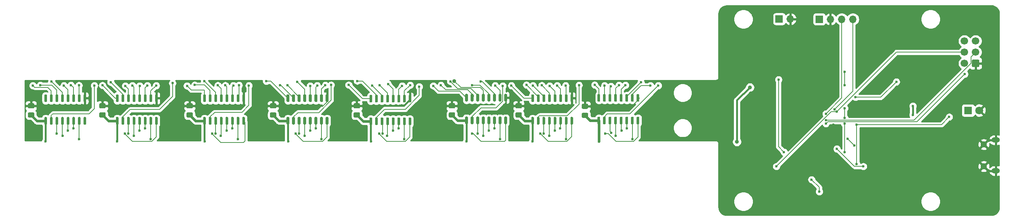
<source format=gbl>
G04 #@! TF.GenerationSoftware,KiCad,Pcbnew,(5.1.10)-1*
G04 #@! TF.CreationDate,2022-05-27T17:54:39+02:00*
G04 #@! TF.ProjectId,POV_display_schematic,504f565f-6469-4737-906c-61795f736368,1*
G04 #@! TF.SameCoordinates,Original*
G04 #@! TF.FileFunction,Copper,L2,Bot*
G04 #@! TF.FilePolarity,Positive*
%FSLAX46Y46*%
G04 Gerber Fmt 4.6, Leading zero omitted, Abs format (unit mm)*
G04 Created by KiCad (PCBNEW (5.1.10)-1) date 2022-05-27 17:54:39*
%MOMM*%
%LPD*%
G01*
G04 APERTURE LIST*
G04 #@! TA.AperFunction,ComponentPad*
%ADD10C,1.800000*%
G04 #@! TD*
G04 #@! TA.AperFunction,ComponentPad*
%ADD11R,1.800000X1.800000*%
G04 #@! TD*
G04 #@! TA.AperFunction,ComponentPad*
%ADD12C,1.700000*%
G04 #@! TD*
G04 #@! TA.AperFunction,ComponentPad*
%ADD13O,1.700000X1.700000*%
G04 #@! TD*
G04 #@! TA.AperFunction,ComponentPad*
%ADD14R,1.700000X1.700000*%
G04 #@! TD*
G04 #@! TA.AperFunction,ComponentPad*
%ADD15O,1.900000X1.200000*%
G04 #@! TD*
G04 #@! TA.AperFunction,ComponentPad*
%ADD16C,1.450000*%
G04 #@! TD*
G04 #@! TA.AperFunction,ViaPad*
%ADD17C,0.900000*%
G04 #@! TD*
G04 #@! TA.AperFunction,ViaPad*
%ADD18C,0.600000*%
G04 #@! TD*
G04 #@! TA.AperFunction,Conductor*
%ADD19C,0.400000*%
G04 #@! TD*
G04 #@! TA.AperFunction,Conductor*
%ADD20C,0.150000*%
G04 #@! TD*
G04 #@! TA.AperFunction,Conductor*
%ADD21C,0.600000*%
G04 #@! TD*
G04 #@! TA.AperFunction,Conductor*
%ADD22C,0.200000*%
G04 #@! TD*
G04 #@! TA.AperFunction,Conductor*
%ADD23C,0.254000*%
G04 #@! TD*
G04 #@! TA.AperFunction,Conductor*
%ADD24C,0.152400*%
G04 #@! TD*
G04 APERTURE END LIST*
D10*
X267340000Y-97500000D03*
D11*
X264800000Y-97500000D03*
D12*
X263960000Y-81710000D03*
X263960000Y-84250000D03*
X263960000Y-86790000D03*
X266500000Y-81710000D03*
X266500000Y-84250000D03*
G04 #@! TA.AperFunction,ComponentPad*
G36*
G01*
X267350000Y-86190000D02*
X267350000Y-87390000D01*
G75*
G02*
X267100000Y-87640000I-250000J0D01*
G01*
X265900000Y-87640000D01*
G75*
G02*
X265650000Y-87390000I0J250000D01*
G01*
X265650000Y-86190000D01*
G75*
G02*
X265900000Y-85940000I250000J0D01*
G01*
X267100000Y-85940000D01*
G75*
G02*
X267350000Y-86190000I0J-250000D01*
G01*
G37*
G04 #@! TD.AperFunction*
D13*
X238620000Y-76750000D03*
X236080000Y-76750000D03*
X233540000Y-76750000D03*
D14*
X231000000Y-76750000D03*
D15*
X271050000Y-104250000D03*
X271050000Y-111250000D03*
D16*
X268350000Y-105250000D03*
X268350000Y-110250000D03*
G04 #@! TA.AperFunction,SMDPad,CuDef*
G36*
G01*
X68725000Y-97050000D02*
X67775000Y-97050000D01*
G75*
G02*
X67525000Y-96800000I0J250000D01*
G01*
X67525000Y-96125000D01*
G75*
G02*
X67775000Y-95875000I250000J0D01*
G01*
X68725000Y-95875000D01*
G75*
G02*
X68975000Y-96125000I0J-250000D01*
G01*
X68975000Y-96800000D01*
G75*
G02*
X68725000Y-97050000I-250000J0D01*
G01*
G37*
G04 #@! TD.AperFunction*
G04 #@! TA.AperFunction,SMDPad,CuDef*
G36*
G01*
X68725000Y-99125000D02*
X67775000Y-99125000D01*
G75*
G02*
X67525000Y-98875000I0J250000D01*
G01*
X67525000Y-98200000D01*
G75*
G02*
X67775000Y-97950000I250000J0D01*
G01*
X68725000Y-97950000D01*
G75*
G02*
X68975000Y-98200000I0J-250000D01*
G01*
X68975000Y-98875000D01*
G75*
G02*
X68725000Y-99125000I-250000J0D01*
G01*
G37*
G04 #@! TD.AperFunction*
G04 #@! TA.AperFunction,SMDPad,CuDef*
G36*
G01*
X52525000Y-97050000D02*
X51575000Y-97050000D01*
G75*
G02*
X51325000Y-96800000I0J250000D01*
G01*
X51325000Y-96125000D01*
G75*
G02*
X51575000Y-95875000I250000J0D01*
G01*
X52525000Y-95875000D01*
G75*
G02*
X52775000Y-96125000I0J-250000D01*
G01*
X52775000Y-96800000D01*
G75*
G02*
X52525000Y-97050000I-250000J0D01*
G01*
G37*
G04 #@! TD.AperFunction*
G04 #@! TA.AperFunction,SMDPad,CuDef*
G36*
G01*
X52525000Y-99125000D02*
X51575000Y-99125000D01*
G75*
G02*
X51325000Y-98875000I0J250000D01*
G01*
X51325000Y-98200000D01*
G75*
G02*
X51575000Y-97950000I250000J0D01*
G01*
X52525000Y-97950000D01*
G75*
G02*
X52775000Y-98200000I0J-250000D01*
G01*
X52775000Y-98875000D01*
G75*
G02*
X52525000Y-99125000I-250000J0D01*
G01*
G37*
G04 #@! TD.AperFunction*
G04 #@! TA.AperFunction,SMDPad,CuDef*
G36*
G01*
X88525000Y-97050000D02*
X87575000Y-97050000D01*
G75*
G02*
X87325000Y-96800000I0J250000D01*
G01*
X87325000Y-96125000D01*
G75*
G02*
X87575000Y-95875000I250000J0D01*
G01*
X88525000Y-95875000D01*
G75*
G02*
X88775000Y-96125000I0J-250000D01*
G01*
X88775000Y-96800000D01*
G75*
G02*
X88525000Y-97050000I-250000J0D01*
G01*
G37*
G04 #@! TD.AperFunction*
G04 #@! TA.AperFunction,SMDPad,CuDef*
G36*
G01*
X88525000Y-99125000D02*
X87575000Y-99125000D01*
G75*
G02*
X87325000Y-98875000I0J250000D01*
G01*
X87325000Y-98200000D01*
G75*
G02*
X87575000Y-97950000I250000J0D01*
G01*
X88525000Y-97950000D01*
G75*
G02*
X88775000Y-98200000I0J-250000D01*
G01*
X88775000Y-98875000D01*
G75*
G02*
X88525000Y-99125000I-250000J0D01*
G01*
G37*
G04 #@! TD.AperFunction*
G04 #@! TA.AperFunction,SMDPad,CuDef*
G36*
G01*
X107475000Y-97050000D02*
X106525000Y-97050000D01*
G75*
G02*
X106275000Y-96800000I0J250000D01*
G01*
X106275000Y-96125000D01*
G75*
G02*
X106525000Y-95875000I250000J0D01*
G01*
X107475000Y-95875000D01*
G75*
G02*
X107725000Y-96125000I0J-250000D01*
G01*
X107725000Y-96800000D01*
G75*
G02*
X107475000Y-97050000I-250000J0D01*
G01*
G37*
G04 #@! TD.AperFunction*
G04 #@! TA.AperFunction,SMDPad,CuDef*
G36*
G01*
X107475000Y-99125000D02*
X106525000Y-99125000D01*
G75*
G02*
X106275000Y-98875000I0J250000D01*
G01*
X106275000Y-98200000D01*
G75*
G02*
X106525000Y-97950000I250000J0D01*
G01*
X107475000Y-97950000D01*
G75*
G02*
X107725000Y-98200000I0J-250000D01*
G01*
X107725000Y-98875000D01*
G75*
G02*
X107475000Y-99125000I-250000J0D01*
G01*
G37*
G04 #@! TD.AperFunction*
G04 #@! TA.AperFunction,SMDPad,CuDef*
G36*
G01*
X126475000Y-97050000D02*
X125525000Y-97050000D01*
G75*
G02*
X125275000Y-96800000I0J250000D01*
G01*
X125275000Y-96125000D01*
G75*
G02*
X125525000Y-95875000I250000J0D01*
G01*
X126475000Y-95875000D01*
G75*
G02*
X126725000Y-96125000I0J-250000D01*
G01*
X126725000Y-96800000D01*
G75*
G02*
X126475000Y-97050000I-250000J0D01*
G01*
G37*
G04 #@! TD.AperFunction*
G04 #@! TA.AperFunction,SMDPad,CuDef*
G36*
G01*
X126475000Y-99125000D02*
X125525000Y-99125000D01*
G75*
G02*
X125275000Y-98875000I0J250000D01*
G01*
X125275000Y-98200000D01*
G75*
G02*
X125525000Y-97950000I250000J0D01*
G01*
X126475000Y-97950000D01*
G75*
G02*
X126725000Y-98200000I0J-250000D01*
G01*
X126725000Y-98875000D01*
G75*
G02*
X126475000Y-99125000I-250000J0D01*
G01*
G37*
G04 #@! TD.AperFunction*
G04 #@! TA.AperFunction,SMDPad,CuDef*
G36*
G01*
X148075000Y-97050000D02*
X147125000Y-97050000D01*
G75*
G02*
X146875000Y-96800000I0J250000D01*
G01*
X146875000Y-96125000D01*
G75*
G02*
X147125000Y-95875000I250000J0D01*
G01*
X148075000Y-95875000D01*
G75*
G02*
X148325000Y-96125000I0J-250000D01*
G01*
X148325000Y-96800000D01*
G75*
G02*
X148075000Y-97050000I-250000J0D01*
G01*
G37*
G04 #@! TD.AperFunction*
G04 #@! TA.AperFunction,SMDPad,CuDef*
G36*
G01*
X148075000Y-99125000D02*
X147125000Y-99125000D01*
G75*
G02*
X146875000Y-98875000I0J250000D01*
G01*
X146875000Y-98200000D01*
G75*
G02*
X147125000Y-97950000I250000J0D01*
G01*
X148075000Y-97950000D01*
G75*
G02*
X148325000Y-98200000I0J-250000D01*
G01*
X148325000Y-98875000D01*
G75*
G02*
X148075000Y-99125000I-250000J0D01*
G01*
G37*
G04 #@! TD.AperFunction*
G04 #@! TA.AperFunction,SMDPad,CuDef*
G36*
G01*
X163225000Y-97050000D02*
X162275000Y-97050000D01*
G75*
G02*
X162025000Y-96800000I0J250000D01*
G01*
X162025000Y-96125000D01*
G75*
G02*
X162275000Y-95875000I250000J0D01*
G01*
X163225000Y-95875000D01*
G75*
G02*
X163475000Y-96125000I0J-250000D01*
G01*
X163475000Y-96800000D01*
G75*
G02*
X163225000Y-97050000I-250000J0D01*
G01*
G37*
G04 #@! TD.AperFunction*
G04 #@! TA.AperFunction,SMDPad,CuDef*
G36*
G01*
X163225000Y-99125000D02*
X162275000Y-99125000D01*
G75*
G02*
X162025000Y-98875000I0J250000D01*
G01*
X162025000Y-98200000D01*
G75*
G02*
X162275000Y-97950000I250000J0D01*
G01*
X163225000Y-97950000D01*
G75*
G02*
X163475000Y-98200000I0J-250000D01*
G01*
X163475000Y-98875000D01*
G75*
G02*
X163225000Y-99125000I-250000J0D01*
G01*
G37*
G04 #@! TD.AperFunction*
G04 #@! TA.AperFunction,SMDPad,CuDef*
G36*
G01*
X178275000Y-97150000D02*
X177325000Y-97150000D01*
G75*
G02*
X177075000Y-96900000I0J250000D01*
G01*
X177075000Y-96225000D01*
G75*
G02*
X177325000Y-95975000I250000J0D01*
G01*
X178275000Y-95975000D01*
G75*
G02*
X178525000Y-96225000I0J-250000D01*
G01*
X178525000Y-96900000D01*
G75*
G02*
X178275000Y-97150000I-250000J0D01*
G01*
G37*
G04 #@! TD.AperFunction*
G04 #@! TA.AperFunction,SMDPad,CuDef*
G36*
G01*
X178275000Y-99225000D02*
X177325000Y-99225000D01*
G75*
G02*
X177075000Y-98975000I0J250000D01*
G01*
X177075000Y-98300000D01*
G75*
G02*
X177325000Y-98050000I250000J0D01*
G01*
X178275000Y-98050000D01*
G75*
G02*
X178525000Y-98300000I0J-250000D01*
G01*
X178525000Y-98975000D01*
G75*
G02*
X178275000Y-99225000I-250000J0D01*
G01*
G37*
G04 #@! TD.AperFunction*
D13*
X224440000Y-76700000D03*
D14*
X221900000Y-76700000D03*
G04 #@! TA.AperFunction,SMDPad,CuDef*
G36*
G01*
X55205000Y-99000000D02*
X55505000Y-99000000D01*
G75*
G02*
X55655000Y-99150000I0J-150000D01*
G01*
X55655000Y-100600000D01*
G75*
G02*
X55505000Y-100750000I-150000J0D01*
G01*
X55205000Y-100750000D01*
G75*
G02*
X55055000Y-100600000I0J150000D01*
G01*
X55055000Y-99150000D01*
G75*
G02*
X55205000Y-99000000I150000J0D01*
G01*
G37*
G04 #@! TD.AperFunction*
G04 #@! TA.AperFunction,SMDPad,CuDef*
G36*
G01*
X56475000Y-99000000D02*
X56775000Y-99000000D01*
G75*
G02*
X56925000Y-99150000I0J-150000D01*
G01*
X56925000Y-100600000D01*
G75*
G02*
X56775000Y-100750000I-150000J0D01*
G01*
X56475000Y-100750000D01*
G75*
G02*
X56325000Y-100600000I0J150000D01*
G01*
X56325000Y-99150000D01*
G75*
G02*
X56475000Y-99000000I150000J0D01*
G01*
G37*
G04 #@! TD.AperFunction*
G04 #@! TA.AperFunction,SMDPad,CuDef*
G36*
G01*
X57745000Y-99000000D02*
X58045000Y-99000000D01*
G75*
G02*
X58195000Y-99150000I0J-150000D01*
G01*
X58195000Y-100600000D01*
G75*
G02*
X58045000Y-100750000I-150000J0D01*
G01*
X57745000Y-100750000D01*
G75*
G02*
X57595000Y-100600000I0J150000D01*
G01*
X57595000Y-99150000D01*
G75*
G02*
X57745000Y-99000000I150000J0D01*
G01*
G37*
G04 #@! TD.AperFunction*
G04 #@! TA.AperFunction,SMDPad,CuDef*
G36*
G01*
X59015000Y-99000000D02*
X59315000Y-99000000D01*
G75*
G02*
X59465000Y-99150000I0J-150000D01*
G01*
X59465000Y-100600000D01*
G75*
G02*
X59315000Y-100750000I-150000J0D01*
G01*
X59015000Y-100750000D01*
G75*
G02*
X58865000Y-100600000I0J150000D01*
G01*
X58865000Y-99150000D01*
G75*
G02*
X59015000Y-99000000I150000J0D01*
G01*
G37*
G04 #@! TD.AperFunction*
G04 #@! TA.AperFunction,SMDPad,CuDef*
G36*
G01*
X60285000Y-99000000D02*
X60585000Y-99000000D01*
G75*
G02*
X60735000Y-99150000I0J-150000D01*
G01*
X60735000Y-100600000D01*
G75*
G02*
X60585000Y-100750000I-150000J0D01*
G01*
X60285000Y-100750000D01*
G75*
G02*
X60135000Y-100600000I0J150000D01*
G01*
X60135000Y-99150000D01*
G75*
G02*
X60285000Y-99000000I150000J0D01*
G01*
G37*
G04 #@! TD.AperFunction*
G04 #@! TA.AperFunction,SMDPad,CuDef*
G36*
G01*
X61555000Y-99000000D02*
X61855000Y-99000000D01*
G75*
G02*
X62005000Y-99150000I0J-150000D01*
G01*
X62005000Y-100600000D01*
G75*
G02*
X61855000Y-100750000I-150000J0D01*
G01*
X61555000Y-100750000D01*
G75*
G02*
X61405000Y-100600000I0J150000D01*
G01*
X61405000Y-99150000D01*
G75*
G02*
X61555000Y-99000000I150000J0D01*
G01*
G37*
G04 #@! TD.AperFunction*
G04 #@! TA.AperFunction,SMDPad,CuDef*
G36*
G01*
X62825000Y-99000000D02*
X63125000Y-99000000D01*
G75*
G02*
X63275000Y-99150000I0J-150000D01*
G01*
X63275000Y-100600000D01*
G75*
G02*
X63125000Y-100750000I-150000J0D01*
G01*
X62825000Y-100750000D01*
G75*
G02*
X62675000Y-100600000I0J150000D01*
G01*
X62675000Y-99150000D01*
G75*
G02*
X62825000Y-99000000I150000J0D01*
G01*
G37*
G04 #@! TD.AperFunction*
G04 #@! TA.AperFunction,SMDPad,CuDef*
G36*
G01*
X64095000Y-99000000D02*
X64395000Y-99000000D01*
G75*
G02*
X64545000Y-99150000I0J-150000D01*
G01*
X64545000Y-100600000D01*
G75*
G02*
X64395000Y-100750000I-150000J0D01*
G01*
X64095000Y-100750000D01*
G75*
G02*
X63945000Y-100600000I0J150000D01*
G01*
X63945000Y-99150000D01*
G75*
G02*
X64095000Y-99000000I150000J0D01*
G01*
G37*
G04 #@! TD.AperFunction*
G04 #@! TA.AperFunction,SMDPad,CuDef*
G36*
G01*
X64095000Y-93850000D02*
X64395000Y-93850000D01*
G75*
G02*
X64545000Y-94000000I0J-150000D01*
G01*
X64545000Y-95450000D01*
G75*
G02*
X64395000Y-95600000I-150000J0D01*
G01*
X64095000Y-95600000D01*
G75*
G02*
X63945000Y-95450000I0J150000D01*
G01*
X63945000Y-94000000D01*
G75*
G02*
X64095000Y-93850000I150000J0D01*
G01*
G37*
G04 #@! TD.AperFunction*
G04 #@! TA.AperFunction,SMDPad,CuDef*
G36*
G01*
X62825000Y-93850000D02*
X63125000Y-93850000D01*
G75*
G02*
X63275000Y-94000000I0J-150000D01*
G01*
X63275000Y-95450000D01*
G75*
G02*
X63125000Y-95600000I-150000J0D01*
G01*
X62825000Y-95600000D01*
G75*
G02*
X62675000Y-95450000I0J150000D01*
G01*
X62675000Y-94000000D01*
G75*
G02*
X62825000Y-93850000I150000J0D01*
G01*
G37*
G04 #@! TD.AperFunction*
G04 #@! TA.AperFunction,SMDPad,CuDef*
G36*
G01*
X61555000Y-93850000D02*
X61855000Y-93850000D01*
G75*
G02*
X62005000Y-94000000I0J-150000D01*
G01*
X62005000Y-95450000D01*
G75*
G02*
X61855000Y-95600000I-150000J0D01*
G01*
X61555000Y-95600000D01*
G75*
G02*
X61405000Y-95450000I0J150000D01*
G01*
X61405000Y-94000000D01*
G75*
G02*
X61555000Y-93850000I150000J0D01*
G01*
G37*
G04 #@! TD.AperFunction*
G04 #@! TA.AperFunction,SMDPad,CuDef*
G36*
G01*
X60285000Y-93850000D02*
X60585000Y-93850000D01*
G75*
G02*
X60735000Y-94000000I0J-150000D01*
G01*
X60735000Y-95450000D01*
G75*
G02*
X60585000Y-95600000I-150000J0D01*
G01*
X60285000Y-95600000D01*
G75*
G02*
X60135000Y-95450000I0J150000D01*
G01*
X60135000Y-94000000D01*
G75*
G02*
X60285000Y-93850000I150000J0D01*
G01*
G37*
G04 #@! TD.AperFunction*
G04 #@! TA.AperFunction,SMDPad,CuDef*
G36*
G01*
X59015000Y-93850000D02*
X59315000Y-93850000D01*
G75*
G02*
X59465000Y-94000000I0J-150000D01*
G01*
X59465000Y-95450000D01*
G75*
G02*
X59315000Y-95600000I-150000J0D01*
G01*
X59015000Y-95600000D01*
G75*
G02*
X58865000Y-95450000I0J150000D01*
G01*
X58865000Y-94000000D01*
G75*
G02*
X59015000Y-93850000I150000J0D01*
G01*
G37*
G04 #@! TD.AperFunction*
G04 #@! TA.AperFunction,SMDPad,CuDef*
G36*
G01*
X57745000Y-93850000D02*
X58045000Y-93850000D01*
G75*
G02*
X58195000Y-94000000I0J-150000D01*
G01*
X58195000Y-95450000D01*
G75*
G02*
X58045000Y-95600000I-150000J0D01*
G01*
X57745000Y-95600000D01*
G75*
G02*
X57595000Y-95450000I0J150000D01*
G01*
X57595000Y-94000000D01*
G75*
G02*
X57745000Y-93850000I150000J0D01*
G01*
G37*
G04 #@! TD.AperFunction*
G04 #@! TA.AperFunction,SMDPad,CuDef*
G36*
G01*
X56475000Y-93850000D02*
X56775000Y-93850000D01*
G75*
G02*
X56925000Y-94000000I0J-150000D01*
G01*
X56925000Y-95450000D01*
G75*
G02*
X56775000Y-95600000I-150000J0D01*
G01*
X56475000Y-95600000D01*
G75*
G02*
X56325000Y-95450000I0J150000D01*
G01*
X56325000Y-94000000D01*
G75*
G02*
X56475000Y-93850000I150000J0D01*
G01*
G37*
G04 #@! TD.AperFunction*
G04 #@! TA.AperFunction,SMDPad,CuDef*
G36*
G01*
X55205000Y-93850000D02*
X55505000Y-93850000D01*
G75*
G02*
X55655000Y-94000000I0J-150000D01*
G01*
X55655000Y-95450000D01*
G75*
G02*
X55505000Y-95600000I-150000J0D01*
G01*
X55205000Y-95600000D01*
G75*
G02*
X55055000Y-95450000I0J150000D01*
G01*
X55055000Y-94000000D01*
G75*
G02*
X55205000Y-93850000I150000J0D01*
G01*
G37*
G04 #@! TD.AperFunction*
G04 #@! TA.AperFunction,SMDPad,CuDef*
G36*
G01*
X71455000Y-99000000D02*
X71755000Y-99000000D01*
G75*
G02*
X71905000Y-99150000I0J-150000D01*
G01*
X71905000Y-100600000D01*
G75*
G02*
X71755000Y-100750000I-150000J0D01*
G01*
X71455000Y-100750000D01*
G75*
G02*
X71305000Y-100600000I0J150000D01*
G01*
X71305000Y-99150000D01*
G75*
G02*
X71455000Y-99000000I150000J0D01*
G01*
G37*
G04 #@! TD.AperFunction*
G04 #@! TA.AperFunction,SMDPad,CuDef*
G36*
G01*
X72725000Y-99000000D02*
X73025000Y-99000000D01*
G75*
G02*
X73175000Y-99150000I0J-150000D01*
G01*
X73175000Y-100600000D01*
G75*
G02*
X73025000Y-100750000I-150000J0D01*
G01*
X72725000Y-100750000D01*
G75*
G02*
X72575000Y-100600000I0J150000D01*
G01*
X72575000Y-99150000D01*
G75*
G02*
X72725000Y-99000000I150000J0D01*
G01*
G37*
G04 #@! TD.AperFunction*
G04 #@! TA.AperFunction,SMDPad,CuDef*
G36*
G01*
X73995000Y-99000000D02*
X74295000Y-99000000D01*
G75*
G02*
X74445000Y-99150000I0J-150000D01*
G01*
X74445000Y-100600000D01*
G75*
G02*
X74295000Y-100750000I-150000J0D01*
G01*
X73995000Y-100750000D01*
G75*
G02*
X73845000Y-100600000I0J150000D01*
G01*
X73845000Y-99150000D01*
G75*
G02*
X73995000Y-99000000I150000J0D01*
G01*
G37*
G04 #@! TD.AperFunction*
G04 #@! TA.AperFunction,SMDPad,CuDef*
G36*
G01*
X75265000Y-99000000D02*
X75565000Y-99000000D01*
G75*
G02*
X75715000Y-99150000I0J-150000D01*
G01*
X75715000Y-100600000D01*
G75*
G02*
X75565000Y-100750000I-150000J0D01*
G01*
X75265000Y-100750000D01*
G75*
G02*
X75115000Y-100600000I0J150000D01*
G01*
X75115000Y-99150000D01*
G75*
G02*
X75265000Y-99000000I150000J0D01*
G01*
G37*
G04 #@! TD.AperFunction*
G04 #@! TA.AperFunction,SMDPad,CuDef*
G36*
G01*
X76535000Y-99000000D02*
X76835000Y-99000000D01*
G75*
G02*
X76985000Y-99150000I0J-150000D01*
G01*
X76985000Y-100600000D01*
G75*
G02*
X76835000Y-100750000I-150000J0D01*
G01*
X76535000Y-100750000D01*
G75*
G02*
X76385000Y-100600000I0J150000D01*
G01*
X76385000Y-99150000D01*
G75*
G02*
X76535000Y-99000000I150000J0D01*
G01*
G37*
G04 #@! TD.AperFunction*
G04 #@! TA.AperFunction,SMDPad,CuDef*
G36*
G01*
X77805000Y-99000000D02*
X78105000Y-99000000D01*
G75*
G02*
X78255000Y-99150000I0J-150000D01*
G01*
X78255000Y-100600000D01*
G75*
G02*
X78105000Y-100750000I-150000J0D01*
G01*
X77805000Y-100750000D01*
G75*
G02*
X77655000Y-100600000I0J150000D01*
G01*
X77655000Y-99150000D01*
G75*
G02*
X77805000Y-99000000I150000J0D01*
G01*
G37*
G04 #@! TD.AperFunction*
G04 #@! TA.AperFunction,SMDPad,CuDef*
G36*
G01*
X79075000Y-99000000D02*
X79375000Y-99000000D01*
G75*
G02*
X79525000Y-99150000I0J-150000D01*
G01*
X79525000Y-100600000D01*
G75*
G02*
X79375000Y-100750000I-150000J0D01*
G01*
X79075000Y-100750000D01*
G75*
G02*
X78925000Y-100600000I0J150000D01*
G01*
X78925000Y-99150000D01*
G75*
G02*
X79075000Y-99000000I150000J0D01*
G01*
G37*
G04 #@! TD.AperFunction*
G04 #@! TA.AperFunction,SMDPad,CuDef*
G36*
G01*
X80345000Y-99000000D02*
X80645000Y-99000000D01*
G75*
G02*
X80795000Y-99150000I0J-150000D01*
G01*
X80795000Y-100600000D01*
G75*
G02*
X80645000Y-100750000I-150000J0D01*
G01*
X80345000Y-100750000D01*
G75*
G02*
X80195000Y-100600000I0J150000D01*
G01*
X80195000Y-99150000D01*
G75*
G02*
X80345000Y-99000000I150000J0D01*
G01*
G37*
G04 #@! TD.AperFunction*
G04 #@! TA.AperFunction,SMDPad,CuDef*
G36*
G01*
X80345000Y-93850000D02*
X80645000Y-93850000D01*
G75*
G02*
X80795000Y-94000000I0J-150000D01*
G01*
X80795000Y-95450000D01*
G75*
G02*
X80645000Y-95600000I-150000J0D01*
G01*
X80345000Y-95600000D01*
G75*
G02*
X80195000Y-95450000I0J150000D01*
G01*
X80195000Y-94000000D01*
G75*
G02*
X80345000Y-93850000I150000J0D01*
G01*
G37*
G04 #@! TD.AperFunction*
G04 #@! TA.AperFunction,SMDPad,CuDef*
G36*
G01*
X79075000Y-93850000D02*
X79375000Y-93850000D01*
G75*
G02*
X79525000Y-94000000I0J-150000D01*
G01*
X79525000Y-95450000D01*
G75*
G02*
X79375000Y-95600000I-150000J0D01*
G01*
X79075000Y-95600000D01*
G75*
G02*
X78925000Y-95450000I0J150000D01*
G01*
X78925000Y-94000000D01*
G75*
G02*
X79075000Y-93850000I150000J0D01*
G01*
G37*
G04 #@! TD.AperFunction*
G04 #@! TA.AperFunction,SMDPad,CuDef*
G36*
G01*
X77805000Y-93850000D02*
X78105000Y-93850000D01*
G75*
G02*
X78255000Y-94000000I0J-150000D01*
G01*
X78255000Y-95450000D01*
G75*
G02*
X78105000Y-95600000I-150000J0D01*
G01*
X77805000Y-95600000D01*
G75*
G02*
X77655000Y-95450000I0J150000D01*
G01*
X77655000Y-94000000D01*
G75*
G02*
X77805000Y-93850000I150000J0D01*
G01*
G37*
G04 #@! TD.AperFunction*
G04 #@! TA.AperFunction,SMDPad,CuDef*
G36*
G01*
X76535000Y-93850000D02*
X76835000Y-93850000D01*
G75*
G02*
X76985000Y-94000000I0J-150000D01*
G01*
X76985000Y-95450000D01*
G75*
G02*
X76835000Y-95600000I-150000J0D01*
G01*
X76535000Y-95600000D01*
G75*
G02*
X76385000Y-95450000I0J150000D01*
G01*
X76385000Y-94000000D01*
G75*
G02*
X76535000Y-93850000I150000J0D01*
G01*
G37*
G04 #@! TD.AperFunction*
G04 #@! TA.AperFunction,SMDPad,CuDef*
G36*
G01*
X75265000Y-93850000D02*
X75565000Y-93850000D01*
G75*
G02*
X75715000Y-94000000I0J-150000D01*
G01*
X75715000Y-95450000D01*
G75*
G02*
X75565000Y-95600000I-150000J0D01*
G01*
X75265000Y-95600000D01*
G75*
G02*
X75115000Y-95450000I0J150000D01*
G01*
X75115000Y-94000000D01*
G75*
G02*
X75265000Y-93850000I150000J0D01*
G01*
G37*
G04 #@! TD.AperFunction*
G04 #@! TA.AperFunction,SMDPad,CuDef*
G36*
G01*
X73995000Y-93850000D02*
X74295000Y-93850000D01*
G75*
G02*
X74445000Y-94000000I0J-150000D01*
G01*
X74445000Y-95450000D01*
G75*
G02*
X74295000Y-95600000I-150000J0D01*
G01*
X73995000Y-95600000D01*
G75*
G02*
X73845000Y-95450000I0J150000D01*
G01*
X73845000Y-94000000D01*
G75*
G02*
X73995000Y-93850000I150000J0D01*
G01*
G37*
G04 #@! TD.AperFunction*
G04 #@! TA.AperFunction,SMDPad,CuDef*
G36*
G01*
X72725000Y-93850000D02*
X73025000Y-93850000D01*
G75*
G02*
X73175000Y-94000000I0J-150000D01*
G01*
X73175000Y-95450000D01*
G75*
G02*
X73025000Y-95600000I-150000J0D01*
G01*
X72725000Y-95600000D01*
G75*
G02*
X72575000Y-95450000I0J150000D01*
G01*
X72575000Y-94000000D01*
G75*
G02*
X72725000Y-93850000I150000J0D01*
G01*
G37*
G04 #@! TD.AperFunction*
G04 #@! TA.AperFunction,SMDPad,CuDef*
G36*
G01*
X71455000Y-93850000D02*
X71755000Y-93850000D01*
G75*
G02*
X71905000Y-94000000I0J-150000D01*
G01*
X71905000Y-95450000D01*
G75*
G02*
X71755000Y-95600000I-150000J0D01*
G01*
X71455000Y-95600000D01*
G75*
G02*
X71305000Y-95450000I0J150000D01*
G01*
X71305000Y-94000000D01*
G75*
G02*
X71455000Y-93850000I150000J0D01*
G01*
G37*
G04 #@! TD.AperFunction*
G04 #@! TA.AperFunction,SMDPad,CuDef*
G36*
G01*
X91255000Y-99000000D02*
X91555000Y-99000000D01*
G75*
G02*
X91705000Y-99150000I0J-150000D01*
G01*
X91705000Y-100600000D01*
G75*
G02*
X91555000Y-100750000I-150000J0D01*
G01*
X91255000Y-100750000D01*
G75*
G02*
X91105000Y-100600000I0J150000D01*
G01*
X91105000Y-99150000D01*
G75*
G02*
X91255000Y-99000000I150000J0D01*
G01*
G37*
G04 #@! TD.AperFunction*
G04 #@! TA.AperFunction,SMDPad,CuDef*
G36*
G01*
X92525000Y-99000000D02*
X92825000Y-99000000D01*
G75*
G02*
X92975000Y-99150000I0J-150000D01*
G01*
X92975000Y-100600000D01*
G75*
G02*
X92825000Y-100750000I-150000J0D01*
G01*
X92525000Y-100750000D01*
G75*
G02*
X92375000Y-100600000I0J150000D01*
G01*
X92375000Y-99150000D01*
G75*
G02*
X92525000Y-99000000I150000J0D01*
G01*
G37*
G04 #@! TD.AperFunction*
G04 #@! TA.AperFunction,SMDPad,CuDef*
G36*
G01*
X93795000Y-99000000D02*
X94095000Y-99000000D01*
G75*
G02*
X94245000Y-99150000I0J-150000D01*
G01*
X94245000Y-100600000D01*
G75*
G02*
X94095000Y-100750000I-150000J0D01*
G01*
X93795000Y-100750000D01*
G75*
G02*
X93645000Y-100600000I0J150000D01*
G01*
X93645000Y-99150000D01*
G75*
G02*
X93795000Y-99000000I150000J0D01*
G01*
G37*
G04 #@! TD.AperFunction*
G04 #@! TA.AperFunction,SMDPad,CuDef*
G36*
G01*
X95065000Y-99000000D02*
X95365000Y-99000000D01*
G75*
G02*
X95515000Y-99150000I0J-150000D01*
G01*
X95515000Y-100600000D01*
G75*
G02*
X95365000Y-100750000I-150000J0D01*
G01*
X95065000Y-100750000D01*
G75*
G02*
X94915000Y-100600000I0J150000D01*
G01*
X94915000Y-99150000D01*
G75*
G02*
X95065000Y-99000000I150000J0D01*
G01*
G37*
G04 #@! TD.AperFunction*
G04 #@! TA.AperFunction,SMDPad,CuDef*
G36*
G01*
X96335000Y-99000000D02*
X96635000Y-99000000D01*
G75*
G02*
X96785000Y-99150000I0J-150000D01*
G01*
X96785000Y-100600000D01*
G75*
G02*
X96635000Y-100750000I-150000J0D01*
G01*
X96335000Y-100750000D01*
G75*
G02*
X96185000Y-100600000I0J150000D01*
G01*
X96185000Y-99150000D01*
G75*
G02*
X96335000Y-99000000I150000J0D01*
G01*
G37*
G04 #@! TD.AperFunction*
G04 #@! TA.AperFunction,SMDPad,CuDef*
G36*
G01*
X97605000Y-99000000D02*
X97905000Y-99000000D01*
G75*
G02*
X98055000Y-99150000I0J-150000D01*
G01*
X98055000Y-100600000D01*
G75*
G02*
X97905000Y-100750000I-150000J0D01*
G01*
X97605000Y-100750000D01*
G75*
G02*
X97455000Y-100600000I0J150000D01*
G01*
X97455000Y-99150000D01*
G75*
G02*
X97605000Y-99000000I150000J0D01*
G01*
G37*
G04 #@! TD.AperFunction*
G04 #@! TA.AperFunction,SMDPad,CuDef*
G36*
G01*
X98875000Y-99000000D02*
X99175000Y-99000000D01*
G75*
G02*
X99325000Y-99150000I0J-150000D01*
G01*
X99325000Y-100600000D01*
G75*
G02*
X99175000Y-100750000I-150000J0D01*
G01*
X98875000Y-100750000D01*
G75*
G02*
X98725000Y-100600000I0J150000D01*
G01*
X98725000Y-99150000D01*
G75*
G02*
X98875000Y-99000000I150000J0D01*
G01*
G37*
G04 #@! TD.AperFunction*
G04 #@! TA.AperFunction,SMDPad,CuDef*
G36*
G01*
X100145000Y-99000000D02*
X100445000Y-99000000D01*
G75*
G02*
X100595000Y-99150000I0J-150000D01*
G01*
X100595000Y-100600000D01*
G75*
G02*
X100445000Y-100750000I-150000J0D01*
G01*
X100145000Y-100750000D01*
G75*
G02*
X99995000Y-100600000I0J150000D01*
G01*
X99995000Y-99150000D01*
G75*
G02*
X100145000Y-99000000I150000J0D01*
G01*
G37*
G04 #@! TD.AperFunction*
G04 #@! TA.AperFunction,SMDPad,CuDef*
G36*
G01*
X100145000Y-93850000D02*
X100445000Y-93850000D01*
G75*
G02*
X100595000Y-94000000I0J-150000D01*
G01*
X100595000Y-95450000D01*
G75*
G02*
X100445000Y-95600000I-150000J0D01*
G01*
X100145000Y-95600000D01*
G75*
G02*
X99995000Y-95450000I0J150000D01*
G01*
X99995000Y-94000000D01*
G75*
G02*
X100145000Y-93850000I150000J0D01*
G01*
G37*
G04 #@! TD.AperFunction*
G04 #@! TA.AperFunction,SMDPad,CuDef*
G36*
G01*
X98875000Y-93850000D02*
X99175000Y-93850000D01*
G75*
G02*
X99325000Y-94000000I0J-150000D01*
G01*
X99325000Y-95450000D01*
G75*
G02*
X99175000Y-95600000I-150000J0D01*
G01*
X98875000Y-95600000D01*
G75*
G02*
X98725000Y-95450000I0J150000D01*
G01*
X98725000Y-94000000D01*
G75*
G02*
X98875000Y-93850000I150000J0D01*
G01*
G37*
G04 #@! TD.AperFunction*
G04 #@! TA.AperFunction,SMDPad,CuDef*
G36*
G01*
X97605000Y-93850000D02*
X97905000Y-93850000D01*
G75*
G02*
X98055000Y-94000000I0J-150000D01*
G01*
X98055000Y-95450000D01*
G75*
G02*
X97905000Y-95600000I-150000J0D01*
G01*
X97605000Y-95600000D01*
G75*
G02*
X97455000Y-95450000I0J150000D01*
G01*
X97455000Y-94000000D01*
G75*
G02*
X97605000Y-93850000I150000J0D01*
G01*
G37*
G04 #@! TD.AperFunction*
G04 #@! TA.AperFunction,SMDPad,CuDef*
G36*
G01*
X96335000Y-93850000D02*
X96635000Y-93850000D01*
G75*
G02*
X96785000Y-94000000I0J-150000D01*
G01*
X96785000Y-95450000D01*
G75*
G02*
X96635000Y-95600000I-150000J0D01*
G01*
X96335000Y-95600000D01*
G75*
G02*
X96185000Y-95450000I0J150000D01*
G01*
X96185000Y-94000000D01*
G75*
G02*
X96335000Y-93850000I150000J0D01*
G01*
G37*
G04 #@! TD.AperFunction*
G04 #@! TA.AperFunction,SMDPad,CuDef*
G36*
G01*
X95065000Y-93850000D02*
X95365000Y-93850000D01*
G75*
G02*
X95515000Y-94000000I0J-150000D01*
G01*
X95515000Y-95450000D01*
G75*
G02*
X95365000Y-95600000I-150000J0D01*
G01*
X95065000Y-95600000D01*
G75*
G02*
X94915000Y-95450000I0J150000D01*
G01*
X94915000Y-94000000D01*
G75*
G02*
X95065000Y-93850000I150000J0D01*
G01*
G37*
G04 #@! TD.AperFunction*
G04 #@! TA.AperFunction,SMDPad,CuDef*
G36*
G01*
X93795000Y-93850000D02*
X94095000Y-93850000D01*
G75*
G02*
X94245000Y-94000000I0J-150000D01*
G01*
X94245000Y-95450000D01*
G75*
G02*
X94095000Y-95600000I-150000J0D01*
G01*
X93795000Y-95600000D01*
G75*
G02*
X93645000Y-95450000I0J150000D01*
G01*
X93645000Y-94000000D01*
G75*
G02*
X93795000Y-93850000I150000J0D01*
G01*
G37*
G04 #@! TD.AperFunction*
G04 #@! TA.AperFunction,SMDPad,CuDef*
G36*
G01*
X92525000Y-93850000D02*
X92825000Y-93850000D01*
G75*
G02*
X92975000Y-94000000I0J-150000D01*
G01*
X92975000Y-95450000D01*
G75*
G02*
X92825000Y-95600000I-150000J0D01*
G01*
X92525000Y-95600000D01*
G75*
G02*
X92375000Y-95450000I0J150000D01*
G01*
X92375000Y-94000000D01*
G75*
G02*
X92525000Y-93850000I150000J0D01*
G01*
G37*
G04 #@! TD.AperFunction*
G04 #@! TA.AperFunction,SMDPad,CuDef*
G36*
G01*
X91255000Y-93850000D02*
X91555000Y-93850000D01*
G75*
G02*
X91705000Y-94000000I0J-150000D01*
G01*
X91705000Y-95450000D01*
G75*
G02*
X91555000Y-95600000I-150000J0D01*
G01*
X91255000Y-95600000D01*
G75*
G02*
X91105000Y-95450000I0J150000D01*
G01*
X91105000Y-94000000D01*
G75*
G02*
X91255000Y-93850000I150000J0D01*
G01*
G37*
G04 #@! TD.AperFunction*
G04 #@! TA.AperFunction,SMDPad,CuDef*
G36*
G01*
X110205000Y-99000000D02*
X110505000Y-99000000D01*
G75*
G02*
X110655000Y-99150000I0J-150000D01*
G01*
X110655000Y-100600000D01*
G75*
G02*
X110505000Y-100750000I-150000J0D01*
G01*
X110205000Y-100750000D01*
G75*
G02*
X110055000Y-100600000I0J150000D01*
G01*
X110055000Y-99150000D01*
G75*
G02*
X110205000Y-99000000I150000J0D01*
G01*
G37*
G04 #@! TD.AperFunction*
G04 #@! TA.AperFunction,SMDPad,CuDef*
G36*
G01*
X111475000Y-99000000D02*
X111775000Y-99000000D01*
G75*
G02*
X111925000Y-99150000I0J-150000D01*
G01*
X111925000Y-100600000D01*
G75*
G02*
X111775000Y-100750000I-150000J0D01*
G01*
X111475000Y-100750000D01*
G75*
G02*
X111325000Y-100600000I0J150000D01*
G01*
X111325000Y-99150000D01*
G75*
G02*
X111475000Y-99000000I150000J0D01*
G01*
G37*
G04 #@! TD.AperFunction*
G04 #@! TA.AperFunction,SMDPad,CuDef*
G36*
G01*
X112745000Y-99000000D02*
X113045000Y-99000000D01*
G75*
G02*
X113195000Y-99150000I0J-150000D01*
G01*
X113195000Y-100600000D01*
G75*
G02*
X113045000Y-100750000I-150000J0D01*
G01*
X112745000Y-100750000D01*
G75*
G02*
X112595000Y-100600000I0J150000D01*
G01*
X112595000Y-99150000D01*
G75*
G02*
X112745000Y-99000000I150000J0D01*
G01*
G37*
G04 #@! TD.AperFunction*
G04 #@! TA.AperFunction,SMDPad,CuDef*
G36*
G01*
X114015000Y-99000000D02*
X114315000Y-99000000D01*
G75*
G02*
X114465000Y-99150000I0J-150000D01*
G01*
X114465000Y-100600000D01*
G75*
G02*
X114315000Y-100750000I-150000J0D01*
G01*
X114015000Y-100750000D01*
G75*
G02*
X113865000Y-100600000I0J150000D01*
G01*
X113865000Y-99150000D01*
G75*
G02*
X114015000Y-99000000I150000J0D01*
G01*
G37*
G04 #@! TD.AperFunction*
G04 #@! TA.AperFunction,SMDPad,CuDef*
G36*
G01*
X115285000Y-99000000D02*
X115585000Y-99000000D01*
G75*
G02*
X115735000Y-99150000I0J-150000D01*
G01*
X115735000Y-100600000D01*
G75*
G02*
X115585000Y-100750000I-150000J0D01*
G01*
X115285000Y-100750000D01*
G75*
G02*
X115135000Y-100600000I0J150000D01*
G01*
X115135000Y-99150000D01*
G75*
G02*
X115285000Y-99000000I150000J0D01*
G01*
G37*
G04 #@! TD.AperFunction*
G04 #@! TA.AperFunction,SMDPad,CuDef*
G36*
G01*
X116555000Y-99000000D02*
X116855000Y-99000000D01*
G75*
G02*
X117005000Y-99150000I0J-150000D01*
G01*
X117005000Y-100600000D01*
G75*
G02*
X116855000Y-100750000I-150000J0D01*
G01*
X116555000Y-100750000D01*
G75*
G02*
X116405000Y-100600000I0J150000D01*
G01*
X116405000Y-99150000D01*
G75*
G02*
X116555000Y-99000000I150000J0D01*
G01*
G37*
G04 #@! TD.AperFunction*
G04 #@! TA.AperFunction,SMDPad,CuDef*
G36*
G01*
X117825000Y-99000000D02*
X118125000Y-99000000D01*
G75*
G02*
X118275000Y-99150000I0J-150000D01*
G01*
X118275000Y-100600000D01*
G75*
G02*
X118125000Y-100750000I-150000J0D01*
G01*
X117825000Y-100750000D01*
G75*
G02*
X117675000Y-100600000I0J150000D01*
G01*
X117675000Y-99150000D01*
G75*
G02*
X117825000Y-99000000I150000J0D01*
G01*
G37*
G04 #@! TD.AperFunction*
G04 #@! TA.AperFunction,SMDPad,CuDef*
G36*
G01*
X119095000Y-99000000D02*
X119395000Y-99000000D01*
G75*
G02*
X119545000Y-99150000I0J-150000D01*
G01*
X119545000Y-100600000D01*
G75*
G02*
X119395000Y-100750000I-150000J0D01*
G01*
X119095000Y-100750000D01*
G75*
G02*
X118945000Y-100600000I0J150000D01*
G01*
X118945000Y-99150000D01*
G75*
G02*
X119095000Y-99000000I150000J0D01*
G01*
G37*
G04 #@! TD.AperFunction*
G04 #@! TA.AperFunction,SMDPad,CuDef*
G36*
G01*
X119095000Y-93850000D02*
X119395000Y-93850000D01*
G75*
G02*
X119545000Y-94000000I0J-150000D01*
G01*
X119545000Y-95450000D01*
G75*
G02*
X119395000Y-95600000I-150000J0D01*
G01*
X119095000Y-95600000D01*
G75*
G02*
X118945000Y-95450000I0J150000D01*
G01*
X118945000Y-94000000D01*
G75*
G02*
X119095000Y-93850000I150000J0D01*
G01*
G37*
G04 #@! TD.AperFunction*
G04 #@! TA.AperFunction,SMDPad,CuDef*
G36*
G01*
X117825000Y-93850000D02*
X118125000Y-93850000D01*
G75*
G02*
X118275000Y-94000000I0J-150000D01*
G01*
X118275000Y-95450000D01*
G75*
G02*
X118125000Y-95600000I-150000J0D01*
G01*
X117825000Y-95600000D01*
G75*
G02*
X117675000Y-95450000I0J150000D01*
G01*
X117675000Y-94000000D01*
G75*
G02*
X117825000Y-93850000I150000J0D01*
G01*
G37*
G04 #@! TD.AperFunction*
G04 #@! TA.AperFunction,SMDPad,CuDef*
G36*
G01*
X116555000Y-93850000D02*
X116855000Y-93850000D01*
G75*
G02*
X117005000Y-94000000I0J-150000D01*
G01*
X117005000Y-95450000D01*
G75*
G02*
X116855000Y-95600000I-150000J0D01*
G01*
X116555000Y-95600000D01*
G75*
G02*
X116405000Y-95450000I0J150000D01*
G01*
X116405000Y-94000000D01*
G75*
G02*
X116555000Y-93850000I150000J0D01*
G01*
G37*
G04 #@! TD.AperFunction*
G04 #@! TA.AperFunction,SMDPad,CuDef*
G36*
G01*
X115285000Y-93850000D02*
X115585000Y-93850000D01*
G75*
G02*
X115735000Y-94000000I0J-150000D01*
G01*
X115735000Y-95450000D01*
G75*
G02*
X115585000Y-95600000I-150000J0D01*
G01*
X115285000Y-95600000D01*
G75*
G02*
X115135000Y-95450000I0J150000D01*
G01*
X115135000Y-94000000D01*
G75*
G02*
X115285000Y-93850000I150000J0D01*
G01*
G37*
G04 #@! TD.AperFunction*
G04 #@! TA.AperFunction,SMDPad,CuDef*
G36*
G01*
X114015000Y-93850000D02*
X114315000Y-93850000D01*
G75*
G02*
X114465000Y-94000000I0J-150000D01*
G01*
X114465000Y-95450000D01*
G75*
G02*
X114315000Y-95600000I-150000J0D01*
G01*
X114015000Y-95600000D01*
G75*
G02*
X113865000Y-95450000I0J150000D01*
G01*
X113865000Y-94000000D01*
G75*
G02*
X114015000Y-93850000I150000J0D01*
G01*
G37*
G04 #@! TD.AperFunction*
G04 #@! TA.AperFunction,SMDPad,CuDef*
G36*
G01*
X112745000Y-93850000D02*
X113045000Y-93850000D01*
G75*
G02*
X113195000Y-94000000I0J-150000D01*
G01*
X113195000Y-95450000D01*
G75*
G02*
X113045000Y-95600000I-150000J0D01*
G01*
X112745000Y-95600000D01*
G75*
G02*
X112595000Y-95450000I0J150000D01*
G01*
X112595000Y-94000000D01*
G75*
G02*
X112745000Y-93850000I150000J0D01*
G01*
G37*
G04 #@! TD.AperFunction*
G04 #@! TA.AperFunction,SMDPad,CuDef*
G36*
G01*
X111475000Y-93850000D02*
X111775000Y-93850000D01*
G75*
G02*
X111925000Y-94000000I0J-150000D01*
G01*
X111925000Y-95450000D01*
G75*
G02*
X111775000Y-95600000I-150000J0D01*
G01*
X111475000Y-95600000D01*
G75*
G02*
X111325000Y-95450000I0J150000D01*
G01*
X111325000Y-94000000D01*
G75*
G02*
X111475000Y-93850000I150000J0D01*
G01*
G37*
G04 #@! TD.AperFunction*
G04 #@! TA.AperFunction,SMDPad,CuDef*
G36*
G01*
X110205000Y-93850000D02*
X110505000Y-93850000D01*
G75*
G02*
X110655000Y-94000000I0J-150000D01*
G01*
X110655000Y-95450000D01*
G75*
G02*
X110505000Y-95600000I-150000J0D01*
G01*
X110205000Y-95600000D01*
G75*
G02*
X110055000Y-95450000I0J150000D01*
G01*
X110055000Y-94000000D01*
G75*
G02*
X110205000Y-93850000I150000J0D01*
G01*
G37*
G04 #@! TD.AperFunction*
G04 #@! TA.AperFunction,SMDPad,CuDef*
G36*
G01*
X129005000Y-99100000D02*
X129305000Y-99100000D01*
G75*
G02*
X129455000Y-99250000I0J-150000D01*
G01*
X129455000Y-100700000D01*
G75*
G02*
X129305000Y-100850000I-150000J0D01*
G01*
X129005000Y-100850000D01*
G75*
G02*
X128855000Y-100700000I0J150000D01*
G01*
X128855000Y-99250000D01*
G75*
G02*
X129005000Y-99100000I150000J0D01*
G01*
G37*
G04 #@! TD.AperFunction*
G04 #@! TA.AperFunction,SMDPad,CuDef*
G36*
G01*
X130275000Y-99100000D02*
X130575000Y-99100000D01*
G75*
G02*
X130725000Y-99250000I0J-150000D01*
G01*
X130725000Y-100700000D01*
G75*
G02*
X130575000Y-100850000I-150000J0D01*
G01*
X130275000Y-100850000D01*
G75*
G02*
X130125000Y-100700000I0J150000D01*
G01*
X130125000Y-99250000D01*
G75*
G02*
X130275000Y-99100000I150000J0D01*
G01*
G37*
G04 #@! TD.AperFunction*
G04 #@! TA.AperFunction,SMDPad,CuDef*
G36*
G01*
X131545000Y-99100000D02*
X131845000Y-99100000D01*
G75*
G02*
X131995000Y-99250000I0J-150000D01*
G01*
X131995000Y-100700000D01*
G75*
G02*
X131845000Y-100850000I-150000J0D01*
G01*
X131545000Y-100850000D01*
G75*
G02*
X131395000Y-100700000I0J150000D01*
G01*
X131395000Y-99250000D01*
G75*
G02*
X131545000Y-99100000I150000J0D01*
G01*
G37*
G04 #@! TD.AperFunction*
G04 #@! TA.AperFunction,SMDPad,CuDef*
G36*
G01*
X132815000Y-99100000D02*
X133115000Y-99100000D01*
G75*
G02*
X133265000Y-99250000I0J-150000D01*
G01*
X133265000Y-100700000D01*
G75*
G02*
X133115000Y-100850000I-150000J0D01*
G01*
X132815000Y-100850000D01*
G75*
G02*
X132665000Y-100700000I0J150000D01*
G01*
X132665000Y-99250000D01*
G75*
G02*
X132815000Y-99100000I150000J0D01*
G01*
G37*
G04 #@! TD.AperFunction*
G04 #@! TA.AperFunction,SMDPad,CuDef*
G36*
G01*
X134085000Y-99100000D02*
X134385000Y-99100000D01*
G75*
G02*
X134535000Y-99250000I0J-150000D01*
G01*
X134535000Y-100700000D01*
G75*
G02*
X134385000Y-100850000I-150000J0D01*
G01*
X134085000Y-100850000D01*
G75*
G02*
X133935000Y-100700000I0J150000D01*
G01*
X133935000Y-99250000D01*
G75*
G02*
X134085000Y-99100000I150000J0D01*
G01*
G37*
G04 #@! TD.AperFunction*
G04 #@! TA.AperFunction,SMDPad,CuDef*
G36*
G01*
X135355000Y-99100000D02*
X135655000Y-99100000D01*
G75*
G02*
X135805000Y-99250000I0J-150000D01*
G01*
X135805000Y-100700000D01*
G75*
G02*
X135655000Y-100850000I-150000J0D01*
G01*
X135355000Y-100850000D01*
G75*
G02*
X135205000Y-100700000I0J150000D01*
G01*
X135205000Y-99250000D01*
G75*
G02*
X135355000Y-99100000I150000J0D01*
G01*
G37*
G04 #@! TD.AperFunction*
G04 #@! TA.AperFunction,SMDPad,CuDef*
G36*
G01*
X136625000Y-99100000D02*
X136925000Y-99100000D01*
G75*
G02*
X137075000Y-99250000I0J-150000D01*
G01*
X137075000Y-100700000D01*
G75*
G02*
X136925000Y-100850000I-150000J0D01*
G01*
X136625000Y-100850000D01*
G75*
G02*
X136475000Y-100700000I0J150000D01*
G01*
X136475000Y-99250000D01*
G75*
G02*
X136625000Y-99100000I150000J0D01*
G01*
G37*
G04 #@! TD.AperFunction*
G04 #@! TA.AperFunction,SMDPad,CuDef*
G36*
G01*
X137895000Y-99100000D02*
X138195000Y-99100000D01*
G75*
G02*
X138345000Y-99250000I0J-150000D01*
G01*
X138345000Y-100700000D01*
G75*
G02*
X138195000Y-100850000I-150000J0D01*
G01*
X137895000Y-100850000D01*
G75*
G02*
X137745000Y-100700000I0J150000D01*
G01*
X137745000Y-99250000D01*
G75*
G02*
X137895000Y-99100000I150000J0D01*
G01*
G37*
G04 #@! TD.AperFunction*
G04 #@! TA.AperFunction,SMDPad,CuDef*
G36*
G01*
X137895000Y-93950000D02*
X138195000Y-93950000D01*
G75*
G02*
X138345000Y-94100000I0J-150000D01*
G01*
X138345000Y-95550000D01*
G75*
G02*
X138195000Y-95700000I-150000J0D01*
G01*
X137895000Y-95700000D01*
G75*
G02*
X137745000Y-95550000I0J150000D01*
G01*
X137745000Y-94100000D01*
G75*
G02*
X137895000Y-93950000I150000J0D01*
G01*
G37*
G04 #@! TD.AperFunction*
G04 #@! TA.AperFunction,SMDPad,CuDef*
G36*
G01*
X136625000Y-93950000D02*
X136925000Y-93950000D01*
G75*
G02*
X137075000Y-94100000I0J-150000D01*
G01*
X137075000Y-95550000D01*
G75*
G02*
X136925000Y-95700000I-150000J0D01*
G01*
X136625000Y-95700000D01*
G75*
G02*
X136475000Y-95550000I0J150000D01*
G01*
X136475000Y-94100000D01*
G75*
G02*
X136625000Y-93950000I150000J0D01*
G01*
G37*
G04 #@! TD.AperFunction*
G04 #@! TA.AperFunction,SMDPad,CuDef*
G36*
G01*
X135355000Y-93950000D02*
X135655000Y-93950000D01*
G75*
G02*
X135805000Y-94100000I0J-150000D01*
G01*
X135805000Y-95550000D01*
G75*
G02*
X135655000Y-95700000I-150000J0D01*
G01*
X135355000Y-95700000D01*
G75*
G02*
X135205000Y-95550000I0J150000D01*
G01*
X135205000Y-94100000D01*
G75*
G02*
X135355000Y-93950000I150000J0D01*
G01*
G37*
G04 #@! TD.AperFunction*
G04 #@! TA.AperFunction,SMDPad,CuDef*
G36*
G01*
X134085000Y-93950000D02*
X134385000Y-93950000D01*
G75*
G02*
X134535000Y-94100000I0J-150000D01*
G01*
X134535000Y-95550000D01*
G75*
G02*
X134385000Y-95700000I-150000J0D01*
G01*
X134085000Y-95700000D01*
G75*
G02*
X133935000Y-95550000I0J150000D01*
G01*
X133935000Y-94100000D01*
G75*
G02*
X134085000Y-93950000I150000J0D01*
G01*
G37*
G04 #@! TD.AperFunction*
G04 #@! TA.AperFunction,SMDPad,CuDef*
G36*
G01*
X132815000Y-93950000D02*
X133115000Y-93950000D01*
G75*
G02*
X133265000Y-94100000I0J-150000D01*
G01*
X133265000Y-95550000D01*
G75*
G02*
X133115000Y-95700000I-150000J0D01*
G01*
X132815000Y-95700000D01*
G75*
G02*
X132665000Y-95550000I0J150000D01*
G01*
X132665000Y-94100000D01*
G75*
G02*
X132815000Y-93950000I150000J0D01*
G01*
G37*
G04 #@! TD.AperFunction*
G04 #@! TA.AperFunction,SMDPad,CuDef*
G36*
G01*
X131545000Y-93950000D02*
X131845000Y-93950000D01*
G75*
G02*
X131995000Y-94100000I0J-150000D01*
G01*
X131995000Y-95550000D01*
G75*
G02*
X131845000Y-95700000I-150000J0D01*
G01*
X131545000Y-95700000D01*
G75*
G02*
X131395000Y-95550000I0J150000D01*
G01*
X131395000Y-94100000D01*
G75*
G02*
X131545000Y-93950000I150000J0D01*
G01*
G37*
G04 #@! TD.AperFunction*
G04 #@! TA.AperFunction,SMDPad,CuDef*
G36*
G01*
X130275000Y-93950000D02*
X130575000Y-93950000D01*
G75*
G02*
X130725000Y-94100000I0J-150000D01*
G01*
X130725000Y-95550000D01*
G75*
G02*
X130575000Y-95700000I-150000J0D01*
G01*
X130275000Y-95700000D01*
G75*
G02*
X130125000Y-95550000I0J150000D01*
G01*
X130125000Y-94100000D01*
G75*
G02*
X130275000Y-93950000I150000J0D01*
G01*
G37*
G04 #@! TD.AperFunction*
G04 #@! TA.AperFunction,SMDPad,CuDef*
G36*
G01*
X129005000Y-93950000D02*
X129305000Y-93950000D01*
G75*
G02*
X129455000Y-94100000I0J-150000D01*
G01*
X129455000Y-95550000D01*
G75*
G02*
X129305000Y-95700000I-150000J0D01*
G01*
X129005000Y-95700000D01*
G75*
G02*
X128855000Y-95550000I0J150000D01*
G01*
X128855000Y-94100000D01*
G75*
G02*
X129005000Y-93950000I150000J0D01*
G01*
G37*
G04 #@! TD.AperFunction*
G04 #@! TA.AperFunction,SMDPad,CuDef*
G36*
G01*
X150755000Y-98900000D02*
X151055000Y-98900000D01*
G75*
G02*
X151205000Y-99050000I0J-150000D01*
G01*
X151205000Y-100500000D01*
G75*
G02*
X151055000Y-100650000I-150000J0D01*
G01*
X150755000Y-100650000D01*
G75*
G02*
X150605000Y-100500000I0J150000D01*
G01*
X150605000Y-99050000D01*
G75*
G02*
X150755000Y-98900000I150000J0D01*
G01*
G37*
G04 #@! TD.AperFunction*
G04 #@! TA.AperFunction,SMDPad,CuDef*
G36*
G01*
X152025000Y-98900000D02*
X152325000Y-98900000D01*
G75*
G02*
X152475000Y-99050000I0J-150000D01*
G01*
X152475000Y-100500000D01*
G75*
G02*
X152325000Y-100650000I-150000J0D01*
G01*
X152025000Y-100650000D01*
G75*
G02*
X151875000Y-100500000I0J150000D01*
G01*
X151875000Y-99050000D01*
G75*
G02*
X152025000Y-98900000I150000J0D01*
G01*
G37*
G04 #@! TD.AperFunction*
G04 #@! TA.AperFunction,SMDPad,CuDef*
G36*
G01*
X153295000Y-98900000D02*
X153595000Y-98900000D01*
G75*
G02*
X153745000Y-99050000I0J-150000D01*
G01*
X153745000Y-100500000D01*
G75*
G02*
X153595000Y-100650000I-150000J0D01*
G01*
X153295000Y-100650000D01*
G75*
G02*
X153145000Y-100500000I0J150000D01*
G01*
X153145000Y-99050000D01*
G75*
G02*
X153295000Y-98900000I150000J0D01*
G01*
G37*
G04 #@! TD.AperFunction*
G04 #@! TA.AperFunction,SMDPad,CuDef*
G36*
G01*
X154565000Y-98900000D02*
X154865000Y-98900000D01*
G75*
G02*
X155015000Y-99050000I0J-150000D01*
G01*
X155015000Y-100500000D01*
G75*
G02*
X154865000Y-100650000I-150000J0D01*
G01*
X154565000Y-100650000D01*
G75*
G02*
X154415000Y-100500000I0J150000D01*
G01*
X154415000Y-99050000D01*
G75*
G02*
X154565000Y-98900000I150000J0D01*
G01*
G37*
G04 #@! TD.AperFunction*
G04 #@! TA.AperFunction,SMDPad,CuDef*
G36*
G01*
X155835000Y-98900000D02*
X156135000Y-98900000D01*
G75*
G02*
X156285000Y-99050000I0J-150000D01*
G01*
X156285000Y-100500000D01*
G75*
G02*
X156135000Y-100650000I-150000J0D01*
G01*
X155835000Y-100650000D01*
G75*
G02*
X155685000Y-100500000I0J150000D01*
G01*
X155685000Y-99050000D01*
G75*
G02*
X155835000Y-98900000I150000J0D01*
G01*
G37*
G04 #@! TD.AperFunction*
G04 #@! TA.AperFunction,SMDPad,CuDef*
G36*
G01*
X157105000Y-98900000D02*
X157405000Y-98900000D01*
G75*
G02*
X157555000Y-99050000I0J-150000D01*
G01*
X157555000Y-100500000D01*
G75*
G02*
X157405000Y-100650000I-150000J0D01*
G01*
X157105000Y-100650000D01*
G75*
G02*
X156955000Y-100500000I0J150000D01*
G01*
X156955000Y-99050000D01*
G75*
G02*
X157105000Y-98900000I150000J0D01*
G01*
G37*
G04 #@! TD.AperFunction*
G04 #@! TA.AperFunction,SMDPad,CuDef*
G36*
G01*
X158375000Y-98900000D02*
X158675000Y-98900000D01*
G75*
G02*
X158825000Y-99050000I0J-150000D01*
G01*
X158825000Y-100500000D01*
G75*
G02*
X158675000Y-100650000I-150000J0D01*
G01*
X158375000Y-100650000D01*
G75*
G02*
X158225000Y-100500000I0J150000D01*
G01*
X158225000Y-99050000D01*
G75*
G02*
X158375000Y-98900000I150000J0D01*
G01*
G37*
G04 #@! TD.AperFunction*
G04 #@! TA.AperFunction,SMDPad,CuDef*
G36*
G01*
X159645000Y-98900000D02*
X159945000Y-98900000D01*
G75*
G02*
X160095000Y-99050000I0J-150000D01*
G01*
X160095000Y-100500000D01*
G75*
G02*
X159945000Y-100650000I-150000J0D01*
G01*
X159645000Y-100650000D01*
G75*
G02*
X159495000Y-100500000I0J150000D01*
G01*
X159495000Y-99050000D01*
G75*
G02*
X159645000Y-98900000I150000J0D01*
G01*
G37*
G04 #@! TD.AperFunction*
G04 #@! TA.AperFunction,SMDPad,CuDef*
G36*
G01*
X159645000Y-93750000D02*
X159945000Y-93750000D01*
G75*
G02*
X160095000Y-93900000I0J-150000D01*
G01*
X160095000Y-95350000D01*
G75*
G02*
X159945000Y-95500000I-150000J0D01*
G01*
X159645000Y-95500000D01*
G75*
G02*
X159495000Y-95350000I0J150000D01*
G01*
X159495000Y-93900000D01*
G75*
G02*
X159645000Y-93750000I150000J0D01*
G01*
G37*
G04 #@! TD.AperFunction*
G04 #@! TA.AperFunction,SMDPad,CuDef*
G36*
G01*
X158375000Y-93750000D02*
X158675000Y-93750000D01*
G75*
G02*
X158825000Y-93900000I0J-150000D01*
G01*
X158825000Y-95350000D01*
G75*
G02*
X158675000Y-95500000I-150000J0D01*
G01*
X158375000Y-95500000D01*
G75*
G02*
X158225000Y-95350000I0J150000D01*
G01*
X158225000Y-93900000D01*
G75*
G02*
X158375000Y-93750000I150000J0D01*
G01*
G37*
G04 #@! TD.AperFunction*
G04 #@! TA.AperFunction,SMDPad,CuDef*
G36*
G01*
X157105000Y-93750000D02*
X157405000Y-93750000D01*
G75*
G02*
X157555000Y-93900000I0J-150000D01*
G01*
X157555000Y-95350000D01*
G75*
G02*
X157405000Y-95500000I-150000J0D01*
G01*
X157105000Y-95500000D01*
G75*
G02*
X156955000Y-95350000I0J150000D01*
G01*
X156955000Y-93900000D01*
G75*
G02*
X157105000Y-93750000I150000J0D01*
G01*
G37*
G04 #@! TD.AperFunction*
G04 #@! TA.AperFunction,SMDPad,CuDef*
G36*
G01*
X155835000Y-93750000D02*
X156135000Y-93750000D01*
G75*
G02*
X156285000Y-93900000I0J-150000D01*
G01*
X156285000Y-95350000D01*
G75*
G02*
X156135000Y-95500000I-150000J0D01*
G01*
X155835000Y-95500000D01*
G75*
G02*
X155685000Y-95350000I0J150000D01*
G01*
X155685000Y-93900000D01*
G75*
G02*
X155835000Y-93750000I150000J0D01*
G01*
G37*
G04 #@! TD.AperFunction*
G04 #@! TA.AperFunction,SMDPad,CuDef*
G36*
G01*
X154565000Y-93750000D02*
X154865000Y-93750000D01*
G75*
G02*
X155015000Y-93900000I0J-150000D01*
G01*
X155015000Y-95350000D01*
G75*
G02*
X154865000Y-95500000I-150000J0D01*
G01*
X154565000Y-95500000D01*
G75*
G02*
X154415000Y-95350000I0J150000D01*
G01*
X154415000Y-93900000D01*
G75*
G02*
X154565000Y-93750000I150000J0D01*
G01*
G37*
G04 #@! TD.AperFunction*
G04 #@! TA.AperFunction,SMDPad,CuDef*
G36*
G01*
X153295000Y-93750000D02*
X153595000Y-93750000D01*
G75*
G02*
X153745000Y-93900000I0J-150000D01*
G01*
X153745000Y-95350000D01*
G75*
G02*
X153595000Y-95500000I-150000J0D01*
G01*
X153295000Y-95500000D01*
G75*
G02*
X153145000Y-95350000I0J150000D01*
G01*
X153145000Y-93900000D01*
G75*
G02*
X153295000Y-93750000I150000J0D01*
G01*
G37*
G04 #@! TD.AperFunction*
G04 #@! TA.AperFunction,SMDPad,CuDef*
G36*
G01*
X152025000Y-93750000D02*
X152325000Y-93750000D01*
G75*
G02*
X152475000Y-93900000I0J-150000D01*
G01*
X152475000Y-95350000D01*
G75*
G02*
X152325000Y-95500000I-150000J0D01*
G01*
X152025000Y-95500000D01*
G75*
G02*
X151875000Y-95350000I0J150000D01*
G01*
X151875000Y-93900000D01*
G75*
G02*
X152025000Y-93750000I150000J0D01*
G01*
G37*
G04 #@! TD.AperFunction*
G04 #@! TA.AperFunction,SMDPad,CuDef*
G36*
G01*
X150755000Y-93750000D02*
X151055000Y-93750000D01*
G75*
G02*
X151205000Y-93900000I0J-150000D01*
G01*
X151205000Y-95350000D01*
G75*
G02*
X151055000Y-95500000I-150000J0D01*
G01*
X150755000Y-95500000D01*
G75*
G02*
X150605000Y-95350000I0J150000D01*
G01*
X150605000Y-93900000D01*
G75*
G02*
X150755000Y-93750000I150000J0D01*
G01*
G37*
G04 #@! TD.AperFunction*
G04 #@! TA.AperFunction,SMDPad,CuDef*
G36*
G01*
X165755000Y-99000000D02*
X166055000Y-99000000D01*
G75*
G02*
X166205000Y-99150000I0J-150000D01*
G01*
X166205000Y-100600000D01*
G75*
G02*
X166055000Y-100750000I-150000J0D01*
G01*
X165755000Y-100750000D01*
G75*
G02*
X165605000Y-100600000I0J150000D01*
G01*
X165605000Y-99150000D01*
G75*
G02*
X165755000Y-99000000I150000J0D01*
G01*
G37*
G04 #@! TD.AperFunction*
G04 #@! TA.AperFunction,SMDPad,CuDef*
G36*
G01*
X167025000Y-99000000D02*
X167325000Y-99000000D01*
G75*
G02*
X167475000Y-99150000I0J-150000D01*
G01*
X167475000Y-100600000D01*
G75*
G02*
X167325000Y-100750000I-150000J0D01*
G01*
X167025000Y-100750000D01*
G75*
G02*
X166875000Y-100600000I0J150000D01*
G01*
X166875000Y-99150000D01*
G75*
G02*
X167025000Y-99000000I150000J0D01*
G01*
G37*
G04 #@! TD.AperFunction*
G04 #@! TA.AperFunction,SMDPad,CuDef*
G36*
G01*
X168295000Y-99000000D02*
X168595000Y-99000000D01*
G75*
G02*
X168745000Y-99150000I0J-150000D01*
G01*
X168745000Y-100600000D01*
G75*
G02*
X168595000Y-100750000I-150000J0D01*
G01*
X168295000Y-100750000D01*
G75*
G02*
X168145000Y-100600000I0J150000D01*
G01*
X168145000Y-99150000D01*
G75*
G02*
X168295000Y-99000000I150000J0D01*
G01*
G37*
G04 #@! TD.AperFunction*
G04 #@! TA.AperFunction,SMDPad,CuDef*
G36*
G01*
X169565000Y-99000000D02*
X169865000Y-99000000D01*
G75*
G02*
X170015000Y-99150000I0J-150000D01*
G01*
X170015000Y-100600000D01*
G75*
G02*
X169865000Y-100750000I-150000J0D01*
G01*
X169565000Y-100750000D01*
G75*
G02*
X169415000Y-100600000I0J150000D01*
G01*
X169415000Y-99150000D01*
G75*
G02*
X169565000Y-99000000I150000J0D01*
G01*
G37*
G04 #@! TD.AperFunction*
G04 #@! TA.AperFunction,SMDPad,CuDef*
G36*
G01*
X170835000Y-99000000D02*
X171135000Y-99000000D01*
G75*
G02*
X171285000Y-99150000I0J-150000D01*
G01*
X171285000Y-100600000D01*
G75*
G02*
X171135000Y-100750000I-150000J0D01*
G01*
X170835000Y-100750000D01*
G75*
G02*
X170685000Y-100600000I0J150000D01*
G01*
X170685000Y-99150000D01*
G75*
G02*
X170835000Y-99000000I150000J0D01*
G01*
G37*
G04 #@! TD.AperFunction*
G04 #@! TA.AperFunction,SMDPad,CuDef*
G36*
G01*
X172105000Y-99000000D02*
X172405000Y-99000000D01*
G75*
G02*
X172555000Y-99150000I0J-150000D01*
G01*
X172555000Y-100600000D01*
G75*
G02*
X172405000Y-100750000I-150000J0D01*
G01*
X172105000Y-100750000D01*
G75*
G02*
X171955000Y-100600000I0J150000D01*
G01*
X171955000Y-99150000D01*
G75*
G02*
X172105000Y-99000000I150000J0D01*
G01*
G37*
G04 #@! TD.AperFunction*
G04 #@! TA.AperFunction,SMDPad,CuDef*
G36*
G01*
X173375000Y-99000000D02*
X173675000Y-99000000D01*
G75*
G02*
X173825000Y-99150000I0J-150000D01*
G01*
X173825000Y-100600000D01*
G75*
G02*
X173675000Y-100750000I-150000J0D01*
G01*
X173375000Y-100750000D01*
G75*
G02*
X173225000Y-100600000I0J150000D01*
G01*
X173225000Y-99150000D01*
G75*
G02*
X173375000Y-99000000I150000J0D01*
G01*
G37*
G04 #@! TD.AperFunction*
G04 #@! TA.AperFunction,SMDPad,CuDef*
G36*
G01*
X174645000Y-99000000D02*
X174945000Y-99000000D01*
G75*
G02*
X175095000Y-99150000I0J-150000D01*
G01*
X175095000Y-100600000D01*
G75*
G02*
X174945000Y-100750000I-150000J0D01*
G01*
X174645000Y-100750000D01*
G75*
G02*
X174495000Y-100600000I0J150000D01*
G01*
X174495000Y-99150000D01*
G75*
G02*
X174645000Y-99000000I150000J0D01*
G01*
G37*
G04 #@! TD.AperFunction*
G04 #@! TA.AperFunction,SMDPad,CuDef*
G36*
G01*
X174645000Y-93850000D02*
X174945000Y-93850000D01*
G75*
G02*
X175095000Y-94000000I0J-150000D01*
G01*
X175095000Y-95450000D01*
G75*
G02*
X174945000Y-95600000I-150000J0D01*
G01*
X174645000Y-95600000D01*
G75*
G02*
X174495000Y-95450000I0J150000D01*
G01*
X174495000Y-94000000D01*
G75*
G02*
X174645000Y-93850000I150000J0D01*
G01*
G37*
G04 #@! TD.AperFunction*
G04 #@! TA.AperFunction,SMDPad,CuDef*
G36*
G01*
X173375000Y-93850000D02*
X173675000Y-93850000D01*
G75*
G02*
X173825000Y-94000000I0J-150000D01*
G01*
X173825000Y-95450000D01*
G75*
G02*
X173675000Y-95600000I-150000J0D01*
G01*
X173375000Y-95600000D01*
G75*
G02*
X173225000Y-95450000I0J150000D01*
G01*
X173225000Y-94000000D01*
G75*
G02*
X173375000Y-93850000I150000J0D01*
G01*
G37*
G04 #@! TD.AperFunction*
G04 #@! TA.AperFunction,SMDPad,CuDef*
G36*
G01*
X172105000Y-93850000D02*
X172405000Y-93850000D01*
G75*
G02*
X172555000Y-94000000I0J-150000D01*
G01*
X172555000Y-95450000D01*
G75*
G02*
X172405000Y-95600000I-150000J0D01*
G01*
X172105000Y-95600000D01*
G75*
G02*
X171955000Y-95450000I0J150000D01*
G01*
X171955000Y-94000000D01*
G75*
G02*
X172105000Y-93850000I150000J0D01*
G01*
G37*
G04 #@! TD.AperFunction*
G04 #@! TA.AperFunction,SMDPad,CuDef*
G36*
G01*
X170835000Y-93850000D02*
X171135000Y-93850000D01*
G75*
G02*
X171285000Y-94000000I0J-150000D01*
G01*
X171285000Y-95450000D01*
G75*
G02*
X171135000Y-95600000I-150000J0D01*
G01*
X170835000Y-95600000D01*
G75*
G02*
X170685000Y-95450000I0J150000D01*
G01*
X170685000Y-94000000D01*
G75*
G02*
X170835000Y-93850000I150000J0D01*
G01*
G37*
G04 #@! TD.AperFunction*
G04 #@! TA.AperFunction,SMDPad,CuDef*
G36*
G01*
X169565000Y-93850000D02*
X169865000Y-93850000D01*
G75*
G02*
X170015000Y-94000000I0J-150000D01*
G01*
X170015000Y-95450000D01*
G75*
G02*
X169865000Y-95600000I-150000J0D01*
G01*
X169565000Y-95600000D01*
G75*
G02*
X169415000Y-95450000I0J150000D01*
G01*
X169415000Y-94000000D01*
G75*
G02*
X169565000Y-93850000I150000J0D01*
G01*
G37*
G04 #@! TD.AperFunction*
G04 #@! TA.AperFunction,SMDPad,CuDef*
G36*
G01*
X168295000Y-93850000D02*
X168595000Y-93850000D01*
G75*
G02*
X168745000Y-94000000I0J-150000D01*
G01*
X168745000Y-95450000D01*
G75*
G02*
X168595000Y-95600000I-150000J0D01*
G01*
X168295000Y-95600000D01*
G75*
G02*
X168145000Y-95450000I0J150000D01*
G01*
X168145000Y-94000000D01*
G75*
G02*
X168295000Y-93850000I150000J0D01*
G01*
G37*
G04 #@! TD.AperFunction*
G04 #@! TA.AperFunction,SMDPad,CuDef*
G36*
G01*
X167025000Y-93850000D02*
X167325000Y-93850000D01*
G75*
G02*
X167475000Y-94000000I0J-150000D01*
G01*
X167475000Y-95450000D01*
G75*
G02*
X167325000Y-95600000I-150000J0D01*
G01*
X167025000Y-95600000D01*
G75*
G02*
X166875000Y-95450000I0J150000D01*
G01*
X166875000Y-94000000D01*
G75*
G02*
X167025000Y-93850000I150000J0D01*
G01*
G37*
G04 #@! TD.AperFunction*
G04 #@! TA.AperFunction,SMDPad,CuDef*
G36*
G01*
X165755000Y-93850000D02*
X166055000Y-93850000D01*
G75*
G02*
X166205000Y-94000000I0J-150000D01*
G01*
X166205000Y-95450000D01*
G75*
G02*
X166055000Y-95600000I-150000J0D01*
G01*
X165755000Y-95600000D01*
G75*
G02*
X165605000Y-95450000I0J150000D01*
G01*
X165605000Y-94000000D01*
G75*
G02*
X165755000Y-93850000I150000J0D01*
G01*
G37*
G04 #@! TD.AperFunction*
G04 #@! TA.AperFunction,SMDPad,CuDef*
G36*
G01*
X180805000Y-98925000D02*
X181105000Y-98925000D01*
G75*
G02*
X181255000Y-99075000I0J-150000D01*
G01*
X181255000Y-100525000D01*
G75*
G02*
X181105000Y-100675000I-150000J0D01*
G01*
X180805000Y-100675000D01*
G75*
G02*
X180655000Y-100525000I0J150000D01*
G01*
X180655000Y-99075000D01*
G75*
G02*
X180805000Y-98925000I150000J0D01*
G01*
G37*
G04 #@! TD.AperFunction*
G04 #@! TA.AperFunction,SMDPad,CuDef*
G36*
G01*
X182075000Y-98925000D02*
X182375000Y-98925000D01*
G75*
G02*
X182525000Y-99075000I0J-150000D01*
G01*
X182525000Y-100525000D01*
G75*
G02*
X182375000Y-100675000I-150000J0D01*
G01*
X182075000Y-100675000D01*
G75*
G02*
X181925000Y-100525000I0J150000D01*
G01*
X181925000Y-99075000D01*
G75*
G02*
X182075000Y-98925000I150000J0D01*
G01*
G37*
G04 #@! TD.AperFunction*
G04 #@! TA.AperFunction,SMDPad,CuDef*
G36*
G01*
X183345000Y-98925000D02*
X183645000Y-98925000D01*
G75*
G02*
X183795000Y-99075000I0J-150000D01*
G01*
X183795000Y-100525000D01*
G75*
G02*
X183645000Y-100675000I-150000J0D01*
G01*
X183345000Y-100675000D01*
G75*
G02*
X183195000Y-100525000I0J150000D01*
G01*
X183195000Y-99075000D01*
G75*
G02*
X183345000Y-98925000I150000J0D01*
G01*
G37*
G04 #@! TD.AperFunction*
G04 #@! TA.AperFunction,SMDPad,CuDef*
G36*
G01*
X184615000Y-98925000D02*
X184915000Y-98925000D01*
G75*
G02*
X185065000Y-99075000I0J-150000D01*
G01*
X185065000Y-100525000D01*
G75*
G02*
X184915000Y-100675000I-150000J0D01*
G01*
X184615000Y-100675000D01*
G75*
G02*
X184465000Y-100525000I0J150000D01*
G01*
X184465000Y-99075000D01*
G75*
G02*
X184615000Y-98925000I150000J0D01*
G01*
G37*
G04 #@! TD.AperFunction*
G04 #@! TA.AperFunction,SMDPad,CuDef*
G36*
G01*
X185885000Y-98925000D02*
X186185000Y-98925000D01*
G75*
G02*
X186335000Y-99075000I0J-150000D01*
G01*
X186335000Y-100525000D01*
G75*
G02*
X186185000Y-100675000I-150000J0D01*
G01*
X185885000Y-100675000D01*
G75*
G02*
X185735000Y-100525000I0J150000D01*
G01*
X185735000Y-99075000D01*
G75*
G02*
X185885000Y-98925000I150000J0D01*
G01*
G37*
G04 #@! TD.AperFunction*
G04 #@! TA.AperFunction,SMDPad,CuDef*
G36*
G01*
X187155000Y-98925000D02*
X187455000Y-98925000D01*
G75*
G02*
X187605000Y-99075000I0J-150000D01*
G01*
X187605000Y-100525000D01*
G75*
G02*
X187455000Y-100675000I-150000J0D01*
G01*
X187155000Y-100675000D01*
G75*
G02*
X187005000Y-100525000I0J150000D01*
G01*
X187005000Y-99075000D01*
G75*
G02*
X187155000Y-98925000I150000J0D01*
G01*
G37*
G04 #@! TD.AperFunction*
G04 #@! TA.AperFunction,SMDPad,CuDef*
G36*
G01*
X188425000Y-98925000D02*
X188725000Y-98925000D01*
G75*
G02*
X188875000Y-99075000I0J-150000D01*
G01*
X188875000Y-100525000D01*
G75*
G02*
X188725000Y-100675000I-150000J0D01*
G01*
X188425000Y-100675000D01*
G75*
G02*
X188275000Y-100525000I0J150000D01*
G01*
X188275000Y-99075000D01*
G75*
G02*
X188425000Y-98925000I150000J0D01*
G01*
G37*
G04 #@! TD.AperFunction*
G04 #@! TA.AperFunction,SMDPad,CuDef*
G36*
G01*
X189695000Y-98925000D02*
X189995000Y-98925000D01*
G75*
G02*
X190145000Y-99075000I0J-150000D01*
G01*
X190145000Y-100525000D01*
G75*
G02*
X189995000Y-100675000I-150000J0D01*
G01*
X189695000Y-100675000D01*
G75*
G02*
X189545000Y-100525000I0J150000D01*
G01*
X189545000Y-99075000D01*
G75*
G02*
X189695000Y-98925000I150000J0D01*
G01*
G37*
G04 #@! TD.AperFunction*
G04 #@! TA.AperFunction,SMDPad,CuDef*
G36*
G01*
X189695000Y-93775000D02*
X189995000Y-93775000D01*
G75*
G02*
X190145000Y-93925000I0J-150000D01*
G01*
X190145000Y-95375000D01*
G75*
G02*
X189995000Y-95525000I-150000J0D01*
G01*
X189695000Y-95525000D01*
G75*
G02*
X189545000Y-95375000I0J150000D01*
G01*
X189545000Y-93925000D01*
G75*
G02*
X189695000Y-93775000I150000J0D01*
G01*
G37*
G04 #@! TD.AperFunction*
G04 #@! TA.AperFunction,SMDPad,CuDef*
G36*
G01*
X188425000Y-93775000D02*
X188725000Y-93775000D01*
G75*
G02*
X188875000Y-93925000I0J-150000D01*
G01*
X188875000Y-95375000D01*
G75*
G02*
X188725000Y-95525000I-150000J0D01*
G01*
X188425000Y-95525000D01*
G75*
G02*
X188275000Y-95375000I0J150000D01*
G01*
X188275000Y-93925000D01*
G75*
G02*
X188425000Y-93775000I150000J0D01*
G01*
G37*
G04 #@! TD.AperFunction*
G04 #@! TA.AperFunction,SMDPad,CuDef*
G36*
G01*
X187155000Y-93775000D02*
X187455000Y-93775000D01*
G75*
G02*
X187605000Y-93925000I0J-150000D01*
G01*
X187605000Y-95375000D01*
G75*
G02*
X187455000Y-95525000I-150000J0D01*
G01*
X187155000Y-95525000D01*
G75*
G02*
X187005000Y-95375000I0J150000D01*
G01*
X187005000Y-93925000D01*
G75*
G02*
X187155000Y-93775000I150000J0D01*
G01*
G37*
G04 #@! TD.AperFunction*
G04 #@! TA.AperFunction,SMDPad,CuDef*
G36*
G01*
X185885000Y-93775000D02*
X186185000Y-93775000D01*
G75*
G02*
X186335000Y-93925000I0J-150000D01*
G01*
X186335000Y-95375000D01*
G75*
G02*
X186185000Y-95525000I-150000J0D01*
G01*
X185885000Y-95525000D01*
G75*
G02*
X185735000Y-95375000I0J150000D01*
G01*
X185735000Y-93925000D01*
G75*
G02*
X185885000Y-93775000I150000J0D01*
G01*
G37*
G04 #@! TD.AperFunction*
G04 #@! TA.AperFunction,SMDPad,CuDef*
G36*
G01*
X184615000Y-93775000D02*
X184915000Y-93775000D01*
G75*
G02*
X185065000Y-93925000I0J-150000D01*
G01*
X185065000Y-95375000D01*
G75*
G02*
X184915000Y-95525000I-150000J0D01*
G01*
X184615000Y-95525000D01*
G75*
G02*
X184465000Y-95375000I0J150000D01*
G01*
X184465000Y-93925000D01*
G75*
G02*
X184615000Y-93775000I150000J0D01*
G01*
G37*
G04 #@! TD.AperFunction*
G04 #@! TA.AperFunction,SMDPad,CuDef*
G36*
G01*
X183345000Y-93775000D02*
X183645000Y-93775000D01*
G75*
G02*
X183795000Y-93925000I0J-150000D01*
G01*
X183795000Y-95375000D01*
G75*
G02*
X183645000Y-95525000I-150000J0D01*
G01*
X183345000Y-95525000D01*
G75*
G02*
X183195000Y-95375000I0J150000D01*
G01*
X183195000Y-93925000D01*
G75*
G02*
X183345000Y-93775000I150000J0D01*
G01*
G37*
G04 #@! TD.AperFunction*
G04 #@! TA.AperFunction,SMDPad,CuDef*
G36*
G01*
X182075000Y-93775000D02*
X182375000Y-93775000D01*
G75*
G02*
X182525000Y-93925000I0J-150000D01*
G01*
X182525000Y-95375000D01*
G75*
G02*
X182375000Y-95525000I-150000J0D01*
G01*
X182075000Y-95525000D01*
G75*
G02*
X181925000Y-95375000I0J150000D01*
G01*
X181925000Y-93925000D01*
G75*
G02*
X182075000Y-93775000I150000J0D01*
G01*
G37*
G04 #@! TD.AperFunction*
G04 #@! TA.AperFunction,SMDPad,CuDef*
G36*
G01*
X180805000Y-93775000D02*
X181105000Y-93775000D01*
G75*
G02*
X181255000Y-93925000I0J-150000D01*
G01*
X181255000Y-95375000D01*
G75*
G02*
X181105000Y-95525000I-150000J0D01*
G01*
X180805000Y-95525000D01*
G75*
G02*
X180655000Y-95375000I0J150000D01*
G01*
X180655000Y-93925000D01*
G75*
G02*
X180805000Y-93775000I150000J0D01*
G01*
G37*
G04 #@! TD.AperFunction*
D17*
X70650000Y-97150000D03*
D18*
X231750000Y-95750000D03*
X233000000Y-95750000D03*
X234250000Y-100750000D03*
X232500000Y-92000000D03*
X233500000Y-87250000D03*
X228750000Y-89500000D03*
X219750000Y-88250000D03*
X205000000Y-101500000D03*
X217000000Y-97750000D03*
X254750000Y-90750000D03*
X247750000Y-95000000D03*
X232250000Y-105000000D03*
X235250000Y-109000000D03*
X233000000Y-83500000D03*
X197250000Y-103000000D03*
X226750000Y-101000000D03*
X242250000Y-96000000D03*
X265250000Y-110500000D03*
X151250000Y-97250000D03*
X165250000Y-97250000D03*
X172250000Y-97000000D03*
X180000000Y-97250000D03*
X186250000Y-96750000D03*
X193250000Y-97250000D03*
X54000000Y-97250000D03*
X60250000Y-97000000D03*
X72750000Y-97250000D03*
X95250000Y-96750000D03*
X109250000Y-97250000D03*
X102500000Y-97250000D03*
X116250000Y-96750000D03*
X130250000Y-97250000D03*
X123250000Y-97250000D03*
X138750000Y-97250000D03*
X144250000Y-97250000D03*
X158750000Y-97250000D03*
X90000000Y-97250000D03*
X83000000Y-97250000D03*
X65250000Y-96750000D03*
X183800000Y-102602000D03*
X170950000Y-102100000D03*
X156000000Y-102100000D03*
X134250000Y-102100000D03*
X115450000Y-102100000D03*
X96500000Y-102100000D03*
X76650000Y-102100000D03*
X60400000Y-102100000D03*
X186100000Y-102100000D03*
X165896060Y-104553950D03*
X150896060Y-104553950D03*
X129200000Y-104553950D03*
X55303940Y-104553950D03*
X71603940Y-104553950D03*
X91446060Y-104553950D03*
X110446060Y-104553950D03*
X180950000Y-104528940D03*
D17*
X215250000Y-92250000D03*
X212303940Y-104653940D03*
D18*
X232500000Y-100500000D03*
X264000000Y-89250000D03*
X232500000Y-99750000D03*
X221250000Y-110250000D03*
X235013041Y-97763093D03*
X190500000Y-91100000D03*
X192650000Y-91850000D03*
X182250000Y-91850000D03*
X143350000Y-91900000D03*
X183700000Y-92000000D03*
X176450000Y-91750000D03*
X169750000Y-91900000D03*
X164500000Y-91700000D03*
X157400000Y-91850000D03*
D17*
X148150000Y-90800000D03*
D18*
X185500000Y-91750000D03*
X180000000Y-91700000D03*
X171500000Y-91850000D03*
X166000000Y-91850000D03*
X159150000Y-91900000D03*
X152200000Y-91750000D03*
X187000000Y-91750000D03*
X173400000Y-91850000D03*
X168000000Y-91800000D03*
X161100000Y-91850000D03*
X154150000Y-90950000D03*
X136300000Y-91900000D03*
X129450000Y-91850000D03*
X120150000Y-91700000D03*
X115400000Y-91900000D03*
X108600000Y-91750000D03*
X99250000Y-91750000D03*
X145100000Y-91750000D03*
X138100000Y-91750000D03*
X131200000Y-91800000D03*
X124150000Y-91700000D03*
X117000000Y-91850000D03*
X110250000Y-91800000D03*
X101500000Y-91850000D03*
X147250000Y-90900000D03*
X140150000Y-92100000D03*
X133100000Y-91500000D03*
X126100000Y-90800000D03*
X118850000Y-91750000D03*
X112500000Y-91000000D03*
X105450000Y-90850000D03*
X94450000Y-91800000D03*
X87450000Y-91900000D03*
X78450000Y-91850000D03*
X73450000Y-91900000D03*
X66400000Y-91850000D03*
X59500000Y-91850000D03*
X52450000Y-91850000D03*
X96150000Y-91800000D03*
X89200000Y-91700000D03*
X80450000Y-91850000D03*
X75050000Y-91850000D03*
X68250000Y-91800000D03*
X61100000Y-91750000D03*
X54150000Y-91750000D03*
X97950000Y-91850000D03*
X91400000Y-90850000D03*
X84150000Y-91300000D03*
X76700000Y-91900000D03*
X70100000Y-91050000D03*
X62900000Y-91800000D03*
X56700000Y-90900000D03*
X169699937Y-103299937D03*
X154700063Y-103299937D03*
X132899937Y-103299937D03*
X114200063Y-103299937D03*
X95150063Y-103299937D03*
X75399937Y-103299937D03*
X59199937Y-103299937D03*
X184799937Y-103299937D03*
X172200000Y-101550000D03*
X157250000Y-101550000D03*
X135500000Y-101550000D03*
X116700000Y-101550000D03*
X97750000Y-101550000D03*
X77950000Y-101550000D03*
X61700000Y-101550000D03*
X187350000Y-101550000D03*
X173473060Y-104026940D03*
X158526940Y-104026940D03*
X136773060Y-104026940D03*
X117976940Y-104026940D03*
X98973060Y-104026940D03*
X79223060Y-104026940D03*
X62976940Y-104026940D03*
X188573060Y-104026940D03*
X194450000Y-91850000D03*
X168450000Y-102797937D03*
X182400000Y-102797937D03*
X167700000Y-102797937D03*
X153450000Y-102797937D03*
X152150000Y-102797937D03*
X131850000Y-102797937D03*
X112150000Y-102797937D03*
X93947937Y-102797937D03*
X221750000Y-90500000D03*
X223000000Y-107000000D03*
X229250000Y-113250000D03*
X231000000Y-116000000D03*
X248500000Y-91000000D03*
X239250000Y-94500000D03*
X236750000Y-88750000D03*
X236750000Y-91750000D03*
X236750000Y-97000000D03*
X236750000Y-99248000D03*
X236750000Y-100529010D03*
X236750000Y-107000000D03*
X241000000Y-110250000D03*
X235000000Y-106250000D03*
X252250000Y-98500000D03*
X252250000Y-96500000D03*
X234500000Y-97248000D03*
X232500000Y-98250000D03*
X238998000Y-105500000D03*
X237431644Y-103931644D03*
X131100000Y-102797937D03*
X112897937Y-102797937D03*
X93200000Y-102797937D03*
X74102063Y-102797937D03*
X73350000Y-102797937D03*
X57900000Y-102797937D03*
X239500000Y-100750000D03*
X260500000Y-99000000D03*
X239500000Y-109748000D03*
D19*
X138045000Y-95104596D02*
X136799596Y-96350000D01*
X138045000Y-94825000D02*
X138045000Y-95104596D01*
X136799596Y-96350000D02*
X135650000Y-96350000D01*
D20*
X119245000Y-95600000D02*
X118245000Y-96600000D01*
X119245000Y-94725000D02*
X119245000Y-95600000D01*
X118245000Y-96600000D02*
X117000000Y-96600000D01*
X189845000Y-94650000D02*
X189845000Y-95155000D01*
X189845000Y-95155000D02*
X188500000Y-96500000D01*
X188500000Y-96500000D02*
X188100000Y-96500000D01*
X183495000Y-102297000D02*
X183800000Y-102602000D01*
X183495000Y-99800000D02*
X183495000Y-102297000D01*
X170985000Y-102065000D02*
X170950000Y-102100000D01*
X170985000Y-99875000D02*
X170985000Y-102065000D01*
X155985000Y-102085000D02*
X156000000Y-102100000D01*
X155985000Y-99775000D02*
X155985000Y-102085000D01*
X134235000Y-102085000D02*
X134250000Y-102100000D01*
X134235000Y-99975000D02*
X134235000Y-102085000D01*
X115435000Y-102085000D02*
X115450000Y-102100000D01*
X115435000Y-99875000D02*
X115435000Y-102085000D01*
X96485000Y-102085000D02*
X96500000Y-102100000D01*
X96485000Y-99875000D02*
X96485000Y-102085000D01*
X76685000Y-102065000D02*
X76650000Y-102100000D01*
X76685000Y-99875000D02*
X76685000Y-102065000D01*
X60435000Y-102065000D02*
X60400000Y-102100000D01*
X60435000Y-99875000D02*
X60435000Y-102065000D01*
X186035000Y-102035000D02*
X186100000Y-102100000D01*
X186035000Y-99800000D02*
X186035000Y-102035000D01*
D19*
X165905000Y-104545010D02*
X165896060Y-104553950D01*
X165905000Y-99875000D02*
X165905000Y-104545010D01*
X150905000Y-104545010D02*
X150896060Y-104553950D01*
X150905000Y-99775000D02*
X150905000Y-104545010D01*
X129155000Y-104508950D02*
X129200000Y-104553950D01*
X129155000Y-99975000D02*
X129155000Y-104508950D01*
X55355000Y-104502890D02*
X55303940Y-104553950D01*
X55355000Y-99875000D02*
X55355000Y-104502890D01*
X71605000Y-104552890D02*
X71603940Y-104553950D01*
X71605000Y-99875000D02*
X71605000Y-104552890D01*
X91217500Y-100062500D02*
X91405000Y-99875000D01*
X91405000Y-104512890D02*
X91446060Y-104553950D01*
X91405000Y-99875000D02*
X91405000Y-104512890D01*
X110355000Y-104462890D02*
X110446060Y-104553950D01*
X110355000Y-99875000D02*
X110355000Y-104462890D01*
X165780000Y-100000000D02*
X165905000Y-99875000D01*
X150680000Y-100000000D02*
X150905000Y-99775000D01*
X129130000Y-100000000D02*
X129155000Y-99975000D01*
D21*
X178962500Y-99800000D02*
X177800000Y-98637500D01*
X180955000Y-99800000D02*
X178962500Y-99800000D01*
X180955000Y-104523940D02*
X180950000Y-104528940D01*
X180955000Y-99800000D02*
X180955000Y-104523940D01*
X164087500Y-99875000D02*
X162750000Y-98537500D01*
X165905000Y-99875000D02*
X164087500Y-99875000D01*
X148837500Y-99775000D02*
X147600000Y-98537500D01*
X150905000Y-99775000D02*
X148837500Y-99775000D01*
X127437500Y-99975000D02*
X126000000Y-98537500D01*
X129155000Y-99975000D02*
X127437500Y-99975000D01*
X108337500Y-99875000D02*
X107000000Y-98537500D01*
X110355000Y-99875000D02*
X108337500Y-99875000D01*
X89387500Y-99875000D02*
X88050000Y-98537500D01*
X91405000Y-99875000D02*
X89387500Y-99875000D01*
X69587500Y-99875000D02*
X68250000Y-98537500D01*
X71605000Y-99875000D02*
X69587500Y-99875000D01*
X53387500Y-99875000D02*
X52050000Y-98537500D01*
X55355000Y-99875000D02*
X53387500Y-99875000D01*
D19*
X212303940Y-95196060D02*
X212303940Y-104653940D01*
X215250000Y-92250000D02*
X212303940Y-95196060D01*
D20*
X232500000Y-100500000D02*
X232972990Y-100027010D01*
X253222990Y-100027010D02*
X253250000Y-100000000D01*
X232972990Y-100027010D02*
X253222990Y-100027010D01*
X253250000Y-100000000D02*
X264000000Y-89250000D01*
X252500000Y-99750000D02*
X265447990Y-86802010D01*
X265447990Y-85302010D02*
X266500000Y-84250000D01*
X265447990Y-86802010D02*
X265447990Y-85302010D01*
X232500000Y-99750000D02*
X252500000Y-99750000D01*
X233750000Y-97750000D02*
X221250000Y-110250000D01*
X233763093Y-97763093D02*
X233750000Y-97750000D01*
X235013041Y-97763093D02*
X233763093Y-97763093D01*
X248526134Y-84250000D02*
X241263067Y-91513067D01*
X263960000Y-84250000D02*
X248526134Y-84250000D01*
X241263067Y-91513067D02*
X241750000Y-91026134D01*
X235013041Y-97763093D02*
X241263067Y-91513067D01*
X187305000Y-94295000D02*
X190500000Y-91100000D01*
X187305000Y-94650000D02*
X187305000Y-94295000D01*
X190500000Y-91850000D02*
X192650000Y-91850000D01*
X188575000Y-93775000D02*
X190500000Y-91850000D01*
X188575000Y-94650000D02*
X188575000Y-93775000D01*
X182225000Y-91875000D02*
X182250000Y-91850000D01*
X182225000Y-94650000D02*
X182225000Y-91875000D01*
X150905000Y-94625000D02*
X149384020Y-93104020D01*
X144554020Y-93104020D02*
X143350000Y-91900000D01*
X149384020Y-93104020D02*
X144554020Y-93104020D01*
X183495000Y-92205000D02*
X183700000Y-92000000D01*
X183495000Y-94650000D02*
X183495000Y-92205000D01*
X167175000Y-99000000D02*
X167475000Y-98700000D01*
X167175000Y-99875000D02*
X167175000Y-99000000D01*
X167475000Y-98700000D02*
X173800000Y-98700000D01*
X176450000Y-96050000D02*
X176450000Y-91750000D01*
X173800000Y-98700000D02*
X176450000Y-96050000D01*
X170985000Y-93135000D02*
X170985000Y-94725000D01*
X169750000Y-91900000D02*
X170985000Y-93135000D01*
X167175000Y-94375000D02*
X164500000Y-91700000D01*
X167175000Y-94725000D02*
X167175000Y-94375000D01*
X158525000Y-92975000D02*
X157400000Y-91850000D01*
X158525000Y-94625000D02*
X158525000Y-92975000D01*
X154715000Y-94625000D02*
X154715000Y-92965000D01*
X154715000Y-92965000D02*
X154715000Y-92915000D01*
X154715000Y-92915000D02*
X154052001Y-92252001D01*
X149602001Y-92252001D02*
X148150000Y-90800000D01*
X154052001Y-92252001D02*
X149602001Y-92252001D01*
X184765000Y-92485000D02*
X184765000Y-92765000D01*
X185500000Y-91750000D02*
X184765000Y-92485000D01*
X184765000Y-92765000D02*
X184765000Y-92720254D01*
X184765000Y-94650000D02*
X184765000Y-92765000D01*
X180955000Y-92655000D02*
X180000000Y-91700000D01*
X180955000Y-94650000D02*
X180955000Y-92655000D01*
X172255000Y-92605000D02*
X172255000Y-94725000D01*
X171500000Y-91850000D02*
X172255000Y-92605000D01*
X168445000Y-94295000D02*
X166000000Y-91850000D01*
X168445000Y-94725000D02*
X168445000Y-94295000D01*
X152175000Y-98900000D02*
X154175000Y-96900000D01*
X152175000Y-99775000D02*
X152175000Y-98900000D01*
X159150000Y-95372818D02*
X159150000Y-91900000D01*
X157622818Y-96900000D02*
X159150000Y-95372818D01*
X154175000Y-96900000D02*
X157622818Y-96900000D01*
X153985000Y-91750000D02*
X152200000Y-91750000D01*
X155985000Y-93750000D02*
X153985000Y-91750000D01*
X155985000Y-94625000D02*
X155985000Y-93750000D01*
X186035000Y-92715000D02*
X186035000Y-92965000D01*
X187000000Y-91750000D02*
X186035000Y-92715000D01*
X186035000Y-92965000D02*
X186035000Y-92865940D01*
X186035000Y-94650000D02*
X186035000Y-92965000D01*
X173525000Y-91975000D02*
X173400000Y-91850000D01*
X173525000Y-94725000D02*
X173525000Y-91975000D01*
X169715000Y-93515000D02*
X168000000Y-91800000D01*
X169715000Y-94725000D02*
X169715000Y-93515000D01*
X163975000Y-94725000D02*
X161100000Y-91850000D01*
X165905000Y-94725000D02*
X163975000Y-94725000D01*
X154455000Y-90950000D02*
X154150000Y-90950000D01*
X157255000Y-93750000D02*
X154455000Y-90950000D01*
X157255000Y-94625000D02*
X157255000Y-93750000D01*
X135505000Y-92695000D02*
X136300000Y-91900000D01*
X135505000Y-94825000D02*
X135505000Y-92695000D01*
X131695000Y-94095000D02*
X129450000Y-91850000D01*
X131695000Y-94825000D02*
X131695000Y-94095000D01*
X111625000Y-99000000D02*
X112625000Y-98000000D01*
X111625000Y-99875000D02*
X111625000Y-99000000D01*
X117342818Y-98000000D02*
X120150000Y-95192818D01*
X112625000Y-98000000D02*
X117342818Y-98000000D01*
X120150000Y-95192818D02*
X120150000Y-91700000D01*
X115435000Y-91935000D02*
X115400000Y-91900000D01*
X115435000Y-94725000D02*
X115435000Y-91935000D01*
X108752818Y-91750000D02*
X108600000Y-91750000D01*
X111625000Y-94622182D02*
X108752818Y-91750000D01*
X111625000Y-94725000D02*
X111625000Y-94622182D01*
X99250000Y-94500000D02*
X99025000Y-94725000D01*
X99250000Y-91750000D02*
X99250000Y-94500000D01*
X152475000Y-94125000D02*
X151177010Y-92827010D01*
X152475000Y-94325000D02*
X152475000Y-94125000D01*
X152175000Y-94625000D02*
X152475000Y-94325000D01*
X146177010Y-92827010D02*
X145100000Y-91750000D01*
X151177010Y-92827010D02*
X146177010Y-92827010D01*
X136775000Y-93075000D02*
X138100000Y-91750000D01*
X136775000Y-94825000D02*
X136775000Y-93075000D01*
X132965000Y-93565000D02*
X131200000Y-91800000D01*
X132965000Y-94825000D02*
X132965000Y-93565000D01*
X127275000Y-94825000D02*
X124150000Y-91700000D01*
X129155000Y-94825000D02*
X127275000Y-94825000D01*
X116705000Y-94725000D02*
X116705000Y-92195000D01*
X117000000Y-91900000D02*
X117000000Y-91850000D01*
X116705000Y-92195000D02*
X117000000Y-91900000D01*
X112895000Y-94445000D02*
X110250000Y-91800000D01*
X112895000Y-94725000D02*
X112895000Y-94445000D01*
X92675000Y-99000000D02*
X93725000Y-97950000D01*
X92675000Y-99875000D02*
X92675000Y-99000000D01*
X93725000Y-97950000D02*
X99900000Y-97950000D01*
X101500000Y-96350000D02*
X101500000Y-91850000D01*
X99900000Y-97950000D02*
X101500000Y-96350000D01*
X153445000Y-94045000D02*
X151950000Y-92550000D01*
X153445000Y-94625000D02*
X153445000Y-94045000D01*
X148900000Y-92550000D02*
X147250000Y-90900000D01*
X151950000Y-92550000D02*
X148900000Y-92550000D01*
X130425000Y-99100000D02*
X132275000Y-97250000D01*
X130425000Y-99975000D02*
X130425000Y-99100000D01*
X140150000Y-94092818D02*
X140150000Y-92100000D01*
X136992818Y-97250000D02*
X140150000Y-94092818D01*
X132275000Y-97250000D02*
X136992818Y-97250000D01*
X134235000Y-92635000D02*
X133100000Y-91500000D01*
X134235000Y-94825000D02*
X134235000Y-92635000D01*
X127275000Y-90800000D02*
X126100000Y-90800000D01*
X130425000Y-93950000D02*
X127275000Y-90800000D01*
X130425000Y-94825000D02*
X130425000Y-93950000D01*
X117975000Y-92625000D02*
X118850000Y-91750000D01*
X117975000Y-94725000D02*
X117975000Y-92625000D01*
X114165000Y-92665000D02*
X112500000Y-91000000D01*
X114165000Y-94725000D02*
X114165000Y-92665000D01*
X110355000Y-94725000D02*
X106480000Y-90850000D01*
X106480000Y-90850000D02*
X105450000Y-90850000D01*
X95215000Y-92565000D02*
X94450000Y-91800000D01*
X95215000Y-94725000D02*
X95215000Y-92565000D01*
X91405000Y-94725000D02*
X91405000Y-92855000D01*
X88405000Y-92855000D02*
X87450000Y-91900000D01*
X91405000Y-92855000D02*
X88405000Y-92855000D01*
X77955000Y-92345000D02*
X78450000Y-91850000D01*
X77955000Y-94725000D02*
X77955000Y-92345000D01*
X74145000Y-92595000D02*
X73450000Y-91900000D01*
X74145000Y-94725000D02*
X74145000Y-92595000D01*
X66400000Y-95350000D02*
X66400000Y-91850000D01*
X56625000Y-99875000D02*
X56625000Y-98625000D01*
X56625000Y-98625000D02*
X57000000Y-98250000D01*
X57000000Y-98250000D02*
X65250000Y-98250000D01*
X66400000Y-97100000D02*
X66400000Y-95350000D01*
X65250000Y-98250000D02*
X66400000Y-97100000D01*
X60435000Y-92785000D02*
X59500000Y-91850000D01*
X60435000Y-94725000D02*
X60435000Y-92785000D01*
X56625000Y-94725000D02*
X56625000Y-93075000D01*
X56625000Y-93075000D02*
X55800000Y-92250000D01*
X52852001Y-92252001D02*
X52450000Y-91850000D01*
X55797999Y-92252001D02*
X52852001Y-92252001D01*
X55800000Y-92250000D02*
X55797999Y-92252001D01*
X96485000Y-92135000D02*
X96150000Y-91800000D01*
X96485000Y-94725000D02*
X96485000Y-92135000D01*
X92675000Y-94725000D02*
X92675000Y-92975000D01*
X91400000Y-91700000D02*
X89200000Y-91700000D01*
X92675000Y-92975000D02*
X91400000Y-91700000D01*
X79225000Y-93075000D02*
X80450000Y-91850000D01*
X79225000Y-94725000D02*
X79225000Y-93075000D01*
X75415000Y-92215000D02*
X75050000Y-91850000D01*
X75415000Y-94725000D02*
X75415000Y-92215000D01*
X71175000Y-94725000D02*
X68250000Y-91800000D01*
X71605000Y-94725000D02*
X71175000Y-94725000D01*
X61705000Y-94725000D02*
X61705000Y-92255000D01*
X61200000Y-91750000D02*
X61100000Y-91750000D01*
X61705000Y-92255000D02*
X61200000Y-91750000D01*
X57895000Y-94725000D02*
X57895000Y-92845000D01*
X56800000Y-91750000D02*
X54150000Y-91750000D01*
X57895000Y-92845000D02*
X56800000Y-91750000D01*
X97755000Y-92045000D02*
X97950000Y-91850000D01*
X97755000Y-94725000D02*
X97755000Y-92045000D01*
X93945000Y-93395000D02*
X91400000Y-90850000D01*
X93945000Y-94725000D02*
X93945000Y-93395000D01*
X72875000Y-99000000D02*
X74575000Y-97300000D01*
X72875000Y-99875000D02*
X72875000Y-99000000D01*
X74575000Y-97300000D02*
X81200000Y-97300000D01*
X84150000Y-94350000D02*
X84150000Y-91300000D01*
X81200000Y-97300000D02*
X84150000Y-94350000D01*
X76685000Y-91915000D02*
X76700000Y-91900000D01*
X76685000Y-94725000D02*
X76685000Y-91915000D01*
X72875000Y-93825000D02*
X70100000Y-91050000D01*
X72875000Y-94725000D02*
X72875000Y-93825000D01*
X62975000Y-91875000D02*
X62900000Y-91800000D01*
X62975000Y-94725000D02*
X62975000Y-91875000D01*
X59165000Y-93365000D02*
X56700000Y-90900000D01*
X59165000Y-94725000D02*
X59165000Y-93365000D01*
X169715000Y-103284874D02*
X169699937Y-103299937D01*
X169715000Y-99875000D02*
X169715000Y-103284874D01*
X154715000Y-103285000D02*
X154700063Y-103299937D01*
X154715000Y-99775000D02*
X154715000Y-103285000D01*
X132965000Y-103234874D02*
X132899937Y-103299937D01*
X132965000Y-99975000D02*
X132965000Y-103234874D01*
X114165000Y-103264874D02*
X114200063Y-103299937D01*
X114165000Y-99875000D02*
X114165000Y-103264874D01*
X95215000Y-103235000D02*
X95150063Y-103299937D01*
X95215000Y-99875000D02*
X95215000Y-103235000D01*
X75415000Y-103284874D02*
X75399937Y-103299937D01*
X75415000Y-99875000D02*
X75415000Y-103284874D01*
X59165000Y-103265000D02*
X59199937Y-103299937D01*
X59165000Y-99875000D02*
X59165000Y-103265000D01*
X184765000Y-103265000D02*
X184799937Y-103299937D01*
X184765000Y-99800000D02*
X184765000Y-103265000D01*
X172255000Y-101495000D02*
X172200000Y-101550000D01*
X172255000Y-99875000D02*
X172255000Y-101495000D01*
X157255000Y-99775000D02*
X157255000Y-101545000D01*
X157255000Y-101545000D02*
X157250000Y-101550000D01*
X135505000Y-101545000D02*
X135500000Y-101550000D01*
X135505000Y-99975000D02*
X135505000Y-101545000D01*
X116705000Y-101545000D02*
X116700000Y-101550000D01*
X116705000Y-99875000D02*
X116705000Y-101545000D01*
X97755000Y-99875000D02*
X97755000Y-101545000D01*
X97755000Y-101545000D02*
X97750000Y-101550000D01*
X77955000Y-101545000D02*
X77950000Y-101550000D01*
X77955000Y-99875000D02*
X77955000Y-101545000D01*
X61705000Y-101545000D02*
X61700000Y-101550000D01*
X61705000Y-99875000D02*
X61705000Y-101545000D01*
X187305000Y-99800000D02*
X187305000Y-101505000D01*
X187305000Y-101505000D02*
X187350000Y-101550000D01*
X173525000Y-103975000D02*
X173473060Y-104026940D01*
X173525000Y-99875000D02*
X173525000Y-103975000D01*
X158525000Y-104025000D02*
X158526940Y-104026940D01*
X158525000Y-99775000D02*
X158525000Y-104025000D01*
X136775000Y-104025000D02*
X136773060Y-104026940D01*
X136775000Y-99975000D02*
X136775000Y-104025000D01*
X117975000Y-104025000D02*
X117976940Y-104026940D01*
X117975000Y-99875000D02*
X117975000Y-104025000D01*
X99025000Y-103975000D02*
X98973060Y-104026940D01*
X99025000Y-99875000D02*
X99025000Y-103975000D01*
X79225000Y-104025000D02*
X79223060Y-104026940D01*
X79225000Y-99875000D02*
X79225000Y-104025000D01*
X62975000Y-104025000D02*
X62976940Y-104026940D01*
X62975000Y-99875000D02*
X62975000Y-104025000D01*
X188575000Y-104025000D02*
X188573060Y-104026940D01*
X188575000Y-99800000D02*
X188575000Y-104025000D01*
X182225000Y-98925000D02*
X182850000Y-98300000D01*
X182225000Y-99800000D02*
X182225000Y-98925000D01*
X188000000Y-98300000D02*
X194450000Y-91850000D01*
X182850000Y-98300000D02*
X188000000Y-98300000D01*
X168445000Y-102792937D02*
X168450000Y-102797937D01*
X168445000Y-99875000D02*
X168445000Y-102792937D01*
X188814021Y-104528941D02*
X184828941Y-104528941D01*
X189845000Y-103497962D02*
X188814021Y-104528941D01*
X189845000Y-99800000D02*
X189845000Y-103497962D01*
X183097937Y-102797937D02*
X182400000Y-102797937D01*
X184828941Y-104528941D02*
X183097937Y-102797937D01*
X173714021Y-104528941D02*
X169428941Y-104528941D01*
X174795000Y-103447962D02*
X173714021Y-104528941D01*
X174795000Y-99875000D02*
X174795000Y-103447962D01*
X167700000Y-102800000D02*
X167700000Y-102797937D01*
X169428941Y-104528941D02*
X167700000Y-102800000D01*
X153445000Y-102792937D02*
X153450000Y-102797937D01*
X153445000Y-99775000D02*
X153445000Y-102792937D01*
X159571059Y-104528941D02*
X154178941Y-104528941D01*
X159795000Y-104305000D02*
X159571059Y-104528941D01*
X159795000Y-99775000D02*
X159795000Y-104305000D01*
X152447937Y-102797937D02*
X152150000Y-102797937D01*
X154178941Y-104528941D02*
X152447937Y-102797937D01*
X131850000Y-100130000D02*
X131695000Y-99975000D01*
X131850000Y-102797937D02*
X131850000Y-100130000D01*
X118217901Y-104528941D02*
X113828941Y-104528941D01*
X119245000Y-103501842D02*
X118217901Y-104528941D01*
X119245000Y-99875000D02*
X119245000Y-103501842D01*
X112150000Y-102850000D02*
X112150000Y-102797937D01*
X113828941Y-104528941D02*
X112150000Y-102850000D01*
X93945000Y-102795000D02*
X93947937Y-102797937D01*
X93945000Y-99875000D02*
X93945000Y-102795000D01*
D22*
X221750000Y-105750000D02*
X223000000Y-107000000D01*
X221750000Y-90500000D02*
X221750000Y-105750000D01*
X231000000Y-115000000D02*
X231000000Y-116000000D01*
X229250000Y-113250000D02*
X231000000Y-115000000D01*
D20*
X245000000Y-94500000D02*
X239250000Y-94500000D01*
X248500000Y-91000000D02*
X245000000Y-94500000D01*
X236750000Y-88750000D02*
X236750000Y-91750000D01*
X236750000Y-97000000D02*
X236750000Y-99248000D01*
X236750000Y-100529010D02*
X236750000Y-105750000D01*
X236750000Y-105750000D02*
X236750000Y-107000000D01*
X240500000Y-110250000D02*
X241000000Y-110250000D01*
X239000000Y-110250000D02*
X241000000Y-110250000D01*
X235000000Y-106250000D02*
X239000000Y-110250000D01*
D19*
X252250000Y-98500000D02*
X252250000Y-96500000D01*
D20*
X238620000Y-93128000D02*
X234500000Y-97248000D01*
X238620000Y-76750000D02*
X238620000Y-93128000D01*
X236080000Y-94670000D02*
X232500000Y-98250000D01*
X236080000Y-76750000D02*
X236080000Y-94670000D01*
X237431644Y-103933644D02*
X237431644Y-103931644D01*
X238998000Y-105500000D02*
X237431644Y-103933644D01*
X137014021Y-104528941D02*
X132778941Y-104528941D01*
X138045000Y-103497962D02*
X137014021Y-104528941D01*
X138045000Y-99975000D02*
X138045000Y-103497962D01*
X131100000Y-102850000D02*
X131100000Y-102797937D01*
X132778941Y-104528941D02*
X131100000Y-102850000D01*
X112895000Y-102795000D02*
X112897937Y-102797937D01*
X112895000Y-99875000D02*
X112895000Y-102795000D01*
X100271060Y-104778940D02*
X95078940Y-104778940D01*
X100595000Y-104455000D02*
X100271060Y-104778940D01*
X100595000Y-100175000D02*
X100595000Y-104455000D01*
X100295000Y-99875000D02*
X100595000Y-100175000D01*
X93200000Y-102900000D02*
X93200000Y-102797937D01*
X95078940Y-104778940D02*
X93200000Y-102900000D01*
X74145000Y-102755000D02*
X74102063Y-102797937D01*
X74145000Y-99875000D02*
X74145000Y-102755000D01*
X79464021Y-104528941D02*
X75028941Y-104528941D01*
X80495000Y-103497962D02*
X79464021Y-104528941D01*
X80495000Y-99875000D02*
X80495000Y-103497962D01*
X73350000Y-102850000D02*
X73350000Y-102797937D01*
X75028941Y-104528941D02*
X73350000Y-102850000D01*
X57895000Y-102792937D02*
X57900000Y-102797937D01*
X57895000Y-99875000D02*
X57895000Y-102792937D01*
X258750000Y-100750000D02*
X260500000Y-99000000D01*
X239500000Y-100750000D02*
X258750000Y-100750000D01*
X239500000Y-100750000D02*
X239500000Y-109748000D01*
D23*
X270357938Y-73692283D02*
X270702243Y-73796235D01*
X271019797Y-73965081D01*
X271298508Y-74192392D01*
X271527762Y-74469512D01*
X271698821Y-74785880D01*
X271805174Y-75129451D01*
X271845950Y-75517404D01*
X271845951Y-103097238D01*
X271765496Y-103063507D01*
X271527000Y-103015000D01*
X271177000Y-103015000D01*
X271177000Y-104123000D01*
X271197000Y-104123000D01*
X271197000Y-104377000D01*
X271177000Y-104377000D01*
X271177000Y-105485000D01*
X271527000Y-105485000D01*
X271765496Y-105436493D01*
X271845951Y-105402762D01*
X271845951Y-110097239D01*
X271765496Y-110063507D01*
X271527000Y-110015000D01*
X271177000Y-110015000D01*
X271177000Y-111123000D01*
X271197000Y-111123000D01*
X271197000Y-111377000D01*
X271177000Y-111377000D01*
X271177000Y-112485000D01*
X271527000Y-112485000D01*
X271765496Y-112436493D01*
X271845951Y-112402761D01*
X271845951Y-119468007D01*
X271807718Y-119857935D01*
X271703765Y-120202242D01*
X271534919Y-120519796D01*
X271307607Y-120798510D01*
X271030486Y-121027763D01*
X270714121Y-121198821D01*
X270370548Y-121305175D01*
X269982596Y-121345950D01*
X210031983Y-121345950D01*
X209642065Y-121307718D01*
X209297758Y-121203765D01*
X208980204Y-121034919D01*
X208701490Y-120807607D01*
X208472237Y-120530486D01*
X208301179Y-120214121D01*
X208194825Y-119870548D01*
X208154050Y-119482596D01*
X208154050Y-118029872D01*
X211515000Y-118029872D01*
X211515000Y-118470128D01*
X211600890Y-118901925D01*
X211769369Y-119308669D01*
X212013962Y-119674729D01*
X212325271Y-119986038D01*
X212691331Y-120230631D01*
X213098075Y-120399110D01*
X213529872Y-120485000D01*
X213970128Y-120485000D01*
X214401925Y-120399110D01*
X214808669Y-120230631D01*
X215174729Y-119986038D01*
X215486038Y-119674729D01*
X215730631Y-119308669D01*
X215899110Y-118901925D01*
X215985000Y-118470128D01*
X215985000Y-118029872D01*
X254015000Y-118029872D01*
X254015000Y-118470128D01*
X254100890Y-118901925D01*
X254269369Y-119308669D01*
X254513962Y-119674729D01*
X254825271Y-119986038D01*
X255191331Y-120230631D01*
X255598075Y-120399110D01*
X256029872Y-120485000D01*
X256470128Y-120485000D01*
X256901925Y-120399110D01*
X257308669Y-120230631D01*
X257674729Y-119986038D01*
X257986038Y-119674729D01*
X258230631Y-119308669D01*
X258399110Y-118901925D01*
X258485000Y-118470128D01*
X258485000Y-118029872D01*
X258399110Y-117598075D01*
X258230631Y-117191331D01*
X257986038Y-116825271D01*
X257674729Y-116513962D01*
X257308669Y-116269369D01*
X256901925Y-116100890D01*
X256470128Y-116015000D01*
X256029872Y-116015000D01*
X255598075Y-116100890D01*
X255191331Y-116269369D01*
X254825271Y-116513962D01*
X254513962Y-116825271D01*
X254269369Y-117191331D01*
X254100890Y-117598075D01*
X254015000Y-118029872D01*
X215985000Y-118029872D01*
X215899110Y-117598075D01*
X215730631Y-117191331D01*
X215486038Y-116825271D01*
X215174729Y-116513962D01*
X214808669Y-116269369D01*
X214401925Y-116100890D01*
X213970128Y-116015000D01*
X213529872Y-116015000D01*
X213098075Y-116100890D01*
X212691331Y-116269369D01*
X212325271Y-116513962D01*
X212013962Y-116825271D01*
X211769369Y-117191331D01*
X211600890Y-117598075D01*
X211515000Y-118029872D01*
X208154050Y-118029872D01*
X208154050Y-113157911D01*
X228315000Y-113157911D01*
X228315000Y-113342089D01*
X228350932Y-113522729D01*
X228421414Y-113692889D01*
X228523738Y-113846028D01*
X228653972Y-113976262D01*
X228807111Y-114078586D01*
X228977271Y-114149068D01*
X229142485Y-114181932D01*
X230265000Y-115304447D01*
X230265000Y-115417049D01*
X230171414Y-115557111D01*
X230100932Y-115727271D01*
X230065000Y-115907911D01*
X230065000Y-116092089D01*
X230100932Y-116272729D01*
X230171414Y-116442889D01*
X230273738Y-116596028D01*
X230403972Y-116726262D01*
X230557111Y-116828586D01*
X230727271Y-116899068D01*
X230907911Y-116935000D01*
X231092089Y-116935000D01*
X231272729Y-116899068D01*
X231442889Y-116828586D01*
X231596028Y-116726262D01*
X231726262Y-116596028D01*
X231828586Y-116442889D01*
X231899068Y-116272729D01*
X231935000Y-116092089D01*
X231935000Y-115907911D01*
X231899068Y-115727271D01*
X231828586Y-115557111D01*
X231735000Y-115417049D01*
X231735000Y-115036105D01*
X231738556Y-115000000D01*
X231724365Y-114855915D01*
X231682337Y-114717366D01*
X231614087Y-114589680D01*
X231545253Y-114505806D01*
X231545250Y-114505803D01*
X231522237Y-114477762D01*
X231494197Y-114454750D01*
X230181932Y-113142485D01*
X230149068Y-112977271D01*
X230078586Y-112807111D01*
X229976262Y-112653972D01*
X229846028Y-112523738D01*
X229692889Y-112421414D01*
X229522729Y-112350932D01*
X229342089Y-112315000D01*
X229157911Y-112315000D01*
X228977271Y-112350932D01*
X228807111Y-112421414D01*
X228653972Y-112523738D01*
X228523738Y-112653972D01*
X228421414Y-112807111D01*
X228350932Y-112977271D01*
X228315000Y-113157911D01*
X208154050Y-113157911D01*
X208154050Y-111189133D01*
X267590472Y-111189133D01*
X267652965Y-111425450D01*
X267895678Y-111538850D01*
X268155849Y-111602719D01*
X268423482Y-111614604D01*
X268688291Y-111574048D01*
X268706023Y-111567609D01*
X269506538Y-111567609D01*
X269510409Y-111605282D01*
X269602579Y-111830533D01*
X269736922Y-112033474D01*
X269908275Y-112206307D01*
X270110054Y-112342390D01*
X270334504Y-112436493D01*
X270573000Y-112485000D01*
X270923000Y-112485000D01*
X270923000Y-111377000D01*
X269631269Y-111377000D01*
X269506538Y-111567609D01*
X268706023Y-111567609D01*
X268940100Y-111482609D01*
X269047035Y-111425450D01*
X269109528Y-111189133D01*
X268350000Y-110429605D01*
X267590472Y-111189133D01*
X208154050Y-111189133D01*
X208154050Y-110157911D01*
X220315000Y-110157911D01*
X220315000Y-110342089D01*
X220350932Y-110522729D01*
X220421414Y-110692889D01*
X220523738Y-110846028D01*
X220653972Y-110976262D01*
X220807111Y-111078586D01*
X220977271Y-111149068D01*
X221157911Y-111185000D01*
X221342089Y-111185000D01*
X221522729Y-111149068D01*
X221692889Y-111078586D01*
X221846028Y-110976262D01*
X221976262Y-110846028D01*
X222078586Y-110692889D01*
X222149068Y-110522729D01*
X222185000Y-110342089D01*
X222185000Y-110319091D01*
X231639134Y-100864957D01*
X231671414Y-100942889D01*
X231773738Y-101096028D01*
X231903972Y-101226262D01*
X232057111Y-101328586D01*
X232227271Y-101399068D01*
X232407911Y-101435000D01*
X232592089Y-101435000D01*
X232772729Y-101399068D01*
X232942889Y-101328586D01*
X233096028Y-101226262D01*
X233226262Y-101096028D01*
X233328586Y-100942889D01*
X233399068Y-100772729D01*
X233406173Y-100737010D01*
X235838056Y-100737010D01*
X235850932Y-100801739D01*
X235921414Y-100971899D01*
X236023738Y-101125038D01*
X236040000Y-101141300D01*
X236040001Y-105715114D01*
X236040000Y-105715124D01*
X236040000Y-106285909D01*
X235935000Y-106180909D01*
X235935000Y-106157911D01*
X235899068Y-105977271D01*
X235828586Y-105807111D01*
X235726262Y-105653972D01*
X235596028Y-105523738D01*
X235442889Y-105421414D01*
X235272729Y-105350932D01*
X235092089Y-105315000D01*
X234907911Y-105315000D01*
X234727271Y-105350932D01*
X234557111Y-105421414D01*
X234403972Y-105523738D01*
X234273738Y-105653972D01*
X234171414Y-105807111D01*
X234100932Y-105977271D01*
X234065000Y-106157911D01*
X234065000Y-106342089D01*
X234100932Y-106522729D01*
X234171414Y-106692889D01*
X234273738Y-106846028D01*
X234403972Y-106976262D01*
X234557111Y-107078586D01*
X234727271Y-107149068D01*
X234907911Y-107185000D01*
X234930909Y-107185000D01*
X238473292Y-110727384D01*
X238495525Y-110754475D01*
X238603637Y-110843200D01*
X238726980Y-110909128D01*
X238860816Y-110949727D01*
X238965123Y-110960000D01*
X238965124Y-110960000D01*
X238999999Y-110963435D01*
X239034874Y-110960000D01*
X240387710Y-110960000D01*
X240403972Y-110976262D01*
X240557111Y-111078586D01*
X240727271Y-111149068D01*
X240907911Y-111185000D01*
X241092089Y-111185000D01*
X241272729Y-111149068D01*
X241442889Y-111078586D01*
X241596028Y-110976262D01*
X241726262Y-110846028D01*
X241828586Y-110692889D01*
X241899068Y-110522729D01*
X241935000Y-110342089D01*
X241935000Y-110323482D01*
X266985396Y-110323482D01*
X267025952Y-110588291D01*
X267117391Y-110840100D01*
X267174550Y-110947035D01*
X267410867Y-111009528D01*
X268170395Y-110250000D01*
X268529605Y-110250000D01*
X269289133Y-111009528D01*
X269517497Y-110949138D01*
X269631269Y-111123000D01*
X270923000Y-111123000D01*
X270923000Y-110015000D01*
X270573000Y-110015000D01*
X270334504Y-110063507D01*
X270110054Y-110157610D01*
X269908275Y-110293693D01*
X269736922Y-110466526D01*
X269673829Y-110561836D01*
X269702719Y-110444151D01*
X269714604Y-110176518D01*
X269674048Y-109911709D01*
X269582609Y-109659900D01*
X269525450Y-109552965D01*
X269289133Y-109490472D01*
X268529605Y-110250000D01*
X268170395Y-110250000D01*
X267410867Y-109490472D01*
X267174550Y-109552965D01*
X267061150Y-109795678D01*
X266997281Y-110055849D01*
X266985396Y-110323482D01*
X241935000Y-110323482D01*
X241935000Y-110157911D01*
X241899068Y-109977271D01*
X241828586Y-109807111D01*
X241726262Y-109653972D01*
X241596028Y-109523738D01*
X241442889Y-109421414D01*
X241272729Y-109350932D01*
X241092089Y-109315000D01*
X240907911Y-109315000D01*
X240727271Y-109350932D01*
X240557111Y-109421414D01*
X240408153Y-109520944D01*
X240399068Y-109475271D01*
X240330971Y-109310867D01*
X267590472Y-109310867D01*
X268350000Y-110070395D01*
X269109528Y-109310867D01*
X269047035Y-109074550D01*
X268804322Y-108961150D01*
X268544151Y-108897281D01*
X268276518Y-108885396D01*
X268011709Y-108925952D01*
X267759900Y-109017391D01*
X267652965Y-109074550D01*
X267590472Y-109310867D01*
X240330971Y-109310867D01*
X240328586Y-109305111D01*
X240226262Y-109151972D01*
X240210000Y-109135710D01*
X240210000Y-106189133D01*
X267590472Y-106189133D01*
X267652965Y-106425450D01*
X267895678Y-106538850D01*
X268155849Y-106602719D01*
X268423482Y-106614604D01*
X268688291Y-106574048D01*
X268940100Y-106482609D01*
X269047035Y-106425450D01*
X269109528Y-106189133D01*
X268350000Y-105429605D01*
X267590472Y-106189133D01*
X240210000Y-106189133D01*
X240210000Y-105323482D01*
X266985396Y-105323482D01*
X267025952Y-105588291D01*
X267117391Y-105840100D01*
X267174550Y-105947035D01*
X267410867Y-106009528D01*
X268170395Y-105250000D01*
X268529605Y-105250000D01*
X269289133Y-106009528D01*
X269525450Y-105947035D01*
X269638850Y-105704322D01*
X269702719Y-105444151D01*
X269714604Y-105176518D01*
X269679385Y-104946558D01*
X269736922Y-105033474D01*
X269908275Y-105206307D01*
X270110054Y-105342390D01*
X270334504Y-105436493D01*
X270573000Y-105485000D01*
X270923000Y-105485000D01*
X270923000Y-104377000D01*
X269631269Y-104377000D01*
X269517497Y-104550862D01*
X269289133Y-104490472D01*
X268529605Y-105250000D01*
X268170395Y-105250000D01*
X267410867Y-104490472D01*
X267174550Y-104552965D01*
X267061150Y-104795678D01*
X266997281Y-105055849D01*
X266985396Y-105323482D01*
X240210000Y-105323482D01*
X240210000Y-104310867D01*
X267590472Y-104310867D01*
X268350000Y-105070395D01*
X269109528Y-104310867D01*
X269047035Y-104074550D01*
X268804322Y-103961150D01*
X268687172Y-103932391D01*
X269506538Y-103932391D01*
X269631269Y-104123000D01*
X270923000Y-104123000D01*
X270923000Y-103015000D01*
X270573000Y-103015000D01*
X270334504Y-103063507D01*
X270110054Y-103157610D01*
X269908275Y-103293693D01*
X269736922Y-103466526D01*
X269602579Y-103669467D01*
X269510409Y-103894718D01*
X269506538Y-103932391D01*
X268687172Y-103932391D01*
X268544151Y-103897281D01*
X268276518Y-103885396D01*
X268011709Y-103925952D01*
X267759900Y-104017391D01*
X267652965Y-104074550D01*
X267590472Y-104310867D01*
X240210000Y-104310867D01*
X240210000Y-101460000D01*
X258715125Y-101460000D01*
X258750000Y-101463435D01*
X258784875Y-101460000D01*
X258784877Y-101460000D01*
X258889184Y-101449727D01*
X259023020Y-101409128D01*
X259146363Y-101343200D01*
X259254475Y-101254475D01*
X259276712Y-101227379D01*
X260569091Y-99935000D01*
X260592089Y-99935000D01*
X260772729Y-99899068D01*
X260942889Y-99828586D01*
X261096028Y-99726262D01*
X261226262Y-99596028D01*
X261328586Y-99442889D01*
X261399068Y-99272729D01*
X261435000Y-99092089D01*
X261435000Y-98907911D01*
X261399068Y-98727271D01*
X261328586Y-98557111D01*
X261226262Y-98403972D01*
X261096028Y-98273738D01*
X260942889Y-98171414D01*
X260772729Y-98100932D01*
X260592089Y-98065000D01*
X260407911Y-98065000D01*
X260227271Y-98100932D01*
X260057111Y-98171414D01*
X259903972Y-98273738D01*
X259773738Y-98403972D01*
X259671414Y-98557111D01*
X259600932Y-98727271D01*
X259565000Y-98907911D01*
X259565000Y-98930909D01*
X258455909Y-100040000D01*
X254214091Y-100040000D01*
X257654091Y-96600000D01*
X263261928Y-96600000D01*
X263261928Y-98400000D01*
X263274188Y-98524482D01*
X263310498Y-98644180D01*
X263369463Y-98754494D01*
X263448815Y-98851185D01*
X263545506Y-98930537D01*
X263655820Y-98989502D01*
X263775518Y-99025812D01*
X263900000Y-99038072D01*
X265700000Y-99038072D01*
X265824482Y-99025812D01*
X265944180Y-98989502D01*
X266054494Y-98930537D01*
X266151185Y-98851185D01*
X266230537Y-98754494D01*
X266289502Y-98644180D01*
X266292813Y-98633265D01*
X266339578Y-98680030D01*
X266455526Y-98564082D01*
X266539208Y-98818261D01*
X266811775Y-98949158D01*
X267104642Y-99024365D01*
X267406553Y-99040991D01*
X267705907Y-98998397D01*
X267991199Y-98898222D01*
X268140792Y-98818261D01*
X268224475Y-98564080D01*
X267340000Y-97679605D01*
X267325858Y-97693748D01*
X267146253Y-97514143D01*
X267160395Y-97500000D01*
X267519605Y-97500000D01*
X268404080Y-98384475D01*
X268658261Y-98300792D01*
X268789158Y-98028225D01*
X268864365Y-97735358D01*
X268880991Y-97433447D01*
X268838397Y-97134093D01*
X268738222Y-96848801D01*
X268658261Y-96699208D01*
X268404080Y-96615525D01*
X267519605Y-97500000D01*
X267160395Y-97500000D01*
X267146253Y-97485858D01*
X267325858Y-97306253D01*
X267340000Y-97320395D01*
X268224475Y-96435920D01*
X268140792Y-96181739D01*
X267868225Y-96050842D01*
X267575358Y-95975635D01*
X267273447Y-95959009D01*
X266974093Y-96001603D01*
X266688801Y-96101778D01*
X266539208Y-96181739D01*
X266455526Y-96435918D01*
X266339578Y-96319970D01*
X266292813Y-96366735D01*
X266289502Y-96355820D01*
X266230537Y-96245506D01*
X266151185Y-96148815D01*
X266054494Y-96069463D01*
X265944180Y-96010498D01*
X265824482Y-95974188D01*
X265700000Y-95961928D01*
X263900000Y-95961928D01*
X263775518Y-95974188D01*
X263655820Y-96010498D01*
X263545506Y-96069463D01*
X263448815Y-96148815D01*
X263369463Y-96245506D01*
X263310498Y-96355820D01*
X263274188Y-96475518D01*
X263261928Y-96600000D01*
X257654091Y-96600000D01*
X264069091Y-90185000D01*
X264092089Y-90185000D01*
X264272729Y-90149068D01*
X264442889Y-90078586D01*
X264596028Y-89976262D01*
X264726262Y-89846028D01*
X264828586Y-89692889D01*
X264899068Y-89522729D01*
X264935000Y-89342089D01*
X264935000Y-89157911D01*
X264899068Y-88977271D01*
X264828586Y-88807111D01*
X264726262Y-88653972D01*
X264663191Y-88590901D01*
X265182629Y-88071463D01*
X265198815Y-88091185D01*
X265295506Y-88170537D01*
X265405820Y-88229502D01*
X265525518Y-88265812D01*
X265650000Y-88278072D01*
X266214250Y-88275000D01*
X266373000Y-88116250D01*
X266373000Y-86917000D01*
X266627000Y-86917000D01*
X266627000Y-88116250D01*
X266785750Y-88275000D01*
X267350000Y-88278072D01*
X267474482Y-88265812D01*
X267594180Y-88229502D01*
X267704494Y-88170537D01*
X267801185Y-88091185D01*
X267880537Y-87994494D01*
X267939502Y-87884180D01*
X267975812Y-87764482D01*
X267988072Y-87640000D01*
X267985000Y-87075750D01*
X267826250Y-86917000D01*
X266627000Y-86917000D01*
X266373000Y-86917000D01*
X266353000Y-86917000D01*
X266353000Y-86663000D01*
X266373000Y-86663000D01*
X266373000Y-86643000D01*
X266627000Y-86643000D01*
X266627000Y-86663000D01*
X267826250Y-86663000D01*
X267985000Y-86504250D01*
X267988072Y-85940000D01*
X267975812Y-85815518D01*
X267939502Y-85695820D01*
X267880537Y-85585506D01*
X267801185Y-85488815D01*
X267704494Y-85409463D01*
X267594180Y-85350498D01*
X267521620Y-85328487D01*
X267653475Y-85196632D01*
X267815990Y-84953411D01*
X267927932Y-84683158D01*
X267985000Y-84396260D01*
X267985000Y-84103740D01*
X267927932Y-83816842D01*
X267815990Y-83546589D01*
X267653475Y-83303368D01*
X267446632Y-83096525D01*
X267272240Y-82980000D01*
X267446632Y-82863475D01*
X267653475Y-82656632D01*
X267815990Y-82413411D01*
X267927932Y-82143158D01*
X267985000Y-81856260D01*
X267985000Y-81563740D01*
X267927932Y-81276842D01*
X267815990Y-81006589D01*
X267653475Y-80763368D01*
X267446632Y-80556525D01*
X267203411Y-80394010D01*
X266933158Y-80282068D01*
X266646260Y-80225000D01*
X266353740Y-80225000D01*
X266066842Y-80282068D01*
X265796589Y-80394010D01*
X265553368Y-80556525D01*
X265346525Y-80763368D01*
X265230000Y-80937760D01*
X265113475Y-80763368D01*
X264906632Y-80556525D01*
X264663411Y-80394010D01*
X264393158Y-80282068D01*
X264106260Y-80225000D01*
X263813740Y-80225000D01*
X263526842Y-80282068D01*
X263256589Y-80394010D01*
X263013368Y-80556525D01*
X262806525Y-80763368D01*
X262644010Y-81006589D01*
X262532068Y-81276842D01*
X262475000Y-81563740D01*
X262475000Y-81856260D01*
X262532068Y-82143158D01*
X262644010Y-82413411D01*
X262806525Y-82656632D01*
X263013368Y-82863475D01*
X263187760Y-82980000D01*
X263013368Y-83096525D01*
X262806525Y-83303368D01*
X262648413Y-83540000D01*
X248561009Y-83540000D01*
X248526134Y-83536565D01*
X248491259Y-83540000D01*
X248491257Y-83540000D01*
X248386950Y-83550273D01*
X248253114Y-83590872D01*
X248129771Y-83656800D01*
X248021659Y-83745525D01*
X247999422Y-83772621D01*
X241272621Y-90499422D01*
X241272615Y-90499427D01*
X240999314Y-90772729D01*
X239330000Y-92442043D01*
X239330000Y-78061587D01*
X239566632Y-77903475D01*
X239773475Y-77696632D01*
X239935990Y-77453411D01*
X240047932Y-77183158D01*
X240105000Y-76896260D01*
X240105000Y-76603740D01*
X240090307Y-76529872D01*
X254015000Y-76529872D01*
X254015000Y-76970128D01*
X254100890Y-77401925D01*
X254269369Y-77808669D01*
X254513962Y-78174729D01*
X254825271Y-78486038D01*
X255191331Y-78730631D01*
X255598075Y-78899110D01*
X256029872Y-78985000D01*
X256470128Y-78985000D01*
X256901925Y-78899110D01*
X257308669Y-78730631D01*
X257674729Y-78486038D01*
X257986038Y-78174729D01*
X258230631Y-77808669D01*
X258399110Y-77401925D01*
X258485000Y-76970128D01*
X258485000Y-76529872D01*
X258399110Y-76098075D01*
X258230631Y-75691331D01*
X257986038Y-75325271D01*
X257674729Y-75013962D01*
X257308669Y-74769369D01*
X256901925Y-74600890D01*
X256470128Y-74515000D01*
X256029872Y-74515000D01*
X255598075Y-74600890D01*
X255191331Y-74769369D01*
X254825271Y-75013962D01*
X254513962Y-75325271D01*
X254269369Y-75691331D01*
X254100890Y-76098075D01*
X254015000Y-76529872D01*
X240090307Y-76529872D01*
X240047932Y-76316842D01*
X239935990Y-76046589D01*
X239773475Y-75803368D01*
X239566632Y-75596525D01*
X239323411Y-75434010D01*
X239053158Y-75322068D01*
X238766260Y-75265000D01*
X238473740Y-75265000D01*
X238186842Y-75322068D01*
X237916589Y-75434010D01*
X237673368Y-75596525D01*
X237466525Y-75803368D01*
X237350000Y-75977760D01*
X237233475Y-75803368D01*
X237026632Y-75596525D01*
X236783411Y-75434010D01*
X236513158Y-75322068D01*
X236226260Y-75265000D01*
X235933740Y-75265000D01*
X235646842Y-75322068D01*
X235376589Y-75434010D01*
X235133368Y-75596525D01*
X234926525Y-75803368D01*
X234804805Y-75985534D01*
X234735178Y-75868645D01*
X234540269Y-75652412D01*
X234306920Y-75478359D01*
X234044099Y-75353175D01*
X233896890Y-75308524D01*
X233667000Y-75429845D01*
X233667000Y-76623000D01*
X233687000Y-76623000D01*
X233687000Y-76877000D01*
X233667000Y-76877000D01*
X233667000Y-78070155D01*
X233896890Y-78191476D01*
X234044099Y-78146825D01*
X234306920Y-78021641D01*
X234540269Y-77847588D01*
X234735178Y-77631355D01*
X234804805Y-77514466D01*
X234926525Y-77696632D01*
X235133368Y-77903475D01*
X235370000Y-78061587D01*
X235370001Y-94375908D01*
X232430909Y-97315000D01*
X232407911Y-97315000D01*
X232227271Y-97350932D01*
X232057111Y-97421414D01*
X231903972Y-97523738D01*
X231773738Y-97653972D01*
X231671414Y-97807111D01*
X231600932Y-97977271D01*
X231565000Y-98157911D01*
X231565000Y-98342089D01*
X231600932Y-98522729D01*
X231671414Y-98692889D01*
X231724128Y-98771781D01*
X223860866Y-106635043D01*
X223828586Y-106557111D01*
X223726262Y-106403972D01*
X223596028Y-106273738D01*
X223442889Y-106171414D01*
X223272729Y-106100932D01*
X223107515Y-106068068D01*
X222485000Y-105445554D01*
X222485000Y-91082951D01*
X222578586Y-90942889D01*
X222649068Y-90772729D01*
X222685000Y-90592089D01*
X222685000Y-90407911D01*
X222649068Y-90227271D01*
X222578586Y-90057111D01*
X222476262Y-89903972D01*
X222346028Y-89773738D01*
X222192889Y-89671414D01*
X222022729Y-89600932D01*
X221842089Y-89565000D01*
X221657911Y-89565000D01*
X221477271Y-89600932D01*
X221307111Y-89671414D01*
X221153972Y-89773738D01*
X221023738Y-89903972D01*
X220921414Y-90057111D01*
X220850932Y-90227271D01*
X220815000Y-90407911D01*
X220815000Y-90592089D01*
X220850932Y-90772729D01*
X220921414Y-90942889D01*
X221015000Y-91082951D01*
X221015001Y-105713885D01*
X221011444Y-105750000D01*
X221025635Y-105894085D01*
X221041698Y-105947035D01*
X221067664Y-106032633D01*
X221135914Y-106160320D01*
X221227763Y-106272238D01*
X221255808Y-106295254D01*
X222068068Y-107107515D01*
X222100932Y-107272729D01*
X222171414Y-107442889D01*
X222273738Y-107596028D01*
X222403972Y-107726262D01*
X222557111Y-107828586D01*
X222635043Y-107860866D01*
X221180909Y-109315000D01*
X221157911Y-109315000D01*
X220977271Y-109350932D01*
X220807111Y-109421414D01*
X220653972Y-109523738D01*
X220523738Y-109653972D01*
X220421414Y-109807111D01*
X220350932Y-109977271D01*
X220315000Y-110157911D01*
X208154050Y-110157911D01*
X208154050Y-105032125D01*
X208157214Y-105000000D01*
X208144586Y-104871784D01*
X208107187Y-104748495D01*
X208046453Y-104634871D01*
X207974402Y-104547077D01*
X211218940Y-104547077D01*
X211218940Y-104760803D01*
X211260636Y-104970423D01*
X211342425Y-105167880D01*
X211461165Y-105345587D01*
X211612293Y-105496715D01*
X211790000Y-105615455D01*
X211987457Y-105697244D01*
X212197077Y-105738940D01*
X212410803Y-105738940D01*
X212620423Y-105697244D01*
X212817880Y-105615455D01*
X212995587Y-105496715D01*
X213146715Y-105345587D01*
X213265455Y-105167880D01*
X213347244Y-104970423D01*
X213388940Y-104760803D01*
X213388940Y-104547077D01*
X213347244Y-104337457D01*
X213265455Y-104140000D01*
X213146715Y-103962293D01*
X213138940Y-103954518D01*
X213138940Y-95541927D01*
X215345868Y-93335000D01*
X215356863Y-93335000D01*
X215566483Y-93293304D01*
X215763940Y-93211515D01*
X215941647Y-93092775D01*
X216092775Y-92941647D01*
X216211515Y-92763940D01*
X216293304Y-92566483D01*
X216335000Y-92356863D01*
X216335000Y-92143137D01*
X216293304Y-91933517D01*
X216211515Y-91736060D01*
X216092775Y-91558353D01*
X215941647Y-91407225D01*
X215763940Y-91288485D01*
X215566483Y-91206696D01*
X215356863Y-91165000D01*
X215143137Y-91165000D01*
X214933517Y-91206696D01*
X214736060Y-91288485D01*
X214558353Y-91407225D01*
X214407225Y-91558353D01*
X214288485Y-91736060D01*
X214206696Y-91933517D01*
X214165000Y-92143137D01*
X214165000Y-92154132D01*
X211742519Y-94576614D01*
X211710649Y-94602769D01*
X211626852Y-94704877D01*
X211606304Y-94729915D01*
X211528768Y-94874974D01*
X211481022Y-95032372D01*
X211464900Y-95196060D01*
X211468940Y-95237079D01*
X211468941Y-103954517D01*
X211461165Y-103962293D01*
X211342425Y-104140000D01*
X211260636Y-104337457D01*
X211218940Y-104547077D01*
X207974402Y-104547077D01*
X207964720Y-104535280D01*
X207865129Y-104453547D01*
X207751505Y-104392813D01*
X207628216Y-104355414D01*
X207532125Y-104345950D01*
X207500000Y-104342786D01*
X207467875Y-104345950D01*
X190001104Y-104345950D01*
X190322384Y-104024670D01*
X190349475Y-104002437D01*
X190404211Y-103935741D01*
X190438199Y-103894327D01*
X190457509Y-103858200D01*
X190504128Y-103770982D01*
X190544727Y-103637146D01*
X190555000Y-103532839D01*
X190555000Y-103532838D01*
X190558435Y-103497963D01*
X190555000Y-103463088D01*
X190555000Y-101286906D01*
X197836419Y-101286906D01*
X197836419Y-101713094D01*
X197919564Y-102131093D01*
X198082659Y-102524840D01*
X198319437Y-102879203D01*
X198620797Y-103180563D01*
X198975160Y-103417341D01*
X199368907Y-103580436D01*
X199786906Y-103663581D01*
X200213094Y-103663581D01*
X200631093Y-103580436D01*
X201024840Y-103417341D01*
X201379203Y-103180563D01*
X201680563Y-102879203D01*
X201917341Y-102524840D01*
X202080436Y-102131093D01*
X202163581Y-101713094D01*
X202163581Y-101286906D01*
X202080436Y-100868907D01*
X201917341Y-100475160D01*
X201680563Y-100120797D01*
X201379203Y-99819437D01*
X201024840Y-99582659D01*
X200631093Y-99419564D01*
X200213094Y-99336419D01*
X199786906Y-99336419D01*
X199368907Y-99419564D01*
X198975160Y-99582659D01*
X198620797Y-99819437D01*
X198319437Y-100120797D01*
X198082659Y-100475160D01*
X197919564Y-100868907D01*
X197836419Y-101286906D01*
X190555000Y-101286906D01*
X190555000Y-101078901D01*
X190650258Y-100962829D01*
X190723084Y-100826582D01*
X190767929Y-100678745D01*
X190783072Y-100525000D01*
X190783072Y-99075000D01*
X190767929Y-98921255D01*
X190723084Y-98773418D01*
X190650258Y-98637171D01*
X190552251Y-98517749D01*
X190432829Y-98419742D01*
X190296582Y-98346916D01*
X190148745Y-98302071D01*
X189995000Y-98286928D01*
X189695000Y-98286928D01*
X189541255Y-98302071D01*
X189393418Y-98346916D01*
X189257171Y-98419742D01*
X189210000Y-98458454D01*
X189162829Y-98419742D01*
X189026582Y-98346916D01*
X188973329Y-98330762D01*
X194017185Y-93286906D01*
X197836419Y-93286906D01*
X197836419Y-93713094D01*
X197919564Y-94131093D01*
X198082659Y-94524840D01*
X198319437Y-94879203D01*
X198620797Y-95180563D01*
X198975160Y-95417341D01*
X199368907Y-95580436D01*
X199786906Y-95663581D01*
X200213094Y-95663581D01*
X200631093Y-95580436D01*
X201024840Y-95417341D01*
X201379203Y-95180563D01*
X201680563Y-94879203D01*
X201917341Y-94524840D01*
X202080436Y-94131093D01*
X202163581Y-93713094D01*
X202163581Y-93286906D01*
X202080436Y-92868907D01*
X201917341Y-92475160D01*
X201680563Y-92120797D01*
X201379203Y-91819437D01*
X201024840Y-91582659D01*
X200631093Y-91419564D01*
X200213094Y-91336419D01*
X199786906Y-91336419D01*
X199368907Y-91419564D01*
X198975160Y-91582659D01*
X198620797Y-91819437D01*
X198319437Y-92120797D01*
X198082659Y-92475160D01*
X197919564Y-92868907D01*
X197836419Y-93286906D01*
X194017185Y-93286906D01*
X194519092Y-92785000D01*
X194542089Y-92785000D01*
X194722729Y-92749068D01*
X194892889Y-92678586D01*
X195046028Y-92576262D01*
X195176262Y-92446028D01*
X195278586Y-92292889D01*
X195349068Y-92122729D01*
X195385000Y-91942089D01*
X195385000Y-91757911D01*
X195349068Y-91577271D01*
X195278586Y-91407111D01*
X195176262Y-91253972D01*
X195046028Y-91123738D01*
X194892889Y-91021414D01*
X194722729Y-90950932D01*
X194542089Y-90915000D01*
X194357911Y-90915000D01*
X194177271Y-90950932D01*
X194007111Y-91021414D01*
X193853972Y-91123738D01*
X193723738Y-91253972D01*
X193621414Y-91407111D01*
X193550932Y-91577271D01*
X193550000Y-91581956D01*
X193549068Y-91577271D01*
X193478586Y-91407111D01*
X193376262Y-91253972D01*
X193246028Y-91123738D01*
X193092889Y-91021414D01*
X192922729Y-90950932D01*
X192742089Y-90915000D01*
X192557911Y-90915000D01*
X192377271Y-90950932D01*
X192207111Y-91021414D01*
X192053972Y-91123738D01*
X192037710Y-91140000D01*
X191435000Y-91140000D01*
X191435000Y-91007911D01*
X191399068Y-90827271D01*
X191328586Y-90657111D01*
X191326541Y-90654050D01*
X207467875Y-90654050D01*
X207500000Y-90657214D01*
X207532125Y-90654050D01*
X207628216Y-90644586D01*
X207751505Y-90607187D01*
X207865129Y-90546453D01*
X207964720Y-90464720D01*
X208046453Y-90365129D01*
X208107187Y-90251505D01*
X208144586Y-90128216D01*
X208157214Y-90000000D01*
X208154050Y-89967875D01*
X208154050Y-76529872D01*
X211515000Y-76529872D01*
X211515000Y-76970128D01*
X211600890Y-77401925D01*
X211769369Y-77808669D01*
X212013962Y-78174729D01*
X212325271Y-78486038D01*
X212691331Y-78730631D01*
X213098075Y-78899110D01*
X213529872Y-78985000D01*
X213970128Y-78985000D01*
X214401925Y-78899110D01*
X214808669Y-78730631D01*
X215174729Y-78486038D01*
X215486038Y-78174729D01*
X215730631Y-77808669D01*
X215899110Y-77401925D01*
X215985000Y-76970128D01*
X215985000Y-76529872D01*
X215899110Y-76098075D01*
X215796354Y-75850000D01*
X220411928Y-75850000D01*
X220411928Y-77550000D01*
X220424188Y-77674482D01*
X220460498Y-77794180D01*
X220519463Y-77904494D01*
X220598815Y-78001185D01*
X220695506Y-78080537D01*
X220805820Y-78139502D01*
X220925518Y-78175812D01*
X221050000Y-78188072D01*
X222750000Y-78188072D01*
X222874482Y-78175812D01*
X222994180Y-78139502D01*
X223104494Y-78080537D01*
X223201185Y-78001185D01*
X223280537Y-77904494D01*
X223339502Y-77794180D01*
X223363966Y-77713534D01*
X223439731Y-77797588D01*
X223673080Y-77971641D01*
X223935901Y-78096825D01*
X224083110Y-78141476D01*
X224313000Y-78020155D01*
X224313000Y-76827000D01*
X224567000Y-76827000D01*
X224567000Y-78020155D01*
X224796890Y-78141476D01*
X224944099Y-78096825D01*
X225206920Y-77971641D01*
X225440269Y-77797588D01*
X225635178Y-77581355D01*
X225784157Y-77331252D01*
X225881481Y-77056891D01*
X225760814Y-76827000D01*
X224567000Y-76827000D01*
X224313000Y-76827000D01*
X224293000Y-76827000D01*
X224293000Y-76573000D01*
X224313000Y-76573000D01*
X224313000Y-75379845D01*
X224567000Y-75379845D01*
X224567000Y-76573000D01*
X225760814Y-76573000D01*
X225881481Y-76343109D01*
X225784157Y-76068748D01*
X225683639Y-75900000D01*
X229511928Y-75900000D01*
X229511928Y-77600000D01*
X229524188Y-77724482D01*
X229560498Y-77844180D01*
X229619463Y-77954494D01*
X229698815Y-78051185D01*
X229795506Y-78130537D01*
X229905820Y-78189502D01*
X230025518Y-78225812D01*
X230150000Y-78238072D01*
X231850000Y-78238072D01*
X231974482Y-78225812D01*
X232094180Y-78189502D01*
X232204494Y-78130537D01*
X232301185Y-78051185D01*
X232380537Y-77954494D01*
X232439502Y-77844180D01*
X232463966Y-77763534D01*
X232539731Y-77847588D01*
X232773080Y-78021641D01*
X233035901Y-78146825D01*
X233183110Y-78191476D01*
X233413000Y-78070155D01*
X233413000Y-76877000D01*
X233393000Y-76877000D01*
X233393000Y-76623000D01*
X233413000Y-76623000D01*
X233413000Y-75429845D01*
X233183110Y-75308524D01*
X233035901Y-75353175D01*
X232773080Y-75478359D01*
X232539731Y-75652412D01*
X232463966Y-75736466D01*
X232439502Y-75655820D01*
X232380537Y-75545506D01*
X232301185Y-75448815D01*
X232204494Y-75369463D01*
X232094180Y-75310498D01*
X231974482Y-75274188D01*
X231850000Y-75261928D01*
X230150000Y-75261928D01*
X230025518Y-75274188D01*
X229905820Y-75310498D01*
X229795506Y-75369463D01*
X229698815Y-75448815D01*
X229619463Y-75545506D01*
X229560498Y-75655820D01*
X229524188Y-75775518D01*
X229511928Y-75900000D01*
X225683639Y-75900000D01*
X225635178Y-75818645D01*
X225440269Y-75602412D01*
X225206920Y-75428359D01*
X224944099Y-75303175D01*
X224796890Y-75258524D01*
X224567000Y-75379845D01*
X224313000Y-75379845D01*
X224083110Y-75258524D01*
X223935901Y-75303175D01*
X223673080Y-75428359D01*
X223439731Y-75602412D01*
X223363966Y-75686466D01*
X223339502Y-75605820D01*
X223280537Y-75495506D01*
X223201185Y-75398815D01*
X223104494Y-75319463D01*
X222994180Y-75260498D01*
X222874482Y-75224188D01*
X222750000Y-75211928D01*
X221050000Y-75211928D01*
X220925518Y-75224188D01*
X220805820Y-75260498D01*
X220695506Y-75319463D01*
X220598815Y-75398815D01*
X220519463Y-75495506D01*
X220460498Y-75605820D01*
X220424188Y-75725518D01*
X220411928Y-75850000D01*
X215796354Y-75850000D01*
X215730631Y-75691331D01*
X215486038Y-75325271D01*
X215174729Y-75013962D01*
X214808669Y-74769369D01*
X214401925Y-74600890D01*
X213970128Y-74515000D01*
X213529872Y-74515000D01*
X213098075Y-74600890D01*
X212691331Y-74769369D01*
X212325271Y-75013962D01*
X212013962Y-75325271D01*
X211769369Y-75691331D01*
X211600890Y-76098075D01*
X211515000Y-76529872D01*
X208154050Y-76529872D01*
X208154050Y-75531984D01*
X208192283Y-75142062D01*
X208296235Y-74797757D01*
X208465081Y-74480203D01*
X208692392Y-74201492D01*
X208969512Y-73972238D01*
X209285880Y-73801179D01*
X209629451Y-73694826D01*
X210017404Y-73654050D01*
X269968016Y-73654050D01*
X270357938Y-73692283D01*
G04 #@! TA.AperFunction,Conductor*
D24*
G36*
X270357938Y-73692283D02*
G01*
X270702243Y-73796235D01*
X271019797Y-73965081D01*
X271298508Y-74192392D01*
X271527762Y-74469512D01*
X271698821Y-74785880D01*
X271805174Y-75129451D01*
X271845950Y-75517404D01*
X271845951Y-103097238D01*
X271765496Y-103063507D01*
X271527000Y-103015000D01*
X271177000Y-103015000D01*
X271177000Y-104123000D01*
X271197000Y-104123000D01*
X271197000Y-104377000D01*
X271177000Y-104377000D01*
X271177000Y-105485000D01*
X271527000Y-105485000D01*
X271765496Y-105436493D01*
X271845951Y-105402762D01*
X271845951Y-110097239D01*
X271765496Y-110063507D01*
X271527000Y-110015000D01*
X271177000Y-110015000D01*
X271177000Y-111123000D01*
X271197000Y-111123000D01*
X271197000Y-111377000D01*
X271177000Y-111377000D01*
X271177000Y-112485000D01*
X271527000Y-112485000D01*
X271765496Y-112436493D01*
X271845951Y-112402761D01*
X271845951Y-119468007D01*
X271807718Y-119857935D01*
X271703765Y-120202242D01*
X271534919Y-120519796D01*
X271307607Y-120798510D01*
X271030486Y-121027763D01*
X270714121Y-121198821D01*
X270370548Y-121305175D01*
X269982596Y-121345950D01*
X210031983Y-121345950D01*
X209642065Y-121307718D01*
X209297758Y-121203765D01*
X208980204Y-121034919D01*
X208701490Y-120807607D01*
X208472237Y-120530486D01*
X208301179Y-120214121D01*
X208194825Y-119870548D01*
X208154050Y-119482596D01*
X208154050Y-118029872D01*
X211515000Y-118029872D01*
X211515000Y-118470128D01*
X211600890Y-118901925D01*
X211769369Y-119308669D01*
X212013962Y-119674729D01*
X212325271Y-119986038D01*
X212691331Y-120230631D01*
X213098075Y-120399110D01*
X213529872Y-120485000D01*
X213970128Y-120485000D01*
X214401925Y-120399110D01*
X214808669Y-120230631D01*
X215174729Y-119986038D01*
X215486038Y-119674729D01*
X215730631Y-119308669D01*
X215899110Y-118901925D01*
X215985000Y-118470128D01*
X215985000Y-118029872D01*
X254015000Y-118029872D01*
X254015000Y-118470128D01*
X254100890Y-118901925D01*
X254269369Y-119308669D01*
X254513962Y-119674729D01*
X254825271Y-119986038D01*
X255191331Y-120230631D01*
X255598075Y-120399110D01*
X256029872Y-120485000D01*
X256470128Y-120485000D01*
X256901925Y-120399110D01*
X257308669Y-120230631D01*
X257674729Y-119986038D01*
X257986038Y-119674729D01*
X258230631Y-119308669D01*
X258399110Y-118901925D01*
X258485000Y-118470128D01*
X258485000Y-118029872D01*
X258399110Y-117598075D01*
X258230631Y-117191331D01*
X257986038Y-116825271D01*
X257674729Y-116513962D01*
X257308669Y-116269369D01*
X256901925Y-116100890D01*
X256470128Y-116015000D01*
X256029872Y-116015000D01*
X255598075Y-116100890D01*
X255191331Y-116269369D01*
X254825271Y-116513962D01*
X254513962Y-116825271D01*
X254269369Y-117191331D01*
X254100890Y-117598075D01*
X254015000Y-118029872D01*
X215985000Y-118029872D01*
X215899110Y-117598075D01*
X215730631Y-117191331D01*
X215486038Y-116825271D01*
X215174729Y-116513962D01*
X214808669Y-116269369D01*
X214401925Y-116100890D01*
X213970128Y-116015000D01*
X213529872Y-116015000D01*
X213098075Y-116100890D01*
X212691331Y-116269369D01*
X212325271Y-116513962D01*
X212013962Y-116825271D01*
X211769369Y-117191331D01*
X211600890Y-117598075D01*
X211515000Y-118029872D01*
X208154050Y-118029872D01*
X208154050Y-113157911D01*
X228315000Y-113157911D01*
X228315000Y-113342089D01*
X228350932Y-113522729D01*
X228421414Y-113692889D01*
X228523738Y-113846028D01*
X228653972Y-113976262D01*
X228807111Y-114078586D01*
X228977271Y-114149068D01*
X229142485Y-114181932D01*
X230265000Y-115304447D01*
X230265000Y-115417049D01*
X230171414Y-115557111D01*
X230100932Y-115727271D01*
X230065000Y-115907911D01*
X230065000Y-116092089D01*
X230100932Y-116272729D01*
X230171414Y-116442889D01*
X230273738Y-116596028D01*
X230403972Y-116726262D01*
X230557111Y-116828586D01*
X230727271Y-116899068D01*
X230907911Y-116935000D01*
X231092089Y-116935000D01*
X231272729Y-116899068D01*
X231442889Y-116828586D01*
X231596028Y-116726262D01*
X231726262Y-116596028D01*
X231828586Y-116442889D01*
X231899068Y-116272729D01*
X231935000Y-116092089D01*
X231935000Y-115907911D01*
X231899068Y-115727271D01*
X231828586Y-115557111D01*
X231735000Y-115417049D01*
X231735000Y-115036105D01*
X231738556Y-115000000D01*
X231724365Y-114855915D01*
X231682337Y-114717366D01*
X231614087Y-114589680D01*
X231545253Y-114505806D01*
X231545250Y-114505803D01*
X231522237Y-114477762D01*
X231494197Y-114454750D01*
X230181932Y-113142485D01*
X230149068Y-112977271D01*
X230078586Y-112807111D01*
X229976262Y-112653972D01*
X229846028Y-112523738D01*
X229692889Y-112421414D01*
X229522729Y-112350932D01*
X229342089Y-112315000D01*
X229157911Y-112315000D01*
X228977271Y-112350932D01*
X228807111Y-112421414D01*
X228653972Y-112523738D01*
X228523738Y-112653972D01*
X228421414Y-112807111D01*
X228350932Y-112977271D01*
X228315000Y-113157911D01*
X208154050Y-113157911D01*
X208154050Y-111189133D01*
X267590472Y-111189133D01*
X267652965Y-111425450D01*
X267895678Y-111538850D01*
X268155849Y-111602719D01*
X268423482Y-111614604D01*
X268688291Y-111574048D01*
X268706023Y-111567609D01*
X269506538Y-111567609D01*
X269510409Y-111605282D01*
X269602579Y-111830533D01*
X269736922Y-112033474D01*
X269908275Y-112206307D01*
X270110054Y-112342390D01*
X270334504Y-112436493D01*
X270573000Y-112485000D01*
X270923000Y-112485000D01*
X270923000Y-111377000D01*
X269631269Y-111377000D01*
X269506538Y-111567609D01*
X268706023Y-111567609D01*
X268940100Y-111482609D01*
X269047035Y-111425450D01*
X269109528Y-111189133D01*
X268350000Y-110429605D01*
X267590472Y-111189133D01*
X208154050Y-111189133D01*
X208154050Y-110157911D01*
X220315000Y-110157911D01*
X220315000Y-110342089D01*
X220350932Y-110522729D01*
X220421414Y-110692889D01*
X220523738Y-110846028D01*
X220653972Y-110976262D01*
X220807111Y-111078586D01*
X220977271Y-111149068D01*
X221157911Y-111185000D01*
X221342089Y-111185000D01*
X221522729Y-111149068D01*
X221692889Y-111078586D01*
X221846028Y-110976262D01*
X221976262Y-110846028D01*
X222078586Y-110692889D01*
X222149068Y-110522729D01*
X222185000Y-110342089D01*
X222185000Y-110319091D01*
X231639134Y-100864957D01*
X231671414Y-100942889D01*
X231773738Y-101096028D01*
X231903972Y-101226262D01*
X232057111Y-101328586D01*
X232227271Y-101399068D01*
X232407911Y-101435000D01*
X232592089Y-101435000D01*
X232772729Y-101399068D01*
X232942889Y-101328586D01*
X233096028Y-101226262D01*
X233226262Y-101096028D01*
X233328586Y-100942889D01*
X233399068Y-100772729D01*
X233406173Y-100737010D01*
X235838056Y-100737010D01*
X235850932Y-100801739D01*
X235921414Y-100971899D01*
X236023738Y-101125038D01*
X236040000Y-101141300D01*
X236040001Y-105715114D01*
X236040000Y-105715124D01*
X236040000Y-106285909D01*
X235935000Y-106180909D01*
X235935000Y-106157911D01*
X235899068Y-105977271D01*
X235828586Y-105807111D01*
X235726262Y-105653972D01*
X235596028Y-105523738D01*
X235442889Y-105421414D01*
X235272729Y-105350932D01*
X235092089Y-105315000D01*
X234907911Y-105315000D01*
X234727271Y-105350932D01*
X234557111Y-105421414D01*
X234403972Y-105523738D01*
X234273738Y-105653972D01*
X234171414Y-105807111D01*
X234100932Y-105977271D01*
X234065000Y-106157911D01*
X234065000Y-106342089D01*
X234100932Y-106522729D01*
X234171414Y-106692889D01*
X234273738Y-106846028D01*
X234403972Y-106976262D01*
X234557111Y-107078586D01*
X234727271Y-107149068D01*
X234907911Y-107185000D01*
X234930909Y-107185000D01*
X238473292Y-110727384D01*
X238495525Y-110754475D01*
X238603637Y-110843200D01*
X238726980Y-110909128D01*
X238860816Y-110949727D01*
X238965123Y-110960000D01*
X238965124Y-110960000D01*
X238999999Y-110963435D01*
X239034874Y-110960000D01*
X240387710Y-110960000D01*
X240403972Y-110976262D01*
X240557111Y-111078586D01*
X240727271Y-111149068D01*
X240907911Y-111185000D01*
X241092089Y-111185000D01*
X241272729Y-111149068D01*
X241442889Y-111078586D01*
X241596028Y-110976262D01*
X241726262Y-110846028D01*
X241828586Y-110692889D01*
X241899068Y-110522729D01*
X241935000Y-110342089D01*
X241935000Y-110323482D01*
X266985396Y-110323482D01*
X267025952Y-110588291D01*
X267117391Y-110840100D01*
X267174550Y-110947035D01*
X267410867Y-111009528D01*
X268170395Y-110250000D01*
X268529605Y-110250000D01*
X269289133Y-111009528D01*
X269517497Y-110949138D01*
X269631269Y-111123000D01*
X270923000Y-111123000D01*
X270923000Y-110015000D01*
X270573000Y-110015000D01*
X270334504Y-110063507D01*
X270110054Y-110157610D01*
X269908275Y-110293693D01*
X269736922Y-110466526D01*
X269673829Y-110561836D01*
X269702719Y-110444151D01*
X269714604Y-110176518D01*
X269674048Y-109911709D01*
X269582609Y-109659900D01*
X269525450Y-109552965D01*
X269289133Y-109490472D01*
X268529605Y-110250000D01*
X268170395Y-110250000D01*
X267410867Y-109490472D01*
X267174550Y-109552965D01*
X267061150Y-109795678D01*
X266997281Y-110055849D01*
X266985396Y-110323482D01*
X241935000Y-110323482D01*
X241935000Y-110157911D01*
X241899068Y-109977271D01*
X241828586Y-109807111D01*
X241726262Y-109653972D01*
X241596028Y-109523738D01*
X241442889Y-109421414D01*
X241272729Y-109350932D01*
X241092089Y-109315000D01*
X240907911Y-109315000D01*
X240727271Y-109350932D01*
X240557111Y-109421414D01*
X240408153Y-109520944D01*
X240399068Y-109475271D01*
X240330971Y-109310867D01*
X267590472Y-109310867D01*
X268350000Y-110070395D01*
X269109528Y-109310867D01*
X269047035Y-109074550D01*
X268804322Y-108961150D01*
X268544151Y-108897281D01*
X268276518Y-108885396D01*
X268011709Y-108925952D01*
X267759900Y-109017391D01*
X267652965Y-109074550D01*
X267590472Y-109310867D01*
X240330971Y-109310867D01*
X240328586Y-109305111D01*
X240226262Y-109151972D01*
X240210000Y-109135710D01*
X240210000Y-106189133D01*
X267590472Y-106189133D01*
X267652965Y-106425450D01*
X267895678Y-106538850D01*
X268155849Y-106602719D01*
X268423482Y-106614604D01*
X268688291Y-106574048D01*
X268940100Y-106482609D01*
X269047035Y-106425450D01*
X269109528Y-106189133D01*
X268350000Y-105429605D01*
X267590472Y-106189133D01*
X240210000Y-106189133D01*
X240210000Y-105323482D01*
X266985396Y-105323482D01*
X267025952Y-105588291D01*
X267117391Y-105840100D01*
X267174550Y-105947035D01*
X267410867Y-106009528D01*
X268170395Y-105250000D01*
X268529605Y-105250000D01*
X269289133Y-106009528D01*
X269525450Y-105947035D01*
X269638850Y-105704322D01*
X269702719Y-105444151D01*
X269714604Y-105176518D01*
X269679385Y-104946558D01*
X269736922Y-105033474D01*
X269908275Y-105206307D01*
X270110054Y-105342390D01*
X270334504Y-105436493D01*
X270573000Y-105485000D01*
X270923000Y-105485000D01*
X270923000Y-104377000D01*
X269631269Y-104377000D01*
X269517497Y-104550862D01*
X269289133Y-104490472D01*
X268529605Y-105250000D01*
X268170395Y-105250000D01*
X267410867Y-104490472D01*
X267174550Y-104552965D01*
X267061150Y-104795678D01*
X266997281Y-105055849D01*
X266985396Y-105323482D01*
X240210000Y-105323482D01*
X240210000Y-104310867D01*
X267590472Y-104310867D01*
X268350000Y-105070395D01*
X269109528Y-104310867D01*
X269047035Y-104074550D01*
X268804322Y-103961150D01*
X268687172Y-103932391D01*
X269506538Y-103932391D01*
X269631269Y-104123000D01*
X270923000Y-104123000D01*
X270923000Y-103015000D01*
X270573000Y-103015000D01*
X270334504Y-103063507D01*
X270110054Y-103157610D01*
X269908275Y-103293693D01*
X269736922Y-103466526D01*
X269602579Y-103669467D01*
X269510409Y-103894718D01*
X269506538Y-103932391D01*
X268687172Y-103932391D01*
X268544151Y-103897281D01*
X268276518Y-103885396D01*
X268011709Y-103925952D01*
X267759900Y-104017391D01*
X267652965Y-104074550D01*
X267590472Y-104310867D01*
X240210000Y-104310867D01*
X240210000Y-101460000D01*
X258715125Y-101460000D01*
X258750000Y-101463435D01*
X258784875Y-101460000D01*
X258784877Y-101460000D01*
X258889184Y-101449727D01*
X259023020Y-101409128D01*
X259146363Y-101343200D01*
X259254475Y-101254475D01*
X259276712Y-101227379D01*
X260569091Y-99935000D01*
X260592089Y-99935000D01*
X260772729Y-99899068D01*
X260942889Y-99828586D01*
X261096028Y-99726262D01*
X261226262Y-99596028D01*
X261328586Y-99442889D01*
X261399068Y-99272729D01*
X261435000Y-99092089D01*
X261435000Y-98907911D01*
X261399068Y-98727271D01*
X261328586Y-98557111D01*
X261226262Y-98403972D01*
X261096028Y-98273738D01*
X260942889Y-98171414D01*
X260772729Y-98100932D01*
X260592089Y-98065000D01*
X260407911Y-98065000D01*
X260227271Y-98100932D01*
X260057111Y-98171414D01*
X259903972Y-98273738D01*
X259773738Y-98403972D01*
X259671414Y-98557111D01*
X259600932Y-98727271D01*
X259565000Y-98907911D01*
X259565000Y-98930909D01*
X258455909Y-100040000D01*
X254214091Y-100040000D01*
X257654091Y-96600000D01*
X263261928Y-96600000D01*
X263261928Y-98400000D01*
X263274188Y-98524482D01*
X263310498Y-98644180D01*
X263369463Y-98754494D01*
X263448815Y-98851185D01*
X263545506Y-98930537D01*
X263655820Y-98989502D01*
X263775518Y-99025812D01*
X263900000Y-99038072D01*
X265700000Y-99038072D01*
X265824482Y-99025812D01*
X265944180Y-98989502D01*
X266054494Y-98930537D01*
X266151185Y-98851185D01*
X266230537Y-98754494D01*
X266289502Y-98644180D01*
X266292813Y-98633265D01*
X266339578Y-98680030D01*
X266455526Y-98564082D01*
X266539208Y-98818261D01*
X266811775Y-98949158D01*
X267104642Y-99024365D01*
X267406553Y-99040991D01*
X267705907Y-98998397D01*
X267991199Y-98898222D01*
X268140792Y-98818261D01*
X268224475Y-98564080D01*
X267340000Y-97679605D01*
X267325858Y-97693748D01*
X267146253Y-97514143D01*
X267160395Y-97500000D01*
X267519605Y-97500000D01*
X268404080Y-98384475D01*
X268658261Y-98300792D01*
X268789158Y-98028225D01*
X268864365Y-97735358D01*
X268880991Y-97433447D01*
X268838397Y-97134093D01*
X268738222Y-96848801D01*
X268658261Y-96699208D01*
X268404080Y-96615525D01*
X267519605Y-97500000D01*
X267160395Y-97500000D01*
X267146253Y-97485858D01*
X267325858Y-97306253D01*
X267340000Y-97320395D01*
X268224475Y-96435920D01*
X268140792Y-96181739D01*
X267868225Y-96050842D01*
X267575358Y-95975635D01*
X267273447Y-95959009D01*
X266974093Y-96001603D01*
X266688801Y-96101778D01*
X266539208Y-96181739D01*
X266455526Y-96435918D01*
X266339578Y-96319970D01*
X266292813Y-96366735D01*
X266289502Y-96355820D01*
X266230537Y-96245506D01*
X266151185Y-96148815D01*
X266054494Y-96069463D01*
X265944180Y-96010498D01*
X265824482Y-95974188D01*
X265700000Y-95961928D01*
X263900000Y-95961928D01*
X263775518Y-95974188D01*
X263655820Y-96010498D01*
X263545506Y-96069463D01*
X263448815Y-96148815D01*
X263369463Y-96245506D01*
X263310498Y-96355820D01*
X263274188Y-96475518D01*
X263261928Y-96600000D01*
X257654091Y-96600000D01*
X264069091Y-90185000D01*
X264092089Y-90185000D01*
X264272729Y-90149068D01*
X264442889Y-90078586D01*
X264596028Y-89976262D01*
X264726262Y-89846028D01*
X264828586Y-89692889D01*
X264899068Y-89522729D01*
X264935000Y-89342089D01*
X264935000Y-89157911D01*
X264899068Y-88977271D01*
X264828586Y-88807111D01*
X264726262Y-88653972D01*
X264663191Y-88590901D01*
X265182629Y-88071463D01*
X265198815Y-88091185D01*
X265295506Y-88170537D01*
X265405820Y-88229502D01*
X265525518Y-88265812D01*
X265650000Y-88278072D01*
X266214250Y-88275000D01*
X266373000Y-88116250D01*
X266373000Y-86917000D01*
X266627000Y-86917000D01*
X266627000Y-88116250D01*
X266785750Y-88275000D01*
X267350000Y-88278072D01*
X267474482Y-88265812D01*
X267594180Y-88229502D01*
X267704494Y-88170537D01*
X267801185Y-88091185D01*
X267880537Y-87994494D01*
X267939502Y-87884180D01*
X267975812Y-87764482D01*
X267988072Y-87640000D01*
X267985000Y-87075750D01*
X267826250Y-86917000D01*
X266627000Y-86917000D01*
X266373000Y-86917000D01*
X266353000Y-86917000D01*
X266353000Y-86663000D01*
X266373000Y-86663000D01*
X266373000Y-86643000D01*
X266627000Y-86643000D01*
X266627000Y-86663000D01*
X267826250Y-86663000D01*
X267985000Y-86504250D01*
X267988072Y-85940000D01*
X267975812Y-85815518D01*
X267939502Y-85695820D01*
X267880537Y-85585506D01*
X267801185Y-85488815D01*
X267704494Y-85409463D01*
X267594180Y-85350498D01*
X267521620Y-85328487D01*
X267653475Y-85196632D01*
X267815990Y-84953411D01*
X267927932Y-84683158D01*
X267985000Y-84396260D01*
X267985000Y-84103740D01*
X267927932Y-83816842D01*
X267815990Y-83546589D01*
X267653475Y-83303368D01*
X267446632Y-83096525D01*
X267272240Y-82980000D01*
X267446632Y-82863475D01*
X267653475Y-82656632D01*
X267815990Y-82413411D01*
X267927932Y-82143158D01*
X267985000Y-81856260D01*
X267985000Y-81563740D01*
X267927932Y-81276842D01*
X267815990Y-81006589D01*
X267653475Y-80763368D01*
X267446632Y-80556525D01*
X267203411Y-80394010D01*
X266933158Y-80282068D01*
X266646260Y-80225000D01*
X266353740Y-80225000D01*
X266066842Y-80282068D01*
X265796589Y-80394010D01*
X265553368Y-80556525D01*
X265346525Y-80763368D01*
X265230000Y-80937760D01*
X265113475Y-80763368D01*
X264906632Y-80556525D01*
X264663411Y-80394010D01*
X264393158Y-80282068D01*
X264106260Y-80225000D01*
X263813740Y-80225000D01*
X263526842Y-80282068D01*
X263256589Y-80394010D01*
X263013368Y-80556525D01*
X262806525Y-80763368D01*
X262644010Y-81006589D01*
X262532068Y-81276842D01*
X262475000Y-81563740D01*
X262475000Y-81856260D01*
X262532068Y-82143158D01*
X262644010Y-82413411D01*
X262806525Y-82656632D01*
X263013368Y-82863475D01*
X263187760Y-82980000D01*
X263013368Y-83096525D01*
X262806525Y-83303368D01*
X262648413Y-83540000D01*
X248561009Y-83540000D01*
X248526134Y-83536565D01*
X248491259Y-83540000D01*
X248491257Y-83540000D01*
X248386950Y-83550273D01*
X248253114Y-83590872D01*
X248129771Y-83656800D01*
X248021659Y-83745525D01*
X247999422Y-83772621D01*
X241272621Y-90499422D01*
X241272615Y-90499427D01*
X240999314Y-90772729D01*
X239330000Y-92442043D01*
X239330000Y-78061587D01*
X239566632Y-77903475D01*
X239773475Y-77696632D01*
X239935990Y-77453411D01*
X240047932Y-77183158D01*
X240105000Y-76896260D01*
X240105000Y-76603740D01*
X240090307Y-76529872D01*
X254015000Y-76529872D01*
X254015000Y-76970128D01*
X254100890Y-77401925D01*
X254269369Y-77808669D01*
X254513962Y-78174729D01*
X254825271Y-78486038D01*
X255191331Y-78730631D01*
X255598075Y-78899110D01*
X256029872Y-78985000D01*
X256470128Y-78985000D01*
X256901925Y-78899110D01*
X257308669Y-78730631D01*
X257674729Y-78486038D01*
X257986038Y-78174729D01*
X258230631Y-77808669D01*
X258399110Y-77401925D01*
X258485000Y-76970128D01*
X258485000Y-76529872D01*
X258399110Y-76098075D01*
X258230631Y-75691331D01*
X257986038Y-75325271D01*
X257674729Y-75013962D01*
X257308669Y-74769369D01*
X256901925Y-74600890D01*
X256470128Y-74515000D01*
X256029872Y-74515000D01*
X255598075Y-74600890D01*
X255191331Y-74769369D01*
X254825271Y-75013962D01*
X254513962Y-75325271D01*
X254269369Y-75691331D01*
X254100890Y-76098075D01*
X254015000Y-76529872D01*
X240090307Y-76529872D01*
X240047932Y-76316842D01*
X239935990Y-76046589D01*
X239773475Y-75803368D01*
X239566632Y-75596525D01*
X239323411Y-75434010D01*
X239053158Y-75322068D01*
X238766260Y-75265000D01*
X238473740Y-75265000D01*
X238186842Y-75322068D01*
X237916589Y-75434010D01*
X237673368Y-75596525D01*
X237466525Y-75803368D01*
X237350000Y-75977760D01*
X237233475Y-75803368D01*
X237026632Y-75596525D01*
X236783411Y-75434010D01*
X236513158Y-75322068D01*
X236226260Y-75265000D01*
X235933740Y-75265000D01*
X235646842Y-75322068D01*
X235376589Y-75434010D01*
X235133368Y-75596525D01*
X234926525Y-75803368D01*
X234804805Y-75985534D01*
X234735178Y-75868645D01*
X234540269Y-75652412D01*
X234306920Y-75478359D01*
X234044099Y-75353175D01*
X233896890Y-75308524D01*
X233667000Y-75429845D01*
X233667000Y-76623000D01*
X233687000Y-76623000D01*
X233687000Y-76877000D01*
X233667000Y-76877000D01*
X233667000Y-78070155D01*
X233896890Y-78191476D01*
X234044099Y-78146825D01*
X234306920Y-78021641D01*
X234540269Y-77847588D01*
X234735178Y-77631355D01*
X234804805Y-77514466D01*
X234926525Y-77696632D01*
X235133368Y-77903475D01*
X235370000Y-78061587D01*
X235370001Y-94375908D01*
X232430909Y-97315000D01*
X232407911Y-97315000D01*
X232227271Y-97350932D01*
X232057111Y-97421414D01*
X231903972Y-97523738D01*
X231773738Y-97653972D01*
X231671414Y-97807111D01*
X231600932Y-97977271D01*
X231565000Y-98157911D01*
X231565000Y-98342089D01*
X231600932Y-98522729D01*
X231671414Y-98692889D01*
X231724128Y-98771781D01*
X223860866Y-106635043D01*
X223828586Y-106557111D01*
X223726262Y-106403972D01*
X223596028Y-106273738D01*
X223442889Y-106171414D01*
X223272729Y-106100932D01*
X223107515Y-106068068D01*
X222485000Y-105445554D01*
X222485000Y-91082951D01*
X222578586Y-90942889D01*
X222649068Y-90772729D01*
X222685000Y-90592089D01*
X222685000Y-90407911D01*
X222649068Y-90227271D01*
X222578586Y-90057111D01*
X222476262Y-89903972D01*
X222346028Y-89773738D01*
X222192889Y-89671414D01*
X222022729Y-89600932D01*
X221842089Y-89565000D01*
X221657911Y-89565000D01*
X221477271Y-89600932D01*
X221307111Y-89671414D01*
X221153972Y-89773738D01*
X221023738Y-89903972D01*
X220921414Y-90057111D01*
X220850932Y-90227271D01*
X220815000Y-90407911D01*
X220815000Y-90592089D01*
X220850932Y-90772729D01*
X220921414Y-90942889D01*
X221015000Y-91082951D01*
X221015001Y-105713885D01*
X221011444Y-105750000D01*
X221025635Y-105894085D01*
X221041698Y-105947035D01*
X221067664Y-106032633D01*
X221135914Y-106160320D01*
X221227763Y-106272238D01*
X221255808Y-106295254D01*
X222068068Y-107107515D01*
X222100932Y-107272729D01*
X222171414Y-107442889D01*
X222273738Y-107596028D01*
X222403972Y-107726262D01*
X222557111Y-107828586D01*
X222635043Y-107860866D01*
X221180909Y-109315000D01*
X221157911Y-109315000D01*
X220977271Y-109350932D01*
X220807111Y-109421414D01*
X220653972Y-109523738D01*
X220523738Y-109653972D01*
X220421414Y-109807111D01*
X220350932Y-109977271D01*
X220315000Y-110157911D01*
X208154050Y-110157911D01*
X208154050Y-105032125D01*
X208157214Y-105000000D01*
X208144586Y-104871784D01*
X208107187Y-104748495D01*
X208046453Y-104634871D01*
X207974402Y-104547077D01*
X211218940Y-104547077D01*
X211218940Y-104760803D01*
X211260636Y-104970423D01*
X211342425Y-105167880D01*
X211461165Y-105345587D01*
X211612293Y-105496715D01*
X211790000Y-105615455D01*
X211987457Y-105697244D01*
X212197077Y-105738940D01*
X212410803Y-105738940D01*
X212620423Y-105697244D01*
X212817880Y-105615455D01*
X212995587Y-105496715D01*
X213146715Y-105345587D01*
X213265455Y-105167880D01*
X213347244Y-104970423D01*
X213388940Y-104760803D01*
X213388940Y-104547077D01*
X213347244Y-104337457D01*
X213265455Y-104140000D01*
X213146715Y-103962293D01*
X213138940Y-103954518D01*
X213138940Y-95541927D01*
X215345868Y-93335000D01*
X215356863Y-93335000D01*
X215566483Y-93293304D01*
X215763940Y-93211515D01*
X215941647Y-93092775D01*
X216092775Y-92941647D01*
X216211515Y-92763940D01*
X216293304Y-92566483D01*
X216335000Y-92356863D01*
X216335000Y-92143137D01*
X216293304Y-91933517D01*
X216211515Y-91736060D01*
X216092775Y-91558353D01*
X215941647Y-91407225D01*
X215763940Y-91288485D01*
X215566483Y-91206696D01*
X215356863Y-91165000D01*
X215143137Y-91165000D01*
X214933517Y-91206696D01*
X214736060Y-91288485D01*
X214558353Y-91407225D01*
X214407225Y-91558353D01*
X214288485Y-91736060D01*
X214206696Y-91933517D01*
X214165000Y-92143137D01*
X214165000Y-92154132D01*
X211742519Y-94576614D01*
X211710649Y-94602769D01*
X211626852Y-94704877D01*
X211606304Y-94729915D01*
X211528768Y-94874974D01*
X211481022Y-95032372D01*
X211464900Y-95196060D01*
X211468940Y-95237079D01*
X211468941Y-103954517D01*
X211461165Y-103962293D01*
X211342425Y-104140000D01*
X211260636Y-104337457D01*
X211218940Y-104547077D01*
X207974402Y-104547077D01*
X207964720Y-104535280D01*
X207865129Y-104453547D01*
X207751505Y-104392813D01*
X207628216Y-104355414D01*
X207532125Y-104345950D01*
X207500000Y-104342786D01*
X207467875Y-104345950D01*
X190001104Y-104345950D01*
X190322384Y-104024670D01*
X190349475Y-104002437D01*
X190404211Y-103935741D01*
X190438199Y-103894327D01*
X190457509Y-103858200D01*
X190504128Y-103770982D01*
X190544727Y-103637146D01*
X190555000Y-103532839D01*
X190555000Y-103532838D01*
X190558435Y-103497963D01*
X190555000Y-103463088D01*
X190555000Y-101286906D01*
X197836419Y-101286906D01*
X197836419Y-101713094D01*
X197919564Y-102131093D01*
X198082659Y-102524840D01*
X198319437Y-102879203D01*
X198620797Y-103180563D01*
X198975160Y-103417341D01*
X199368907Y-103580436D01*
X199786906Y-103663581D01*
X200213094Y-103663581D01*
X200631093Y-103580436D01*
X201024840Y-103417341D01*
X201379203Y-103180563D01*
X201680563Y-102879203D01*
X201917341Y-102524840D01*
X202080436Y-102131093D01*
X202163581Y-101713094D01*
X202163581Y-101286906D01*
X202080436Y-100868907D01*
X201917341Y-100475160D01*
X201680563Y-100120797D01*
X201379203Y-99819437D01*
X201024840Y-99582659D01*
X200631093Y-99419564D01*
X200213094Y-99336419D01*
X199786906Y-99336419D01*
X199368907Y-99419564D01*
X198975160Y-99582659D01*
X198620797Y-99819437D01*
X198319437Y-100120797D01*
X198082659Y-100475160D01*
X197919564Y-100868907D01*
X197836419Y-101286906D01*
X190555000Y-101286906D01*
X190555000Y-101078901D01*
X190650258Y-100962829D01*
X190723084Y-100826582D01*
X190767929Y-100678745D01*
X190783072Y-100525000D01*
X190783072Y-99075000D01*
X190767929Y-98921255D01*
X190723084Y-98773418D01*
X190650258Y-98637171D01*
X190552251Y-98517749D01*
X190432829Y-98419742D01*
X190296582Y-98346916D01*
X190148745Y-98302071D01*
X189995000Y-98286928D01*
X189695000Y-98286928D01*
X189541255Y-98302071D01*
X189393418Y-98346916D01*
X189257171Y-98419742D01*
X189210000Y-98458454D01*
X189162829Y-98419742D01*
X189026582Y-98346916D01*
X188973329Y-98330762D01*
X194017185Y-93286906D01*
X197836419Y-93286906D01*
X197836419Y-93713094D01*
X197919564Y-94131093D01*
X198082659Y-94524840D01*
X198319437Y-94879203D01*
X198620797Y-95180563D01*
X198975160Y-95417341D01*
X199368907Y-95580436D01*
X199786906Y-95663581D01*
X200213094Y-95663581D01*
X200631093Y-95580436D01*
X201024840Y-95417341D01*
X201379203Y-95180563D01*
X201680563Y-94879203D01*
X201917341Y-94524840D01*
X202080436Y-94131093D01*
X202163581Y-93713094D01*
X202163581Y-93286906D01*
X202080436Y-92868907D01*
X201917341Y-92475160D01*
X201680563Y-92120797D01*
X201379203Y-91819437D01*
X201024840Y-91582659D01*
X200631093Y-91419564D01*
X200213094Y-91336419D01*
X199786906Y-91336419D01*
X199368907Y-91419564D01*
X198975160Y-91582659D01*
X198620797Y-91819437D01*
X198319437Y-92120797D01*
X198082659Y-92475160D01*
X197919564Y-92868907D01*
X197836419Y-93286906D01*
X194017185Y-93286906D01*
X194519092Y-92785000D01*
X194542089Y-92785000D01*
X194722729Y-92749068D01*
X194892889Y-92678586D01*
X195046028Y-92576262D01*
X195176262Y-92446028D01*
X195278586Y-92292889D01*
X195349068Y-92122729D01*
X195385000Y-91942089D01*
X195385000Y-91757911D01*
X195349068Y-91577271D01*
X195278586Y-91407111D01*
X195176262Y-91253972D01*
X195046028Y-91123738D01*
X194892889Y-91021414D01*
X194722729Y-90950932D01*
X194542089Y-90915000D01*
X194357911Y-90915000D01*
X194177271Y-90950932D01*
X194007111Y-91021414D01*
X193853972Y-91123738D01*
X193723738Y-91253972D01*
X193621414Y-91407111D01*
X193550932Y-91577271D01*
X193550000Y-91581956D01*
X193549068Y-91577271D01*
X193478586Y-91407111D01*
X193376262Y-91253972D01*
X193246028Y-91123738D01*
X193092889Y-91021414D01*
X192922729Y-90950932D01*
X192742089Y-90915000D01*
X192557911Y-90915000D01*
X192377271Y-90950932D01*
X192207111Y-91021414D01*
X192053972Y-91123738D01*
X192037710Y-91140000D01*
X191435000Y-91140000D01*
X191435000Y-91007911D01*
X191399068Y-90827271D01*
X191328586Y-90657111D01*
X191326541Y-90654050D01*
X207467875Y-90654050D01*
X207500000Y-90657214D01*
X207532125Y-90654050D01*
X207628216Y-90644586D01*
X207751505Y-90607187D01*
X207865129Y-90546453D01*
X207964720Y-90464720D01*
X208046453Y-90365129D01*
X208107187Y-90251505D01*
X208144586Y-90128216D01*
X208157214Y-90000000D01*
X208154050Y-89967875D01*
X208154050Y-76529872D01*
X211515000Y-76529872D01*
X211515000Y-76970128D01*
X211600890Y-77401925D01*
X211769369Y-77808669D01*
X212013962Y-78174729D01*
X212325271Y-78486038D01*
X212691331Y-78730631D01*
X213098075Y-78899110D01*
X213529872Y-78985000D01*
X213970128Y-78985000D01*
X214401925Y-78899110D01*
X214808669Y-78730631D01*
X215174729Y-78486038D01*
X215486038Y-78174729D01*
X215730631Y-77808669D01*
X215899110Y-77401925D01*
X215985000Y-76970128D01*
X215985000Y-76529872D01*
X215899110Y-76098075D01*
X215796354Y-75850000D01*
X220411928Y-75850000D01*
X220411928Y-77550000D01*
X220424188Y-77674482D01*
X220460498Y-77794180D01*
X220519463Y-77904494D01*
X220598815Y-78001185D01*
X220695506Y-78080537D01*
X220805820Y-78139502D01*
X220925518Y-78175812D01*
X221050000Y-78188072D01*
X222750000Y-78188072D01*
X222874482Y-78175812D01*
X222994180Y-78139502D01*
X223104494Y-78080537D01*
X223201185Y-78001185D01*
X223280537Y-77904494D01*
X223339502Y-77794180D01*
X223363966Y-77713534D01*
X223439731Y-77797588D01*
X223673080Y-77971641D01*
X223935901Y-78096825D01*
X224083110Y-78141476D01*
X224313000Y-78020155D01*
X224313000Y-76827000D01*
X224567000Y-76827000D01*
X224567000Y-78020155D01*
X224796890Y-78141476D01*
X224944099Y-78096825D01*
X225206920Y-77971641D01*
X225440269Y-77797588D01*
X225635178Y-77581355D01*
X225784157Y-77331252D01*
X225881481Y-77056891D01*
X225760814Y-76827000D01*
X224567000Y-76827000D01*
X224313000Y-76827000D01*
X224293000Y-76827000D01*
X224293000Y-76573000D01*
X224313000Y-76573000D01*
X224313000Y-75379845D01*
X224567000Y-75379845D01*
X224567000Y-76573000D01*
X225760814Y-76573000D01*
X225881481Y-76343109D01*
X225784157Y-76068748D01*
X225683639Y-75900000D01*
X229511928Y-75900000D01*
X229511928Y-77600000D01*
X229524188Y-77724482D01*
X229560498Y-77844180D01*
X229619463Y-77954494D01*
X229698815Y-78051185D01*
X229795506Y-78130537D01*
X229905820Y-78189502D01*
X230025518Y-78225812D01*
X230150000Y-78238072D01*
X231850000Y-78238072D01*
X231974482Y-78225812D01*
X232094180Y-78189502D01*
X232204494Y-78130537D01*
X232301185Y-78051185D01*
X232380537Y-77954494D01*
X232439502Y-77844180D01*
X232463966Y-77763534D01*
X232539731Y-77847588D01*
X232773080Y-78021641D01*
X233035901Y-78146825D01*
X233183110Y-78191476D01*
X233413000Y-78070155D01*
X233413000Y-76877000D01*
X233393000Y-76877000D01*
X233393000Y-76623000D01*
X233413000Y-76623000D01*
X233413000Y-75429845D01*
X233183110Y-75308524D01*
X233035901Y-75353175D01*
X232773080Y-75478359D01*
X232539731Y-75652412D01*
X232463966Y-75736466D01*
X232439502Y-75655820D01*
X232380537Y-75545506D01*
X232301185Y-75448815D01*
X232204494Y-75369463D01*
X232094180Y-75310498D01*
X231974482Y-75274188D01*
X231850000Y-75261928D01*
X230150000Y-75261928D01*
X230025518Y-75274188D01*
X229905820Y-75310498D01*
X229795506Y-75369463D01*
X229698815Y-75448815D01*
X229619463Y-75545506D01*
X229560498Y-75655820D01*
X229524188Y-75775518D01*
X229511928Y-75900000D01*
X225683639Y-75900000D01*
X225635178Y-75818645D01*
X225440269Y-75602412D01*
X225206920Y-75428359D01*
X224944099Y-75303175D01*
X224796890Y-75258524D01*
X224567000Y-75379845D01*
X224313000Y-75379845D01*
X224083110Y-75258524D01*
X223935901Y-75303175D01*
X223673080Y-75428359D01*
X223439731Y-75602412D01*
X223363966Y-75686466D01*
X223339502Y-75605820D01*
X223280537Y-75495506D01*
X223201185Y-75398815D01*
X223104494Y-75319463D01*
X222994180Y-75260498D01*
X222874482Y-75224188D01*
X222750000Y-75211928D01*
X221050000Y-75211928D01*
X220925518Y-75224188D01*
X220805820Y-75260498D01*
X220695506Y-75319463D01*
X220598815Y-75398815D01*
X220519463Y-75495506D01*
X220460498Y-75605820D01*
X220424188Y-75725518D01*
X220411928Y-75850000D01*
X215796354Y-75850000D01*
X215730631Y-75691331D01*
X215486038Y-75325271D01*
X215174729Y-75013962D01*
X214808669Y-74769369D01*
X214401925Y-74600890D01*
X213970128Y-74515000D01*
X213529872Y-74515000D01*
X213098075Y-74600890D01*
X212691331Y-74769369D01*
X212325271Y-75013962D01*
X212013962Y-75325271D01*
X211769369Y-75691331D01*
X211600890Y-76098075D01*
X211515000Y-76529872D01*
X208154050Y-76529872D01*
X208154050Y-75531984D01*
X208192283Y-75142062D01*
X208296235Y-74797757D01*
X208465081Y-74480203D01*
X208692392Y-74201492D01*
X208969512Y-73972238D01*
X209285880Y-73801179D01*
X209629451Y-73694826D01*
X210017404Y-73654050D01*
X269968016Y-73654050D01*
X270357938Y-73692283D01*
G37*
G04 #@! TD.AperFunction*
D23*
X262806525Y-85196632D02*
X263013368Y-85403475D01*
X263187760Y-85520000D01*
X263013368Y-85636525D01*
X262806525Y-85843368D01*
X262644010Y-86086589D01*
X262532068Y-86356842D01*
X262475000Y-86643740D01*
X262475000Y-86936260D01*
X262532068Y-87223158D01*
X262644010Y-87493411D01*
X262806525Y-87736632D01*
X263013368Y-87943475D01*
X263186650Y-88059258D01*
X253110866Y-98135043D01*
X253085000Y-98072596D01*
X253085000Y-96927404D01*
X253149068Y-96772729D01*
X253185000Y-96592089D01*
X253185000Y-96407911D01*
X253149068Y-96227271D01*
X253078586Y-96057111D01*
X252976262Y-95903972D01*
X252846028Y-95773738D01*
X252692889Y-95671414D01*
X252522729Y-95600932D01*
X252342089Y-95565000D01*
X252157911Y-95565000D01*
X251977271Y-95600932D01*
X251807111Y-95671414D01*
X251653972Y-95773738D01*
X251523738Y-95903972D01*
X251421414Y-96057111D01*
X251350932Y-96227271D01*
X251315000Y-96407911D01*
X251315000Y-96592089D01*
X251350932Y-96772729D01*
X251415001Y-96927406D01*
X251415000Y-98072595D01*
X251350932Y-98227271D01*
X251315000Y-98407911D01*
X251315000Y-98592089D01*
X251350932Y-98772729D01*
X251421414Y-98942889D01*
X251486301Y-99040000D01*
X237661944Y-99040000D01*
X237649068Y-98975271D01*
X237578586Y-98805111D01*
X237476262Y-98651972D01*
X237460000Y-98635710D01*
X237460000Y-97612290D01*
X237476262Y-97596028D01*
X237578586Y-97442889D01*
X237649068Y-97272729D01*
X237685000Y-97092089D01*
X237685000Y-96907911D01*
X237649068Y-96727271D01*
X237578586Y-96557111D01*
X237476262Y-96403972D01*
X237426258Y-96353968D01*
X238603968Y-95176258D01*
X238653972Y-95226262D01*
X238807111Y-95328586D01*
X238977271Y-95399068D01*
X239157911Y-95435000D01*
X239342089Y-95435000D01*
X239522729Y-95399068D01*
X239692889Y-95328586D01*
X239846028Y-95226262D01*
X239862290Y-95210000D01*
X244965125Y-95210000D01*
X245000000Y-95213435D01*
X245034875Y-95210000D01*
X245034877Y-95210000D01*
X245139184Y-95199727D01*
X245273020Y-95159128D01*
X245396363Y-95093200D01*
X245504475Y-95004475D01*
X245526712Y-94977379D01*
X248569092Y-91935000D01*
X248592089Y-91935000D01*
X248772729Y-91899068D01*
X248942889Y-91828586D01*
X249096028Y-91726262D01*
X249226262Y-91596028D01*
X249328586Y-91442889D01*
X249399068Y-91272729D01*
X249435000Y-91092089D01*
X249435000Y-90907911D01*
X249399068Y-90727271D01*
X249328586Y-90557111D01*
X249226262Y-90403972D01*
X249096028Y-90273738D01*
X248942889Y-90171414D01*
X248772729Y-90100932D01*
X248592089Y-90065000D01*
X248407911Y-90065000D01*
X248227271Y-90100932D01*
X248057111Y-90171414D01*
X247903972Y-90273738D01*
X247773738Y-90403972D01*
X247671414Y-90557111D01*
X247600932Y-90727271D01*
X247565000Y-90907911D01*
X247565000Y-90930908D01*
X244705909Y-93790000D01*
X239990225Y-93790000D01*
X241789774Y-91990451D01*
X242276707Y-91503519D01*
X242276712Y-91503513D01*
X248820225Y-84960000D01*
X262648413Y-84960000D01*
X262806525Y-85196632D01*
G04 #@! TA.AperFunction,Conductor*
D24*
G36*
X262806525Y-85196632D02*
G01*
X263013368Y-85403475D01*
X263187760Y-85520000D01*
X263013368Y-85636525D01*
X262806525Y-85843368D01*
X262644010Y-86086589D01*
X262532068Y-86356842D01*
X262475000Y-86643740D01*
X262475000Y-86936260D01*
X262532068Y-87223158D01*
X262644010Y-87493411D01*
X262806525Y-87736632D01*
X263013368Y-87943475D01*
X263186650Y-88059258D01*
X253110866Y-98135043D01*
X253085000Y-98072596D01*
X253085000Y-96927404D01*
X253149068Y-96772729D01*
X253185000Y-96592089D01*
X253185000Y-96407911D01*
X253149068Y-96227271D01*
X253078586Y-96057111D01*
X252976262Y-95903972D01*
X252846028Y-95773738D01*
X252692889Y-95671414D01*
X252522729Y-95600932D01*
X252342089Y-95565000D01*
X252157911Y-95565000D01*
X251977271Y-95600932D01*
X251807111Y-95671414D01*
X251653972Y-95773738D01*
X251523738Y-95903972D01*
X251421414Y-96057111D01*
X251350932Y-96227271D01*
X251315000Y-96407911D01*
X251315000Y-96592089D01*
X251350932Y-96772729D01*
X251415001Y-96927406D01*
X251415000Y-98072595D01*
X251350932Y-98227271D01*
X251315000Y-98407911D01*
X251315000Y-98592089D01*
X251350932Y-98772729D01*
X251421414Y-98942889D01*
X251486301Y-99040000D01*
X237661944Y-99040000D01*
X237649068Y-98975271D01*
X237578586Y-98805111D01*
X237476262Y-98651972D01*
X237460000Y-98635710D01*
X237460000Y-97612290D01*
X237476262Y-97596028D01*
X237578586Y-97442889D01*
X237649068Y-97272729D01*
X237685000Y-97092089D01*
X237685000Y-96907911D01*
X237649068Y-96727271D01*
X237578586Y-96557111D01*
X237476262Y-96403972D01*
X237426258Y-96353968D01*
X238603968Y-95176258D01*
X238653972Y-95226262D01*
X238807111Y-95328586D01*
X238977271Y-95399068D01*
X239157911Y-95435000D01*
X239342089Y-95435000D01*
X239522729Y-95399068D01*
X239692889Y-95328586D01*
X239846028Y-95226262D01*
X239862290Y-95210000D01*
X244965125Y-95210000D01*
X245000000Y-95213435D01*
X245034875Y-95210000D01*
X245034877Y-95210000D01*
X245139184Y-95199727D01*
X245273020Y-95159128D01*
X245396363Y-95093200D01*
X245504475Y-95004475D01*
X245526712Y-94977379D01*
X248569092Y-91935000D01*
X248592089Y-91935000D01*
X248772729Y-91899068D01*
X248942889Y-91828586D01*
X249096028Y-91726262D01*
X249226262Y-91596028D01*
X249328586Y-91442889D01*
X249399068Y-91272729D01*
X249435000Y-91092089D01*
X249435000Y-90907911D01*
X249399068Y-90727271D01*
X249328586Y-90557111D01*
X249226262Y-90403972D01*
X249096028Y-90273738D01*
X248942889Y-90171414D01*
X248772729Y-90100932D01*
X248592089Y-90065000D01*
X248407911Y-90065000D01*
X248227271Y-90100932D01*
X248057111Y-90171414D01*
X247903972Y-90273738D01*
X247773738Y-90403972D01*
X247671414Y-90557111D01*
X247600932Y-90727271D01*
X247565000Y-90907911D01*
X247565000Y-90930908D01*
X244705909Y-93790000D01*
X239990225Y-93790000D01*
X241789774Y-91990451D01*
X242276707Y-91503519D01*
X242276712Y-91503513D01*
X248820225Y-84960000D01*
X262648413Y-84960000D01*
X262806525Y-85196632D01*
G37*
G04 #@! TD.AperFunction*
D23*
X125165000Y-90707911D02*
X125165000Y-90892089D01*
X125200932Y-91072729D01*
X125271414Y-91242889D01*
X125373738Y-91396028D01*
X125503972Y-91526262D01*
X125657111Y-91628586D01*
X125827271Y-91699068D01*
X126007911Y-91735000D01*
X126192089Y-91735000D01*
X126372729Y-91699068D01*
X126542889Y-91628586D01*
X126696028Y-91526262D01*
X126712290Y-91510000D01*
X126980909Y-91510000D01*
X128810379Y-93339470D01*
X128703418Y-93371916D01*
X128567171Y-93444742D01*
X128447749Y-93542749D01*
X128349742Y-93662171D01*
X128276916Y-93798418D01*
X128232071Y-93946255D01*
X128216928Y-94100000D01*
X128216928Y-94115000D01*
X127569092Y-94115000D01*
X125085000Y-91630909D01*
X125085000Y-91607911D01*
X125049068Y-91427271D01*
X124978586Y-91257111D01*
X124876262Y-91103972D01*
X124746028Y-90973738D01*
X124592889Y-90871414D01*
X124422729Y-90800932D01*
X124242089Y-90765000D01*
X124057911Y-90765000D01*
X123877271Y-90800932D01*
X123707111Y-90871414D01*
X123553972Y-90973738D01*
X123423738Y-91103972D01*
X123321414Y-91257111D01*
X123250932Y-91427271D01*
X123215000Y-91607911D01*
X123215000Y-91792089D01*
X123250932Y-91972729D01*
X123321414Y-92142889D01*
X123423738Y-92296028D01*
X123553972Y-92426262D01*
X123707111Y-92528586D01*
X123877271Y-92599068D01*
X124057911Y-92635000D01*
X124080909Y-92635000D01*
X126683129Y-95237221D01*
X126285750Y-95240000D01*
X126127000Y-95398750D01*
X126127000Y-96335500D01*
X127201250Y-96335500D01*
X127360000Y-96176750D01*
X127363072Y-95875000D01*
X127350812Y-95750518D01*
X127314502Y-95630820D01*
X127264571Y-95537408D01*
X127274999Y-95538435D01*
X127309874Y-95535000D01*
X128216928Y-95535000D01*
X128216928Y-95550000D01*
X128232071Y-95703745D01*
X128276916Y-95851582D01*
X128349742Y-95987829D01*
X128447749Y-96107251D01*
X128567171Y-96205258D01*
X128703418Y-96278084D01*
X128851255Y-96322929D01*
X129005000Y-96338072D01*
X129305000Y-96338072D01*
X129458745Y-96322929D01*
X129606582Y-96278084D01*
X129742829Y-96205258D01*
X129790000Y-96166546D01*
X129837171Y-96205258D01*
X129973418Y-96278084D01*
X130121255Y-96322929D01*
X130275000Y-96338072D01*
X130575000Y-96338072D01*
X130728745Y-96322929D01*
X130876582Y-96278084D01*
X131012829Y-96205258D01*
X131060000Y-96166546D01*
X131107171Y-96205258D01*
X131243418Y-96278084D01*
X131391255Y-96322929D01*
X131545000Y-96338072D01*
X131845000Y-96338072D01*
X131998745Y-96322929D01*
X132146582Y-96278084D01*
X132282829Y-96205258D01*
X132330000Y-96166546D01*
X132377171Y-96205258D01*
X132513418Y-96278084D01*
X132661255Y-96322929D01*
X132815000Y-96338072D01*
X133115000Y-96338072D01*
X133268745Y-96322929D01*
X133416582Y-96278084D01*
X133552829Y-96205258D01*
X133600000Y-96166546D01*
X133647171Y-96205258D01*
X133783418Y-96278084D01*
X133931255Y-96322929D01*
X134085000Y-96338072D01*
X134385000Y-96338072D01*
X134538745Y-96322929D01*
X134686582Y-96278084D01*
X134822829Y-96205258D01*
X134870000Y-96166546D01*
X134917171Y-96205258D01*
X135053418Y-96278084D01*
X135201255Y-96322929D01*
X135355000Y-96338072D01*
X135655000Y-96338072D01*
X135808745Y-96322929D01*
X135956582Y-96278084D01*
X136092829Y-96205258D01*
X136140000Y-96166546D01*
X136187171Y-96205258D01*
X136323418Y-96278084D01*
X136471255Y-96322929D01*
X136625000Y-96338072D01*
X136900655Y-96338072D01*
X136698727Y-96540000D01*
X132309874Y-96540000D01*
X132274999Y-96536565D01*
X132240124Y-96540000D01*
X132240123Y-96540000D01*
X132135816Y-96550273D01*
X132001980Y-96590872D01*
X131878637Y-96656800D01*
X131770525Y-96745525D01*
X131748292Y-96772616D01*
X130010129Y-98510780D01*
X129973418Y-98521916D01*
X129837171Y-98594742D01*
X129790000Y-98633454D01*
X129742829Y-98594742D01*
X129606582Y-98521916D01*
X129458745Y-98477071D01*
X129305000Y-98461928D01*
X129005000Y-98461928D01*
X128851255Y-98477071D01*
X128703418Y-98521916D01*
X128567171Y-98594742D01*
X128447749Y-98692749D01*
X128349742Y-98812171D01*
X128276916Y-98948418D01*
X128249135Y-99040000D01*
X127824790Y-99040000D01*
X127363072Y-98578283D01*
X127363072Y-98200000D01*
X127346008Y-98026746D01*
X127295472Y-97860150D01*
X127213405Y-97706614D01*
X127102962Y-97572038D01*
X127096406Y-97566658D01*
X127176185Y-97501185D01*
X127255537Y-97404494D01*
X127314502Y-97294180D01*
X127350812Y-97174482D01*
X127363072Y-97050000D01*
X127360000Y-96748250D01*
X127201250Y-96589500D01*
X126127000Y-96589500D01*
X126127000Y-96609500D01*
X125873000Y-96609500D01*
X125873000Y-96589500D01*
X124798750Y-96589500D01*
X124640000Y-96748250D01*
X124636928Y-97050000D01*
X124649188Y-97174482D01*
X124685498Y-97294180D01*
X124744463Y-97404494D01*
X124823815Y-97501185D01*
X124903594Y-97566658D01*
X124897038Y-97572038D01*
X124786595Y-97706614D01*
X124704528Y-97860150D01*
X124653992Y-98026746D01*
X124636928Y-98200000D01*
X124636928Y-98875000D01*
X124653992Y-99048254D01*
X124704528Y-99214850D01*
X124786595Y-99368386D01*
X124897038Y-99502962D01*
X125031614Y-99613405D01*
X125185150Y-99695472D01*
X125351746Y-99746008D01*
X125525000Y-99763072D01*
X125903283Y-99763072D01*
X126743874Y-100603664D01*
X126773156Y-100639344D01*
X126915528Y-100756186D01*
X127077960Y-100843007D01*
X127217771Y-100885418D01*
X127254208Y-100896471D01*
X127437500Y-100914524D01*
X127483432Y-100910000D01*
X128249135Y-100910000D01*
X128276916Y-101001582D01*
X128320000Y-101082186D01*
X128320001Y-104235184D01*
X128300932Y-104281221D01*
X128288056Y-104345950D01*
X119404984Y-104345950D01*
X119722384Y-104028550D01*
X119749475Y-104006317D01*
X119838200Y-103898205D01*
X119904128Y-103774862D01*
X119944727Y-103641026D01*
X119955000Y-103536719D01*
X119955000Y-103536718D01*
X119958435Y-103501843D01*
X119955000Y-103466968D01*
X119955000Y-101153901D01*
X120050258Y-101037829D01*
X120123084Y-100901582D01*
X120167929Y-100753745D01*
X120183072Y-100600000D01*
X120183072Y-99150000D01*
X120167929Y-98996255D01*
X120123084Y-98848418D01*
X120050258Y-98712171D01*
X119952251Y-98592749D01*
X119832829Y-98494742D01*
X119696582Y-98421916D01*
X119548745Y-98377071D01*
X119395000Y-98361928D01*
X119095000Y-98361928D01*
X118941255Y-98377071D01*
X118793418Y-98421916D01*
X118657171Y-98494742D01*
X118610000Y-98533454D01*
X118562829Y-98494742D01*
X118426582Y-98421916D01*
X118278745Y-98377071D01*
X118125000Y-98361928D01*
X117984981Y-98361928D01*
X120471909Y-95875000D01*
X124636928Y-95875000D01*
X124640000Y-96176750D01*
X124798750Y-96335500D01*
X125873000Y-96335500D01*
X125873000Y-95398750D01*
X125714250Y-95240000D01*
X125275000Y-95236928D01*
X125150518Y-95249188D01*
X125030820Y-95285498D01*
X124920506Y-95344463D01*
X124823815Y-95423815D01*
X124744463Y-95520506D01*
X124685498Y-95630820D01*
X124649188Y-95750518D01*
X124636928Y-95875000D01*
X120471909Y-95875000D01*
X120627383Y-95719526D01*
X120654474Y-95697293D01*
X120743200Y-95589181D01*
X120809128Y-95465838D01*
X120849727Y-95332002D01*
X120860000Y-95227695D01*
X120860000Y-95227693D01*
X120863435Y-95192818D01*
X120860000Y-95157943D01*
X120860000Y-92312290D01*
X120876262Y-92296028D01*
X120978586Y-92142889D01*
X121049068Y-91972729D01*
X121085000Y-91792089D01*
X121085000Y-91607911D01*
X121049068Y-91427271D01*
X120978586Y-91257111D01*
X120876262Y-91103972D01*
X120746028Y-90973738D01*
X120592889Y-90871414D01*
X120422729Y-90800932D01*
X120242089Y-90765000D01*
X120057911Y-90765000D01*
X119877271Y-90800932D01*
X119707111Y-90871414D01*
X119553972Y-90973738D01*
X119475000Y-91052710D01*
X119446028Y-91023738D01*
X119292889Y-90921414D01*
X119122729Y-90850932D01*
X118942089Y-90815000D01*
X118757911Y-90815000D01*
X118577271Y-90850932D01*
X118407111Y-90921414D01*
X118253972Y-91023738D01*
X118123738Y-91153972D01*
X118021414Y-91307111D01*
X117950932Y-91477271D01*
X117915054Y-91657638D01*
X117899068Y-91577271D01*
X117828586Y-91407111D01*
X117726262Y-91253972D01*
X117596028Y-91123738D01*
X117442889Y-91021414D01*
X117272729Y-90950932D01*
X117092089Y-90915000D01*
X116907911Y-90915000D01*
X116727271Y-90950932D01*
X116557111Y-91021414D01*
X116403972Y-91123738D01*
X116273738Y-91253972D01*
X116183296Y-91389329D01*
X116126262Y-91303972D01*
X115996028Y-91173738D01*
X115842889Y-91071414D01*
X115672729Y-91000932D01*
X115492089Y-90965000D01*
X115307911Y-90965000D01*
X115127271Y-91000932D01*
X114957111Y-91071414D01*
X114803972Y-91173738D01*
X114673738Y-91303972D01*
X114571414Y-91457111D01*
X114500932Y-91627271D01*
X114465000Y-91807911D01*
X114465000Y-91960909D01*
X113435000Y-90930909D01*
X113435000Y-90907911D01*
X113399068Y-90727271D01*
X113368739Y-90654050D01*
X125175714Y-90654050D01*
X125165000Y-90707911D01*
G04 #@! TA.AperFunction,Conductor*
D24*
G36*
X125165000Y-90707911D02*
G01*
X125165000Y-90892089D01*
X125200932Y-91072729D01*
X125271414Y-91242889D01*
X125373738Y-91396028D01*
X125503972Y-91526262D01*
X125657111Y-91628586D01*
X125827271Y-91699068D01*
X126007911Y-91735000D01*
X126192089Y-91735000D01*
X126372729Y-91699068D01*
X126542889Y-91628586D01*
X126696028Y-91526262D01*
X126712290Y-91510000D01*
X126980909Y-91510000D01*
X128810379Y-93339470D01*
X128703418Y-93371916D01*
X128567171Y-93444742D01*
X128447749Y-93542749D01*
X128349742Y-93662171D01*
X128276916Y-93798418D01*
X128232071Y-93946255D01*
X128216928Y-94100000D01*
X128216928Y-94115000D01*
X127569092Y-94115000D01*
X125085000Y-91630909D01*
X125085000Y-91607911D01*
X125049068Y-91427271D01*
X124978586Y-91257111D01*
X124876262Y-91103972D01*
X124746028Y-90973738D01*
X124592889Y-90871414D01*
X124422729Y-90800932D01*
X124242089Y-90765000D01*
X124057911Y-90765000D01*
X123877271Y-90800932D01*
X123707111Y-90871414D01*
X123553972Y-90973738D01*
X123423738Y-91103972D01*
X123321414Y-91257111D01*
X123250932Y-91427271D01*
X123215000Y-91607911D01*
X123215000Y-91792089D01*
X123250932Y-91972729D01*
X123321414Y-92142889D01*
X123423738Y-92296028D01*
X123553972Y-92426262D01*
X123707111Y-92528586D01*
X123877271Y-92599068D01*
X124057911Y-92635000D01*
X124080909Y-92635000D01*
X126683129Y-95237221D01*
X126285750Y-95240000D01*
X126127000Y-95398750D01*
X126127000Y-96335500D01*
X127201250Y-96335500D01*
X127360000Y-96176750D01*
X127363072Y-95875000D01*
X127350812Y-95750518D01*
X127314502Y-95630820D01*
X127264571Y-95537408D01*
X127274999Y-95538435D01*
X127309874Y-95535000D01*
X128216928Y-95535000D01*
X128216928Y-95550000D01*
X128232071Y-95703745D01*
X128276916Y-95851582D01*
X128349742Y-95987829D01*
X128447749Y-96107251D01*
X128567171Y-96205258D01*
X128703418Y-96278084D01*
X128851255Y-96322929D01*
X129005000Y-96338072D01*
X129305000Y-96338072D01*
X129458745Y-96322929D01*
X129606582Y-96278084D01*
X129742829Y-96205258D01*
X129790000Y-96166546D01*
X129837171Y-96205258D01*
X129973418Y-96278084D01*
X130121255Y-96322929D01*
X130275000Y-96338072D01*
X130575000Y-96338072D01*
X130728745Y-96322929D01*
X130876582Y-96278084D01*
X131012829Y-96205258D01*
X131060000Y-96166546D01*
X131107171Y-96205258D01*
X131243418Y-96278084D01*
X131391255Y-96322929D01*
X131545000Y-96338072D01*
X131845000Y-96338072D01*
X131998745Y-96322929D01*
X132146582Y-96278084D01*
X132282829Y-96205258D01*
X132330000Y-96166546D01*
X132377171Y-96205258D01*
X132513418Y-96278084D01*
X132661255Y-96322929D01*
X132815000Y-96338072D01*
X133115000Y-96338072D01*
X133268745Y-96322929D01*
X133416582Y-96278084D01*
X133552829Y-96205258D01*
X133600000Y-96166546D01*
X133647171Y-96205258D01*
X133783418Y-96278084D01*
X133931255Y-96322929D01*
X134085000Y-96338072D01*
X134385000Y-96338072D01*
X134538745Y-96322929D01*
X134686582Y-96278084D01*
X134822829Y-96205258D01*
X134870000Y-96166546D01*
X134917171Y-96205258D01*
X135053418Y-96278084D01*
X135201255Y-96322929D01*
X135355000Y-96338072D01*
X135655000Y-96338072D01*
X135808745Y-96322929D01*
X135956582Y-96278084D01*
X136092829Y-96205258D01*
X136140000Y-96166546D01*
X136187171Y-96205258D01*
X136323418Y-96278084D01*
X136471255Y-96322929D01*
X136625000Y-96338072D01*
X136900655Y-96338072D01*
X136698727Y-96540000D01*
X132309874Y-96540000D01*
X132274999Y-96536565D01*
X132240124Y-96540000D01*
X132240123Y-96540000D01*
X132135816Y-96550273D01*
X132001980Y-96590872D01*
X131878637Y-96656800D01*
X131770525Y-96745525D01*
X131748292Y-96772616D01*
X130010129Y-98510780D01*
X129973418Y-98521916D01*
X129837171Y-98594742D01*
X129790000Y-98633454D01*
X129742829Y-98594742D01*
X129606582Y-98521916D01*
X129458745Y-98477071D01*
X129305000Y-98461928D01*
X129005000Y-98461928D01*
X128851255Y-98477071D01*
X128703418Y-98521916D01*
X128567171Y-98594742D01*
X128447749Y-98692749D01*
X128349742Y-98812171D01*
X128276916Y-98948418D01*
X128249135Y-99040000D01*
X127824790Y-99040000D01*
X127363072Y-98578283D01*
X127363072Y-98200000D01*
X127346008Y-98026746D01*
X127295472Y-97860150D01*
X127213405Y-97706614D01*
X127102962Y-97572038D01*
X127096406Y-97566658D01*
X127176185Y-97501185D01*
X127255537Y-97404494D01*
X127314502Y-97294180D01*
X127350812Y-97174482D01*
X127363072Y-97050000D01*
X127360000Y-96748250D01*
X127201250Y-96589500D01*
X126127000Y-96589500D01*
X126127000Y-96609500D01*
X125873000Y-96609500D01*
X125873000Y-96589500D01*
X124798750Y-96589500D01*
X124640000Y-96748250D01*
X124636928Y-97050000D01*
X124649188Y-97174482D01*
X124685498Y-97294180D01*
X124744463Y-97404494D01*
X124823815Y-97501185D01*
X124903594Y-97566658D01*
X124897038Y-97572038D01*
X124786595Y-97706614D01*
X124704528Y-97860150D01*
X124653992Y-98026746D01*
X124636928Y-98200000D01*
X124636928Y-98875000D01*
X124653992Y-99048254D01*
X124704528Y-99214850D01*
X124786595Y-99368386D01*
X124897038Y-99502962D01*
X125031614Y-99613405D01*
X125185150Y-99695472D01*
X125351746Y-99746008D01*
X125525000Y-99763072D01*
X125903283Y-99763072D01*
X126743874Y-100603664D01*
X126773156Y-100639344D01*
X126915528Y-100756186D01*
X127077960Y-100843007D01*
X127217771Y-100885418D01*
X127254208Y-100896471D01*
X127437500Y-100914524D01*
X127483432Y-100910000D01*
X128249135Y-100910000D01*
X128276916Y-101001582D01*
X128320000Y-101082186D01*
X128320001Y-104235184D01*
X128300932Y-104281221D01*
X128288056Y-104345950D01*
X119404984Y-104345950D01*
X119722384Y-104028550D01*
X119749475Y-104006317D01*
X119838200Y-103898205D01*
X119904128Y-103774862D01*
X119944727Y-103641026D01*
X119955000Y-103536719D01*
X119955000Y-103536718D01*
X119958435Y-103501843D01*
X119955000Y-103466968D01*
X119955000Y-101153901D01*
X120050258Y-101037829D01*
X120123084Y-100901582D01*
X120167929Y-100753745D01*
X120183072Y-100600000D01*
X120183072Y-99150000D01*
X120167929Y-98996255D01*
X120123084Y-98848418D01*
X120050258Y-98712171D01*
X119952251Y-98592749D01*
X119832829Y-98494742D01*
X119696582Y-98421916D01*
X119548745Y-98377071D01*
X119395000Y-98361928D01*
X119095000Y-98361928D01*
X118941255Y-98377071D01*
X118793418Y-98421916D01*
X118657171Y-98494742D01*
X118610000Y-98533454D01*
X118562829Y-98494742D01*
X118426582Y-98421916D01*
X118278745Y-98377071D01*
X118125000Y-98361928D01*
X117984981Y-98361928D01*
X120471909Y-95875000D01*
X124636928Y-95875000D01*
X124640000Y-96176750D01*
X124798750Y-96335500D01*
X125873000Y-96335500D01*
X125873000Y-95398750D01*
X125714250Y-95240000D01*
X125275000Y-95236928D01*
X125150518Y-95249188D01*
X125030820Y-95285498D01*
X124920506Y-95344463D01*
X124823815Y-95423815D01*
X124744463Y-95520506D01*
X124685498Y-95630820D01*
X124649188Y-95750518D01*
X124636928Y-95875000D01*
X120471909Y-95875000D01*
X120627383Y-95719526D01*
X120654474Y-95697293D01*
X120743200Y-95589181D01*
X120809128Y-95465838D01*
X120849727Y-95332002D01*
X120860000Y-95227695D01*
X120860000Y-95227693D01*
X120863435Y-95192818D01*
X120860000Y-95157943D01*
X120860000Y-92312290D01*
X120876262Y-92296028D01*
X120978586Y-92142889D01*
X121049068Y-91972729D01*
X121085000Y-91792089D01*
X121085000Y-91607911D01*
X121049068Y-91427271D01*
X120978586Y-91257111D01*
X120876262Y-91103972D01*
X120746028Y-90973738D01*
X120592889Y-90871414D01*
X120422729Y-90800932D01*
X120242089Y-90765000D01*
X120057911Y-90765000D01*
X119877271Y-90800932D01*
X119707111Y-90871414D01*
X119553972Y-90973738D01*
X119475000Y-91052710D01*
X119446028Y-91023738D01*
X119292889Y-90921414D01*
X119122729Y-90850932D01*
X118942089Y-90815000D01*
X118757911Y-90815000D01*
X118577271Y-90850932D01*
X118407111Y-90921414D01*
X118253972Y-91023738D01*
X118123738Y-91153972D01*
X118021414Y-91307111D01*
X117950932Y-91477271D01*
X117915054Y-91657638D01*
X117899068Y-91577271D01*
X117828586Y-91407111D01*
X117726262Y-91253972D01*
X117596028Y-91123738D01*
X117442889Y-91021414D01*
X117272729Y-90950932D01*
X117092089Y-90915000D01*
X116907911Y-90915000D01*
X116727271Y-90950932D01*
X116557111Y-91021414D01*
X116403972Y-91123738D01*
X116273738Y-91253972D01*
X116183296Y-91389329D01*
X116126262Y-91303972D01*
X115996028Y-91173738D01*
X115842889Y-91071414D01*
X115672729Y-91000932D01*
X115492089Y-90965000D01*
X115307911Y-90965000D01*
X115127271Y-91000932D01*
X114957111Y-91071414D01*
X114803972Y-91173738D01*
X114673738Y-91303972D01*
X114571414Y-91457111D01*
X114500932Y-91627271D01*
X114465000Y-91807911D01*
X114465000Y-91960909D01*
X113435000Y-90930909D01*
X113435000Y-90907911D01*
X113399068Y-90727271D01*
X113368739Y-90654050D01*
X125175714Y-90654050D01*
X125165000Y-90707911D01*
G37*
G04 #@! TD.AperFunction*
D23*
X90465000Y-90757911D02*
X90465000Y-90942089D01*
X90474530Y-90990000D01*
X89812290Y-90990000D01*
X89796028Y-90973738D01*
X89642889Y-90871414D01*
X89472729Y-90800932D01*
X89292089Y-90765000D01*
X89107911Y-90765000D01*
X88927271Y-90800932D01*
X88757111Y-90871414D01*
X88603972Y-90973738D01*
X88473738Y-91103972D01*
X88371414Y-91257111D01*
X88300932Y-91427271D01*
X88289672Y-91483876D01*
X88278586Y-91457111D01*
X88176262Y-91303972D01*
X88046028Y-91173738D01*
X87892889Y-91071414D01*
X87722729Y-91000932D01*
X87542089Y-90965000D01*
X87357911Y-90965000D01*
X87177271Y-91000932D01*
X87007111Y-91071414D01*
X86853972Y-91173738D01*
X86723738Y-91303972D01*
X86621414Y-91457111D01*
X86550932Y-91627271D01*
X86515000Y-91807911D01*
X86515000Y-91992089D01*
X86550932Y-92172729D01*
X86621414Y-92342889D01*
X86723738Y-92496028D01*
X86853972Y-92626262D01*
X87007111Y-92728586D01*
X87177271Y-92799068D01*
X87357911Y-92835000D01*
X87380909Y-92835000D01*
X87878292Y-93332384D01*
X87900525Y-93359475D01*
X88008637Y-93448200D01*
X88131980Y-93514128D01*
X88265816Y-93554727D01*
X88370123Y-93565000D01*
X88370125Y-93565000D01*
X88405000Y-93568435D01*
X88439875Y-93565000D01*
X90598230Y-93565000D01*
X90526916Y-93698418D01*
X90482071Y-93846255D01*
X90466928Y-94000000D01*
X90466928Y-95450000D01*
X90482071Y-95603745D01*
X90526916Y-95751582D01*
X90599742Y-95887829D01*
X90697749Y-96007251D01*
X90817171Y-96105258D01*
X90953418Y-96178084D01*
X91101255Y-96222929D01*
X91255000Y-96238072D01*
X91555000Y-96238072D01*
X91708745Y-96222929D01*
X91856582Y-96178084D01*
X91992829Y-96105258D01*
X92040000Y-96066546D01*
X92087171Y-96105258D01*
X92223418Y-96178084D01*
X92371255Y-96222929D01*
X92525000Y-96238072D01*
X92825000Y-96238072D01*
X92978745Y-96222929D01*
X93126582Y-96178084D01*
X93262829Y-96105258D01*
X93310000Y-96066546D01*
X93357171Y-96105258D01*
X93493418Y-96178084D01*
X93641255Y-96222929D01*
X93795000Y-96238072D01*
X94095000Y-96238072D01*
X94248745Y-96222929D01*
X94396582Y-96178084D01*
X94532829Y-96105258D01*
X94580000Y-96066546D01*
X94627171Y-96105258D01*
X94763418Y-96178084D01*
X94911255Y-96222929D01*
X95065000Y-96238072D01*
X95365000Y-96238072D01*
X95518745Y-96222929D01*
X95666582Y-96178084D01*
X95802829Y-96105258D01*
X95850000Y-96066546D01*
X95897171Y-96105258D01*
X96033418Y-96178084D01*
X96181255Y-96222929D01*
X96335000Y-96238072D01*
X96635000Y-96238072D01*
X96788745Y-96222929D01*
X96936582Y-96178084D01*
X97072829Y-96105258D01*
X97120000Y-96066546D01*
X97167171Y-96105258D01*
X97303418Y-96178084D01*
X97451255Y-96222929D01*
X97605000Y-96238072D01*
X97905000Y-96238072D01*
X98058745Y-96222929D01*
X98206582Y-96178084D01*
X98342829Y-96105258D01*
X98390000Y-96066546D01*
X98437171Y-96105258D01*
X98573418Y-96178084D01*
X98721255Y-96222929D01*
X98875000Y-96238072D01*
X99175000Y-96238072D01*
X99328745Y-96222929D01*
X99476582Y-96178084D01*
X99610936Y-96106270D01*
X99640506Y-96130537D01*
X99750820Y-96189502D01*
X99870518Y-96225812D01*
X99995000Y-96238072D01*
X100009250Y-96235000D01*
X100168000Y-96076250D01*
X100168000Y-94852000D01*
X100148000Y-94852000D01*
X100148000Y-94598000D01*
X100168000Y-94598000D01*
X100168000Y-93373750D01*
X100009250Y-93215000D01*
X99995000Y-93211928D01*
X99960000Y-93215375D01*
X99960000Y-92362290D01*
X99976262Y-92346028D01*
X100078586Y-92192889D01*
X100149068Y-92022729D01*
X100185000Y-91842089D01*
X100185000Y-91657911D01*
X100149068Y-91477271D01*
X100078586Y-91307111D01*
X99976262Y-91153972D01*
X99846028Y-91023738D01*
X99692889Y-90921414D01*
X99522729Y-90850932D01*
X99342089Y-90815000D01*
X99157911Y-90815000D01*
X98977271Y-90850932D01*
X98807111Y-90921414D01*
X98653972Y-91023738D01*
X98550000Y-91127710D01*
X98546028Y-91123738D01*
X98392889Y-91021414D01*
X98222729Y-90950932D01*
X98042089Y-90915000D01*
X97857911Y-90915000D01*
X97677271Y-90950932D01*
X97507111Y-91021414D01*
X97353972Y-91123738D01*
X97223738Y-91253972D01*
X97121414Y-91407111D01*
X97056392Y-91564090D01*
X97049068Y-91527271D01*
X96978586Y-91357111D01*
X96876262Y-91203972D01*
X96746028Y-91073738D01*
X96592889Y-90971414D01*
X96422729Y-90900932D01*
X96242089Y-90865000D01*
X96057911Y-90865000D01*
X95877271Y-90900932D01*
X95707111Y-90971414D01*
X95553972Y-91073738D01*
X95423738Y-91203972D01*
X95321414Y-91357111D01*
X95300000Y-91408809D01*
X95278586Y-91357111D01*
X95176262Y-91203972D01*
X95046028Y-91073738D01*
X94892889Y-90971414D01*
X94722729Y-90900932D01*
X94542089Y-90865000D01*
X94357911Y-90865000D01*
X94177271Y-90900932D01*
X94007111Y-90971414D01*
X93853972Y-91073738D01*
X93723738Y-91203972D01*
X93621414Y-91357111D01*
X93550932Y-91527271D01*
X93515000Y-91707911D01*
X93515000Y-91892089D01*
X93532088Y-91977997D01*
X92335000Y-90780909D01*
X92335000Y-90757911D01*
X92314340Y-90654050D01*
X104535660Y-90654050D01*
X104515000Y-90757911D01*
X104515000Y-90942089D01*
X104550932Y-91122729D01*
X104621414Y-91292889D01*
X104723738Y-91446028D01*
X104853972Y-91576262D01*
X105007111Y-91678586D01*
X105177271Y-91749068D01*
X105357911Y-91785000D01*
X105542089Y-91785000D01*
X105722729Y-91749068D01*
X105892889Y-91678586D01*
X106046028Y-91576262D01*
X106062290Y-91560000D01*
X106185909Y-91560000D01*
X109416928Y-94791019D01*
X109416928Y-95450000D01*
X109432071Y-95603745D01*
X109476916Y-95751582D01*
X109549742Y-95887829D01*
X109647749Y-96007251D01*
X109767171Y-96105258D01*
X109903418Y-96178084D01*
X110051255Y-96222929D01*
X110205000Y-96238072D01*
X110505000Y-96238072D01*
X110658745Y-96222929D01*
X110806582Y-96178084D01*
X110942829Y-96105258D01*
X110990000Y-96066546D01*
X111037171Y-96105258D01*
X111173418Y-96178084D01*
X111321255Y-96222929D01*
X111475000Y-96238072D01*
X111775000Y-96238072D01*
X111928745Y-96222929D01*
X112076582Y-96178084D01*
X112212829Y-96105258D01*
X112260000Y-96066546D01*
X112307171Y-96105258D01*
X112443418Y-96178084D01*
X112591255Y-96222929D01*
X112745000Y-96238072D01*
X113045000Y-96238072D01*
X113198745Y-96222929D01*
X113346582Y-96178084D01*
X113482829Y-96105258D01*
X113530000Y-96066546D01*
X113577171Y-96105258D01*
X113713418Y-96178084D01*
X113861255Y-96222929D01*
X114015000Y-96238072D01*
X114315000Y-96238072D01*
X114468745Y-96222929D01*
X114616582Y-96178084D01*
X114752829Y-96105258D01*
X114800000Y-96066546D01*
X114847171Y-96105258D01*
X114983418Y-96178084D01*
X115131255Y-96222929D01*
X115285000Y-96238072D01*
X115585000Y-96238072D01*
X115738745Y-96222929D01*
X115886582Y-96178084D01*
X116022829Y-96105258D01*
X116070000Y-96066546D01*
X116117171Y-96105258D01*
X116253418Y-96178084D01*
X116401255Y-96222929D01*
X116555000Y-96238072D01*
X116855000Y-96238072D01*
X117008745Y-96222929D01*
X117156582Y-96178084D01*
X117292829Y-96105258D01*
X117340000Y-96066546D01*
X117387171Y-96105258D01*
X117523418Y-96178084D01*
X117671255Y-96222929D01*
X117825000Y-96238072D01*
X118100655Y-96238072D01*
X117048727Y-97290000D01*
X112659877Y-97290000D01*
X112625000Y-97286565D01*
X112485815Y-97300273D01*
X112419483Y-97320395D01*
X112351980Y-97340872D01*
X112228637Y-97406800D01*
X112120525Y-97495525D01*
X112098288Y-97522621D01*
X111210129Y-98410780D01*
X111173418Y-98421916D01*
X111037171Y-98494742D01*
X110990000Y-98533454D01*
X110942829Y-98494742D01*
X110806582Y-98421916D01*
X110658745Y-98377071D01*
X110505000Y-98361928D01*
X110205000Y-98361928D01*
X110051255Y-98377071D01*
X109903418Y-98421916D01*
X109767171Y-98494742D01*
X109647749Y-98592749D01*
X109549742Y-98712171D01*
X109476916Y-98848418D01*
X109449135Y-98940000D01*
X108724789Y-98940000D01*
X108363072Y-98578283D01*
X108363072Y-98200000D01*
X108346008Y-98026746D01*
X108295472Y-97860150D01*
X108213405Y-97706614D01*
X108102962Y-97572038D01*
X108096406Y-97566658D01*
X108176185Y-97501185D01*
X108255537Y-97404494D01*
X108314502Y-97294180D01*
X108350812Y-97174482D01*
X108363072Y-97050000D01*
X108360000Y-96748250D01*
X108201250Y-96589500D01*
X107127000Y-96589500D01*
X107127000Y-96609500D01*
X106873000Y-96609500D01*
X106873000Y-96589500D01*
X105798750Y-96589500D01*
X105640000Y-96748250D01*
X105636928Y-97050000D01*
X105649188Y-97174482D01*
X105685498Y-97294180D01*
X105744463Y-97404494D01*
X105823815Y-97501185D01*
X105903594Y-97566658D01*
X105897038Y-97572038D01*
X105786595Y-97706614D01*
X105704528Y-97860150D01*
X105653992Y-98026746D01*
X105636928Y-98200000D01*
X105636928Y-98875000D01*
X105653992Y-99048254D01*
X105704528Y-99214850D01*
X105786595Y-99368386D01*
X105897038Y-99502962D01*
X106031614Y-99613405D01*
X106185150Y-99695472D01*
X106351746Y-99746008D01*
X106525000Y-99763072D01*
X106903283Y-99763072D01*
X107643870Y-100503659D01*
X107673156Y-100539344D01*
X107815528Y-100656186D01*
X107897499Y-100700000D01*
X107977959Y-100743007D01*
X108154208Y-100796472D01*
X108337500Y-100814524D01*
X108383435Y-100810000D01*
X109449135Y-100810000D01*
X109476916Y-100901582D01*
X109520000Y-100982186D01*
X109520001Y-104345950D01*
X101305000Y-104345950D01*
X101305000Y-100209874D01*
X101308435Y-100174999D01*
X101305000Y-100140123D01*
X101294727Y-100035816D01*
X101254128Y-99901980D01*
X101233072Y-99862587D01*
X101233072Y-99150000D01*
X101217929Y-98996255D01*
X101173084Y-98848418D01*
X101100258Y-98712171D01*
X101002251Y-98592749D01*
X100882829Y-98494742D01*
X100746582Y-98421916D01*
X100598745Y-98377071D01*
X100487934Y-98366157D01*
X101977383Y-96876708D01*
X102004474Y-96854475D01*
X102093200Y-96746363D01*
X102159128Y-96623020D01*
X102199727Y-96489184D01*
X102210000Y-96384877D01*
X102210000Y-96384875D01*
X102213435Y-96350000D01*
X102210000Y-96315125D01*
X102210000Y-95875000D01*
X105636928Y-95875000D01*
X105640000Y-96176750D01*
X105798750Y-96335500D01*
X106873000Y-96335500D01*
X106873000Y-95398750D01*
X107127000Y-95398750D01*
X107127000Y-96335500D01*
X108201250Y-96335500D01*
X108360000Y-96176750D01*
X108363072Y-95875000D01*
X108350812Y-95750518D01*
X108314502Y-95630820D01*
X108255537Y-95520506D01*
X108176185Y-95423815D01*
X108079494Y-95344463D01*
X107969180Y-95285498D01*
X107849482Y-95249188D01*
X107725000Y-95236928D01*
X107285750Y-95240000D01*
X107127000Y-95398750D01*
X106873000Y-95398750D01*
X106714250Y-95240000D01*
X106275000Y-95236928D01*
X106150518Y-95249188D01*
X106030820Y-95285498D01*
X105920506Y-95344463D01*
X105823815Y-95423815D01*
X105744463Y-95520506D01*
X105685498Y-95630820D01*
X105649188Y-95750518D01*
X105636928Y-95875000D01*
X102210000Y-95875000D01*
X102210000Y-92462290D01*
X102226262Y-92446028D01*
X102328586Y-92292889D01*
X102399068Y-92122729D01*
X102435000Y-91942089D01*
X102435000Y-91757911D01*
X102399068Y-91577271D01*
X102328586Y-91407111D01*
X102226262Y-91253972D01*
X102096028Y-91123738D01*
X101942889Y-91021414D01*
X101772729Y-90950932D01*
X101592089Y-90915000D01*
X101407911Y-90915000D01*
X101227271Y-90950932D01*
X101057111Y-91021414D01*
X100903972Y-91123738D01*
X100773738Y-91253972D01*
X100671414Y-91407111D01*
X100600932Y-91577271D01*
X100565000Y-91757911D01*
X100565000Y-91942089D01*
X100600932Y-92122729D01*
X100671414Y-92292889D01*
X100773738Y-92446028D01*
X100790001Y-92462291D01*
X100790001Y-93245580D01*
X100719482Y-93224188D01*
X100595000Y-93211928D01*
X100580750Y-93215000D01*
X100422000Y-93373750D01*
X100422000Y-94598000D01*
X100442000Y-94598000D01*
X100442000Y-94852000D01*
X100422000Y-94852000D01*
X100422000Y-96076250D01*
X100580750Y-96235000D01*
X100595000Y-96238072D01*
X100609239Y-96236670D01*
X99605909Y-97240000D01*
X93759874Y-97240000D01*
X93724999Y-97236565D01*
X93690124Y-97240000D01*
X93690123Y-97240000D01*
X93585816Y-97250273D01*
X93451980Y-97290872D01*
X93328637Y-97356800D01*
X93220525Y-97445525D01*
X93198292Y-97472616D01*
X92260129Y-98410780D01*
X92223418Y-98421916D01*
X92087171Y-98494742D01*
X92040000Y-98533454D01*
X91992829Y-98494742D01*
X91856582Y-98421916D01*
X91708745Y-98377071D01*
X91555000Y-98361928D01*
X91255000Y-98361928D01*
X91101255Y-98377071D01*
X90953418Y-98421916D01*
X90817171Y-98494742D01*
X90697749Y-98592749D01*
X90599742Y-98712171D01*
X90526916Y-98848418D01*
X90499135Y-98940000D01*
X89774789Y-98940000D01*
X89413072Y-98578283D01*
X89413072Y-98200000D01*
X89396008Y-98026746D01*
X89345472Y-97860150D01*
X89263405Y-97706614D01*
X89152962Y-97572038D01*
X89146406Y-97566658D01*
X89226185Y-97501185D01*
X89305537Y-97404494D01*
X89364502Y-97294180D01*
X89400812Y-97174482D01*
X89413072Y-97050000D01*
X89410000Y-96748250D01*
X89251250Y-96589500D01*
X88177000Y-96589500D01*
X88177000Y-96609500D01*
X87923000Y-96609500D01*
X87923000Y-96589500D01*
X86848750Y-96589500D01*
X86690000Y-96748250D01*
X86686928Y-97050000D01*
X86699188Y-97174482D01*
X86735498Y-97294180D01*
X86794463Y-97404494D01*
X86873815Y-97501185D01*
X86953594Y-97566658D01*
X86947038Y-97572038D01*
X86836595Y-97706614D01*
X86754528Y-97860150D01*
X86703992Y-98026746D01*
X86686928Y-98200000D01*
X86686928Y-98875000D01*
X86703992Y-99048254D01*
X86754528Y-99214850D01*
X86836595Y-99368386D01*
X86947038Y-99502962D01*
X87081614Y-99613405D01*
X87235150Y-99695472D01*
X87401746Y-99746008D01*
X87575000Y-99763072D01*
X87953283Y-99763072D01*
X88693870Y-100503659D01*
X88723156Y-100539344D01*
X88865528Y-100656186D01*
X88947499Y-100700000D01*
X89027959Y-100743007D01*
X89204208Y-100796472D01*
X89387500Y-100814524D01*
X89433435Y-100810000D01*
X90499135Y-100810000D01*
X90526916Y-100901582D01*
X90570000Y-100982186D01*
X90570001Y-104225672D01*
X90546992Y-104281221D01*
X90534116Y-104345950D01*
X80651104Y-104345950D01*
X80972384Y-104024670D01*
X80999475Y-104002437D01*
X81054211Y-103935741D01*
X81088199Y-103894327D01*
X81107509Y-103858200D01*
X81154128Y-103770982D01*
X81194727Y-103637146D01*
X81205000Y-103532839D01*
X81205000Y-103532838D01*
X81208435Y-103497963D01*
X81205000Y-103463088D01*
X81205000Y-101153901D01*
X81300258Y-101037829D01*
X81373084Y-100901582D01*
X81417929Y-100753745D01*
X81433072Y-100600000D01*
X81433072Y-99150000D01*
X81417929Y-98996255D01*
X81373084Y-98848418D01*
X81300258Y-98712171D01*
X81202251Y-98592749D01*
X81082829Y-98494742D01*
X80946582Y-98421916D01*
X80798745Y-98377071D01*
X80645000Y-98361928D01*
X80345000Y-98361928D01*
X80191255Y-98377071D01*
X80043418Y-98421916D01*
X79907171Y-98494742D01*
X79860000Y-98533454D01*
X79812829Y-98494742D01*
X79676582Y-98421916D01*
X79528745Y-98377071D01*
X79375000Y-98361928D01*
X79075000Y-98361928D01*
X78921255Y-98377071D01*
X78773418Y-98421916D01*
X78637171Y-98494742D01*
X78590000Y-98533454D01*
X78542829Y-98494742D01*
X78406582Y-98421916D01*
X78258745Y-98377071D01*
X78105000Y-98361928D01*
X77805000Y-98361928D01*
X77651255Y-98377071D01*
X77503418Y-98421916D01*
X77367171Y-98494742D01*
X77320000Y-98533454D01*
X77272829Y-98494742D01*
X77136582Y-98421916D01*
X76988745Y-98377071D01*
X76835000Y-98361928D01*
X76535000Y-98361928D01*
X76381255Y-98377071D01*
X76233418Y-98421916D01*
X76097171Y-98494742D01*
X76050000Y-98533454D01*
X76002829Y-98494742D01*
X75866582Y-98421916D01*
X75718745Y-98377071D01*
X75565000Y-98361928D01*
X75265000Y-98361928D01*
X75111255Y-98377071D01*
X74963418Y-98421916D01*
X74827171Y-98494742D01*
X74780000Y-98533454D01*
X74732829Y-98494742D01*
X74596582Y-98421916D01*
X74489621Y-98389470D01*
X74869092Y-98010000D01*
X81165125Y-98010000D01*
X81200000Y-98013435D01*
X81234875Y-98010000D01*
X81234877Y-98010000D01*
X81339184Y-97999727D01*
X81473020Y-97959128D01*
X81596363Y-97893200D01*
X81704475Y-97804475D01*
X81726712Y-97777379D01*
X83629091Y-95875000D01*
X86686928Y-95875000D01*
X86690000Y-96176750D01*
X86848750Y-96335500D01*
X87923000Y-96335500D01*
X87923000Y-95398750D01*
X88177000Y-95398750D01*
X88177000Y-96335500D01*
X89251250Y-96335500D01*
X89410000Y-96176750D01*
X89413072Y-95875000D01*
X89400812Y-95750518D01*
X89364502Y-95630820D01*
X89305537Y-95520506D01*
X89226185Y-95423815D01*
X89129494Y-95344463D01*
X89019180Y-95285498D01*
X88899482Y-95249188D01*
X88775000Y-95236928D01*
X88335750Y-95240000D01*
X88177000Y-95398750D01*
X87923000Y-95398750D01*
X87764250Y-95240000D01*
X87325000Y-95236928D01*
X87200518Y-95249188D01*
X87080820Y-95285498D01*
X86970506Y-95344463D01*
X86873815Y-95423815D01*
X86794463Y-95520506D01*
X86735498Y-95630820D01*
X86699188Y-95750518D01*
X86686928Y-95875000D01*
X83629091Y-95875000D01*
X84627389Y-94876703D01*
X84654474Y-94854475D01*
X84676704Y-94827388D01*
X84676707Y-94827385D01*
X84733293Y-94758435D01*
X84743200Y-94746363D01*
X84809128Y-94623020D01*
X84849727Y-94489184D01*
X84860000Y-94384877D01*
X84860000Y-94384876D01*
X84863435Y-94350001D01*
X84860000Y-94315126D01*
X84860000Y-91912290D01*
X84876262Y-91896028D01*
X84978586Y-91742889D01*
X85049068Y-91572729D01*
X85085000Y-91392089D01*
X85085000Y-91207911D01*
X85049068Y-91027271D01*
X84978586Y-90857111D01*
X84876262Y-90703972D01*
X84826340Y-90654050D01*
X90485660Y-90654050D01*
X90465000Y-90757911D01*
G04 #@! TA.AperFunction,Conductor*
D24*
G36*
X90465000Y-90757911D02*
G01*
X90465000Y-90942089D01*
X90474530Y-90990000D01*
X89812290Y-90990000D01*
X89796028Y-90973738D01*
X89642889Y-90871414D01*
X89472729Y-90800932D01*
X89292089Y-90765000D01*
X89107911Y-90765000D01*
X88927271Y-90800932D01*
X88757111Y-90871414D01*
X88603972Y-90973738D01*
X88473738Y-91103972D01*
X88371414Y-91257111D01*
X88300932Y-91427271D01*
X88289672Y-91483876D01*
X88278586Y-91457111D01*
X88176262Y-91303972D01*
X88046028Y-91173738D01*
X87892889Y-91071414D01*
X87722729Y-91000932D01*
X87542089Y-90965000D01*
X87357911Y-90965000D01*
X87177271Y-91000932D01*
X87007111Y-91071414D01*
X86853972Y-91173738D01*
X86723738Y-91303972D01*
X86621414Y-91457111D01*
X86550932Y-91627271D01*
X86515000Y-91807911D01*
X86515000Y-91992089D01*
X86550932Y-92172729D01*
X86621414Y-92342889D01*
X86723738Y-92496028D01*
X86853972Y-92626262D01*
X87007111Y-92728586D01*
X87177271Y-92799068D01*
X87357911Y-92835000D01*
X87380909Y-92835000D01*
X87878292Y-93332384D01*
X87900525Y-93359475D01*
X88008637Y-93448200D01*
X88131980Y-93514128D01*
X88265816Y-93554727D01*
X88370123Y-93565000D01*
X88370125Y-93565000D01*
X88405000Y-93568435D01*
X88439875Y-93565000D01*
X90598230Y-93565000D01*
X90526916Y-93698418D01*
X90482071Y-93846255D01*
X90466928Y-94000000D01*
X90466928Y-95450000D01*
X90482071Y-95603745D01*
X90526916Y-95751582D01*
X90599742Y-95887829D01*
X90697749Y-96007251D01*
X90817171Y-96105258D01*
X90953418Y-96178084D01*
X91101255Y-96222929D01*
X91255000Y-96238072D01*
X91555000Y-96238072D01*
X91708745Y-96222929D01*
X91856582Y-96178084D01*
X91992829Y-96105258D01*
X92040000Y-96066546D01*
X92087171Y-96105258D01*
X92223418Y-96178084D01*
X92371255Y-96222929D01*
X92525000Y-96238072D01*
X92825000Y-96238072D01*
X92978745Y-96222929D01*
X93126582Y-96178084D01*
X93262829Y-96105258D01*
X93310000Y-96066546D01*
X93357171Y-96105258D01*
X93493418Y-96178084D01*
X93641255Y-96222929D01*
X93795000Y-96238072D01*
X94095000Y-96238072D01*
X94248745Y-96222929D01*
X94396582Y-96178084D01*
X94532829Y-96105258D01*
X94580000Y-96066546D01*
X94627171Y-96105258D01*
X94763418Y-96178084D01*
X94911255Y-96222929D01*
X95065000Y-96238072D01*
X95365000Y-96238072D01*
X95518745Y-96222929D01*
X95666582Y-96178084D01*
X95802829Y-96105258D01*
X95850000Y-96066546D01*
X95897171Y-96105258D01*
X96033418Y-96178084D01*
X96181255Y-96222929D01*
X96335000Y-96238072D01*
X96635000Y-96238072D01*
X96788745Y-96222929D01*
X96936582Y-96178084D01*
X97072829Y-96105258D01*
X97120000Y-96066546D01*
X97167171Y-96105258D01*
X97303418Y-96178084D01*
X97451255Y-96222929D01*
X97605000Y-96238072D01*
X97905000Y-96238072D01*
X98058745Y-96222929D01*
X98206582Y-96178084D01*
X98342829Y-96105258D01*
X98390000Y-96066546D01*
X98437171Y-96105258D01*
X98573418Y-96178084D01*
X98721255Y-96222929D01*
X98875000Y-96238072D01*
X99175000Y-96238072D01*
X99328745Y-96222929D01*
X99476582Y-96178084D01*
X99610936Y-96106270D01*
X99640506Y-96130537D01*
X99750820Y-96189502D01*
X99870518Y-96225812D01*
X99995000Y-96238072D01*
X100009250Y-96235000D01*
X100168000Y-96076250D01*
X100168000Y-94852000D01*
X100148000Y-94852000D01*
X100148000Y-94598000D01*
X100168000Y-94598000D01*
X100168000Y-93373750D01*
X100009250Y-93215000D01*
X99995000Y-93211928D01*
X99960000Y-93215375D01*
X99960000Y-92362290D01*
X99976262Y-92346028D01*
X100078586Y-92192889D01*
X100149068Y-92022729D01*
X100185000Y-91842089D01*
X100185000Y-91657911D01*
X100149068Y-91477271D01*
X100078586Y-91307111D01*
X99976262Y-91153972D01*
X99846028Y-91023738D01*
X99692889Y-90921414D01*
X99522729Y-90850932D01*
X99342089Y-90815000D01*
X99157911Y-90815000D01*
X98977271Y-90850932D01*
X98807111Y-90921414D01*
X98653972Y-91023738D01*
X98550000Y-91127710D01*
X98546028Y-91123738D01*
X98392889Y-91021414D01*
X98222729Y-90950932D01*
X98042089Y-90915000D01*
X97857911Y-90915000D01*
X97677271Y-90950932D01*
X97507111Y-91021414D01*
X97353972Y-91123738D01*
X97223738Y-91253972D01*
X97121414Y-91407111D01*
X97056392Y-91564090D01*
X97049068Y-91527271D01*
X96978586Y-91357111D01*
X96876262Y-91203972D01*
X96746028Y-91073738D01*
X96592889Y-90971414D01*
X96422729Y-90900932D01*
X96242089Y-90865000D01*
X96057911Y-90865000D01*
X95877271Y-90900932D01*
X95707111Y-90971414D01*
X95553972Y-91073738D01*
X95423738Y-91203972D01*
X95321414Y-91357111D01*
X95300000Y-91408809D01*
X95278586Y-91357111D01*
X95176262Y-91203972D01*
X95046028Y-91073738D01*
X94892889Y-90971414D01*
X94722729Y-90900932D01*
X94542089Y-90865000D01*
X94357911Y-90865000D01*
X94177271Y-90900932D01*
X94007111Y-90971414D01*
X93853972Y-91073738D01*
X93723738Y-91203972D01*
X93621414Y-91357111D01*
X93550932Y-91527271D01*
X93515000Y-91707911D01*
X93515000Y-91892089D01*
X93532088Y-91977997D01*
X92335000Y-90780909D01*
X92335000Y-90757911D01*
X92314340Y-90654050D01*
X104535660Y-90654050D01*
X104515000Y-90757911D01*
X104515000Y-90942089D01*
X104550932Y-91122729D01*
X104621414Y-91292889D01*
X104723738Y-91446028D01*
X104853972Y-91576262D01*
X105007111Y-91678586D01*
X105177271Y-91749068D01*
X105357911Y-91785000D01*
X105542089Y-91785000D01*
X105722729Y-91749068D01*
X105892889Y-91678586D01*
X106046028Y-91576262D01*
X106062290Y-91560000D01*
X106185909Y-91560000D01*
X109416928Y-94791019D01*
X109416928Y-95450000D01*
X109432071Y-95603745D01*
X109476916Y-95751582D01*
X109549742Y-95887829D01*
X109647749Y-96007251D01*
X109767171Y-96105258D01*
X109903418Y-96178084D01*
X110051255Y-96222929D01*
X110205000Y-96238072D01*
X110505000Y-96238072D01*
X110658745Y-96222929D01*
X110806582Y-96178084D01*
X110942829Y-96105258D01*
X110990000Y-96066546D01*
X111037171Y-96105258D01*
X111173418Y-96178084D01*
X111321255Y-96222929D01*
X111475000Y-96238072D01*
X111775000Y-96238072D01*
X111928745Y-96222929D01*
X112076582Y-96178084D01*
X112212829Y-96105258D01*
X112260000Y-96066546D01*
X112307171Y-96105258D01*
X112443418Y-96178084D01*
X112591255Y-96222929D01*
X112745000Y-96238072D01*
X113045000Y-96238072D01*
X113198745Y-96222929D01*
X113346582Y-96178084D01*
X113482829Y-96105258D01*
X113530000Y-96066546D01*
X113577171Y-96105258D01*
X113713418Y-96178084D01*
X113861255Y-96222929D01*
X114015000Y-96238072D01*
X114315000Y-96238072D01*
X114468745Y-96222929D01*
X114616582Y-96178084D01*
X114752829Y-96105258D01*
X114800000Y-96066546D01*
X114847171Y-96105258D01*
X114983418Y-96178084D01*
X115131255Y-96222929D01*
X115285000Y-96238072D01*
X115585000Y-96238072D01*
X115738745Y-96222929D01*
X115886582Y-96178084D01*
X116022829Y-96105258D01*
X116070000Y-96066546D01*
X116117171Y-96105258D01*
X116253418Y-96178084D01*
X116401255Y-96222929D01*
X116555000Y-96238072D01*
X116855000Y-96238072D01*
X117008745Y-96222929D01*
X117156582Y-96178084D01*
X117292829Y-96105258D01*
X117340000Y-96066546D01*
X117387171Y-96105258D01*
X117523418Y-96178084D01*
X117671255Y-96222929D01*
X117825000Y-96238072D01*
X118100655Y-96238072D01*
X117048727Y-97290000D01*
X112659877Y-97290000D01*
X112625000Y-97286565D01*
X112485815Y-97300273D01*
X112419483Y-97320395D01*
X112351980Y-97340872D01*
X112228637Y-97406800D01*
X112120525Y-97495525D01*
X112098288Y-97522621D01*
X111210129Y-98410780D01*
X111173418Y-98421916D01*
X111037171Y-98494742D01*
X110990000Y-98533454D01*
X110942829Y-98494742D01*
X110806582Y-98421916D01*
X110658745Y-98377071D01*
X110505000Y-98361928D01*
X110205000Y-98361928D01*
X110051255Y-98377071D01*
X109903418Y-98421916D01*
X109767171Y-98494742D01*
X109647749Y-98592749D01*
X109549742Y-98712171D01*
X109476916Y-98848418D01*
X109449135Y-98940000D01*
X108724789Y-98940000D01*
X108363072Y-98578283D01*
X108363072Y-98200000D01*
X108346008Y-98026746D01*
X108295472Y-97860150D01*
X108213405Y-97706614D01*
X108102962Y-97572038D01*
X108096406Y-97566658D01*
X108176185Y-97501185D01*
X108255537Y-97404494D01*
X108314502Y-97294180D01*
X108350812Y-97174482D01*
X108363072Y-97050000D01*
X108360000Y-96748250D01*
X108201250Y-96589500D01*
X107127000Y-96589500D01*
X107127000Y-96609500D01*
X106873000Y-96609500D01*
X106873000Y-96589500D01*
X105798750Y-96589500D01*
X105640000Y-96748250D01*
X105636928Y-97050000D01*
X105649188Y-97174482D01*
X105685498Y-97294180D01*
X105744463Y-97404494D01*
X105823815Y-97501185D01*
X105903594Y-97566658D01*
X105897038Y-97572038D01*
X105786595Y-97706614D01*
X105704528Y-97860150D01*
X105653992Y-98026746D01*
X105636928Y-98200000D01*
X105636928Y-98875000D01*
X105653992Y-99048254D01*
X105704528Y-99214850D01*
X105786595Y-99368386D01*
X105897038Y-99502962D01*
X106031614Y-99613405D01*
X106185150Y-99695472D01*
X106351746Y-99746008D01*
X106525000Y-99763072D01*
X106903283Y-99763072D01*
X107643870Y-100503659D01*
X107673156Y-100539344D01*
X107815528Y-100656186D01*
X107897499Y-100700000D01*
X107977959Y-100743007D01*
X108154208Y-100796472D01*
X108337500Y-100814524D01*
X108383435Y-100810000D01*
X109449135Y-100810000D01*
X109476916Y-100901582D01*
X109520000Y-100982186D01*
X109520001Y-104345950D01*
X101305000Y-104345950D01*
X101305000Y-100209874D01*
X101308435Y-100174999D01*
X101305000Y-100140123D01*
X101294727Y-100035816D01*
X101254128Y-99901980D01*
X101233072Y-99862587D01*
X101233072Y-99150000D01*
X101217929Y-98996255D01*
X101173084Y-98848418D01*
X101100258Y-98712171D01*
X101002251Y-98592749D01*
X100882829Y-98494742D01*
X100746582Y-98421916D01*
X100598745Y-98377071D01*
X100487934Y-98366157D01*
X101977383Y-96876708D01*
X102004474Y-96854475D01*
X102093200Y-96746363D01*
X102159128Y-96623020D01*
X102199727Y-96489184D01*
X102210000Y-96384877D01*
X102210000Y-96384875D01*
X102213435Y-96350000D01*
X102210000Y-96315125D01*
X102210000Y-95875000D01*
X105636928Y-95875000D01*
X105640000Y-96176750D01*
X105798750Y-96335500D01*
X106873000Y-96335500D01*
X106873000Y-95398750D01*
X107127000Y-95398750D01*
X107127000Y-96335500D01*
X108201250Y-96335500D01*
X108360000Y-96176750D01*
X108363072Y-95875000D01*
X108350812Y-95750518D01*
X108314502Y-95630820D01*
X108255537Y-95520506D01*
X108176185Y-95423815D01*
X108079494Y-95344463D01*
X107969180Y-95285498D01*
X107849482Y-95249188D01*
X107725000Y-95236928D01*
X107285750Y-95240000D01*
X107127000Y-95398750D01*
X106873000Y-95398750D01*
X106714250Y-95240000D01*
X106275000Y-95236928D01*
X106150518Y-95249188D01*
X106030820Y-95285498D01*
X105920506Y-95344463D01*
X105823815Y-95423815D01*
X105744463Y-95520506D01*
X105685498Y-95630820D01*
X105649188Y-95750518D01*
X105636928Y-95875000D01*
X102210000Y-95875000D01*
X102210000Y-92462290D01*
X102226262Y-92446028D01*
X102328586Y-92292889D01*
X102399068Y-92122729D01*
X102435000Y-91942089D01*
X102435000Y-91757911D01*
X102399068Y-91577271D01*
X102328586Y-91407111D01*
X102226262Y-91253972D01*
X102096028Y-91123738D01*
X101942889Y-91021414D01*
X101772729Y-90950932D01*
X101592089Y-90915000D01*
X101407911Y-90915000D01*
X101227271Y-90950932D01*
X101057111Y-91021414D01*
X100903972Y-91123738D01*
X100773738Y-91253972D01*
X100671414Y-91407111D01*
X100600932Y-91577271D01*
X100565000Y-91757911D01*
X100565000Y-91942089D01*
X100600932Y-92122729D01*
X100671414Y-92292889D01*
X100773738Y-92446028D01*
X100790001Y-92462291D01*
X100790001Y-93245580D01*
X100719482Y-93224188D01*
X100595000Y-93211928D01*
X100580750Y-93215000D01*
X100422000Y-93373750D01*
X100422000Y-94598000D01*
X100442000Y-94598000D01*
X100442000Y-94852000D01*
X100422000Y-94852000D01*
X100422000Y-96076250D01*
X100580750Y-96235000D01*
X100595000Y-96238072D01*
X100609239Y-96236670D01*
X99605909Y-97240000D01*
X93759874Y-97240000D01*
X93724999Y-97236565D01*
X93690124Y-97240000D01*
X93690123Y-97240000D01*
X93585816Y-97250273D01*
X93451980Y-97290872D01*
X93328637Y-97356800D01*
X93220525Y-97445525D01*
X93198292Y-97472616D01*
X92260129Y-98410780D01*
X92223418Y-98421916D01*
X92087171Y-98494742D01*
X92040000Y-98533454D01*
X91992829Y-98494742D01*
X91856582Y-98421916D01*
X91708745Y-98377071D01*
X91555000Y-98361928D01*
X91255000Y-98361928D01*
X91101255Y-98377071D01*
X90953418Y-98421916D01*
X90817171Y-98494742D01*
X90697749Y-98592749D01*
X90599742Y-98712171D01*
X90526916Y-98848418D01*
X90499135Y-98940000D01*
X89774789Y-98940000D01*
X89413072Y-98578283D01*
X89413072Y-98200000D01*
X89396008Y-98026746D01*
X89345472Y-97860150D01*
X89263405Y-97706614D01*
X89152962Y-97572038D01*
X89146406Y-97566658D01*
X89226185Y-97501185D01*
X89305537Y-97404494D01*
X89364502Y-97294180D01*
X89400812Y-97174482D01*
X89413072Y-97050000D01*
X89410000Y-96748250D01*
X89251250Y-96589500D01*
X88177000Y-96589500D01*
X88177000Y-96609500D01*
X87923000Y-96609500D01*
X87923000Y-96589500D01*
X86848750Y-96589500D01*
X86690000Y-96748250D01*
X86686928Y-97050000D01*
X86699188Y-97174482D01*
X86735498Y-97294180D01*
X86794463Y-97404494D01*
X86873815Y-97501185D01*
X86953594Y-97566658D01*
X86947038Y-97572038D01*
X86836595Y-97706614D01*
X86754528Y-97860150D01*
X86703992Y-98026746D01*
X86686928Y-98200000D01*
X86686928Y-98875000D01*
X86703992Y-99048254D01*
X86754528Y-99214850D01*
X86836595Y-99368386D01*
X86947038Y-99502962D01*
X87081614Y-99613405D01*
X87235150Y-99695472D01*
X87401746Y-99746008D01*
X87575000Y-99763072D01*
X87953283Y-99763072D01*
X88693870Y-100503659D01*
X88723156Y-100539344D01*
X88865528Y-100656186D01*
X88947499Y-100700000D01*
X89027959Y-100743007D01*
X89204208Y-100796472D01*
X89387500Y-100814524D01*
X89433435Y-100810000D01*
X90499135Y-100810000D01*
X90526916Y-100901582D01*
X90570000Y-100982186D01*
X90570001Y-104225672D01*
X90546992Y-104281221D01*
X90534116Y-104345950D01*
X80651104Y-104345950D01*
X80972384Y-104024670D01*
X80999475Y-104002437D01*
X81054211Y-103935741D01*
X81088199Y-103894327D01*
X81107509Y-103858200D01*
X81154128Y-103770982D01*
X81194727Y-103637146D01*
X81205000Y-103532839D01*
X81205000Y-103532838D01*
X81208435Y-103497963D01*
X81205000Y-103463088D01*
X81205000Y-101153901D01*
X81300258Y-101037829D01*
X81373084Y-100901582D01*
X81417929Y-100753745D01*
X81433072Y-100600000D01*
X81433072Y-99150000D01*
X81417929Y-98996255D01*
X81373084Y-98848418D01*
X81300258Y-98712171D01*
X81202251Y-98592749D01*
X81082829Y-98494742D01*
X80946582Y-98421916D01*
X80798745Y-98377071D01*
X80645000Y-98361928D01*
X80345000Y-98361928D01*
X80191255Y-98377071D01*
X80043418Y-98421916D01*
X79907171Y-98494742D01*
X79860000Y-98533454D01*
X79812829Y-98494742D01*
X79676582Y-98421916D01*
X79528745Y-98377071D01*
X79375000Y-98361928D01*
X79075000Y-98361928D01*
X78921255Y-98377071D01*
X78773418Y-98421916D01*
X78637171Y-98494742D01*
X78590000Y-98533454D01*
X78542829Y-98494742D01*
X78406582Y-98421916D01*
X78258745Y-98377071D01*
X78105000Y-98361928D01*
X77805000Y-98361928D01*
X77651255Y-98377071D01*
X77503418Y-98421916D01*
X77367171Y-98494742D01*
X77320000Y-98533454D01*
X77272829Y-98494742D01*
X77136582Y-98421916D01*
X76988745Y-98377071D01*
X76835000Y-98361928D01*
X76535000Y-98361928D01*
X76381255Y-98377071D01*
X76233418Y-98421916D01*
X76097171Y-98494742D01*
X76050000Y-98533454D01*
X76002829Y-98494742D01*
X75866582Y-98421916D01*
X75718745Y-98377071D01*
X75565000Y-98361928D01*
X75265000Y-98361928D01*
X75111255Y-98377071D01*
X74963418Y-98421916D01*
X74827171Y-98494742D01*
X74780000Y-98533454D01*
X74732829Y-98494742D01*
X74596582Y-98421916D01*
X74489621Y-98389470D01*
X7486909
... [100173 chars truncated]
</source>
